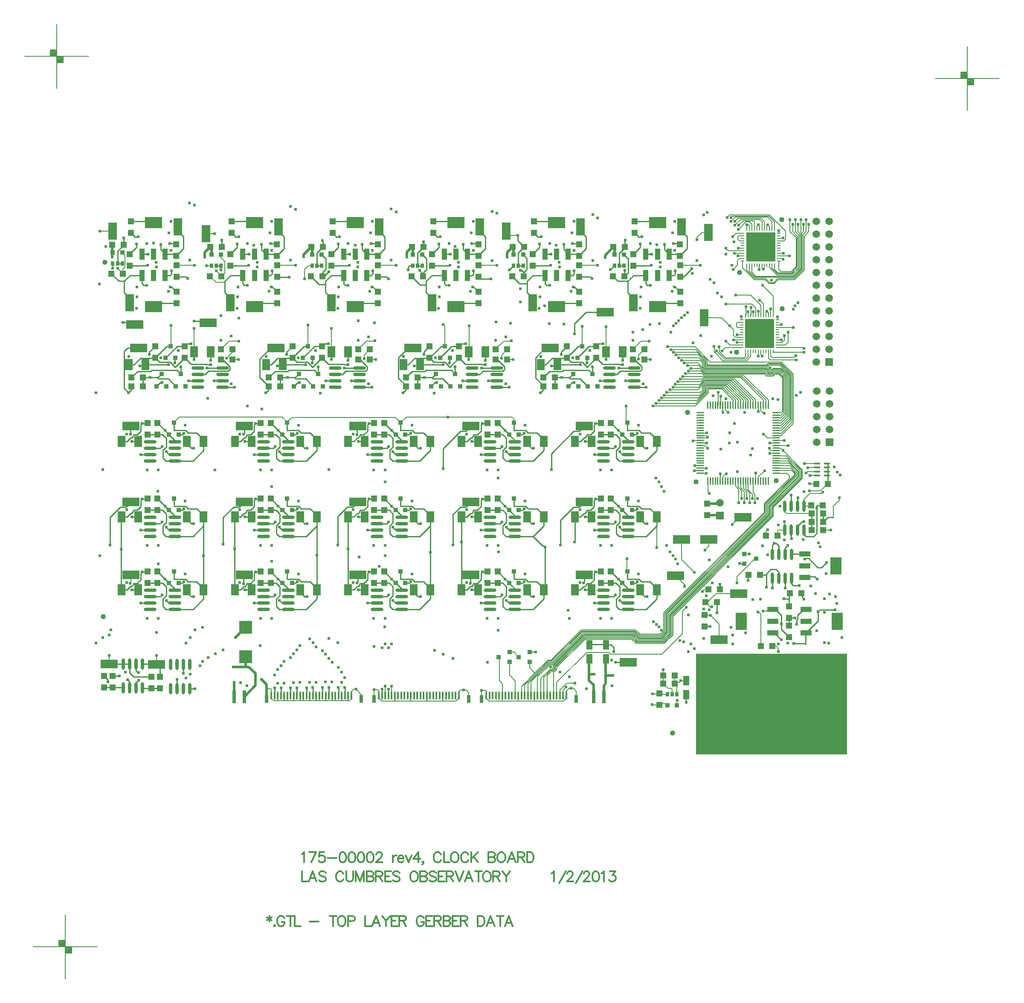
<source format=gtl>
%FSLAX23Y23*%
%MOIN*%
G70*
G01*
G75*
G04 Layer_Physical_Order=1*
G04 Layer_Color=255*
%ADD10O,0.061X0.010*%
%ADD11O,0.010X0.061*%
%ADD12R,0.035X0.037*%
%ADD13R,0.035X0.037*%
%ADD14R,0.085X0.043*%
%ADD15R,0.085X0.043*%
%ADD16R,0.085X0.138*%
%ADD17R,0.135X0.070*%
%ADD18R,0.036X0.036*%
%ADD19R,0.028X0.036*%
%ADD20R,0.036X0.036*%
%ADD21R,0.100X0.100*%
%ADD22R,0.048X0.078*%
%ADD23R,0.060X0.086*%
%ADD24O,0.024X0.087*%
%ADD25R,0.045X0.017*%
%ADD26R,0.030X0.100*%
%ADD27R,0.014X0.060*%
%ADD28R,0.031X0.060*%
%ADD29O,0.008X0.033*%
%ADD30O,0.033X0.008*%
%ADD31R,0.228X0.228*%
%ADD32O,0.098X0.028*%
%ADD33R,0.050X0.050*%
%ADD34R,0.050X0.050*%
%ADD35R,0.037X0.035*%
%ADD36R,0.037X0.035*%
%ADD37R,0.070X0.135*%
%ADD38R,0.138X0.085*%
%ADD39R,0.043X0.085*%
%ADD40R,0.043X0.085*%
%ADD41C,0.040*%
%ADD42C,0.005*%
%ADD43C,0.010*%
%ADD44C,0.020*%
%ADD45C,0.007*%
%ADD46C,0.012*%
%ADD47R,1.181X0.787*%
%ADD48C,0.008*%
%ADD49C,0.012*%
%ADD50C,0.012*%
%ADD51C,0.020*%
%ADD52C,0.026*%
%ADD53C,0.059*%
%ADD54R,0.059X0.059*%
%ADD55C,0.050*%
%ADD56C,0.236*%
%ADD57C,0.024*%
D10*
X26074Y18011D02*
D03*
Y17992D02*
D03*
Y17972D02*
D03*
Y17952D02*
D03*
Y17933D02*
D03*
Y17913D02*
D03*
Y17893D02*
D03*
Y17874D02*
D03*
Y17854D02*
D03*
Y17834D02*
D03*
Y17815D02*
D03*
Y17795D02*
D03*
Y17775D02*
D03*
Y17755D02*
D03*
Y17736D02*
D03*
Y17716D02*
D03*
Y17696D02*
D03*
Y17677D02*
D03*
Y17657D02*
D03*
Y17637D02*
D03*
Y17618D02*
D03*
Y17598D02*
D03*
Y17578D02*
D03*
Y17559D02*
D03*
Y17539D02*
D03*
X26667D02*
D03*
Y17559D02*
D03*
Y17578D02*
D03*
Y17598D02*
D03*
Y17618D02*
D03*
Y17637D02*
D03*
Y17657D02*
D03*
Y17677D02*
D03*
Y17696D02*
D03*
Y17716D02*
D03*
Y17736D02*
D03*
Y17755D02*
D03*
Y17775D02*
D03*
Y17795D02*
D03*
Y17815D02*
D03*
Y17834D02*
D03*
Y17854D02*
D03*
Y17874D02*
D03*
Y17893D02*
D03*
Y17913D02*
D03*
Y17933D02*
D03*
Y17952D02*
D03*
Y17972D02*
D03*
Y17992D02*
D03*
Y18011D02*
D03*
D11*
X26134Y17479D02*
D03*
X26154D02*
D03*
X26174D02*
D03*
X26194D02*
D03*
X26213D02*
D03*
X26233D02*
D03*
X26253D02*
D03*
X26272D02*
D03*
X26292D02*
D03*
X26312D02*
D03*
X26331D02*
D03*
X26351D02*
D03*
X26371D02*
D03*
X26390D02*
D03*
X26410D02*
D03*
X26430D02*
D03*
X26449D02*
D03*
X26469D02*
D03*
X26489D02*
D03*
X26508D02*
D03*
X26528D02*
D03*
X26548D02*
D03*
X26568D02*
D03*
X26587D02*
D03*
X26607D02*
D03*
Y18071D02*
D03*
X26587D02*
D03*
X26568D02*
D03*
X26548D02*
D03*
X26528D02*
D03*
X26508D02*
D03*
X26489D02*
D03*
X26469D02*
D03*
X26449D02*
D03*
X26430D02*
D03*
X26410D02*
D03*
X26390D02*
D03*
X26371D02*
D03*
X26351D02*
D03*
X26331D02*
D03*
X26312D02*
D03*
X26292D02*
D03*
X26272D02*
D03*
X26253D02*
D03*
X26233D02*
D03*
X26213D02*
D03*
X26194D02*
D03*
X26174D02*
D03*
X26154D02*
D03*
X26134D02*
D03*
D12*
X25504Y17935D02*
D03*
X25466Y17842D02*
D03*
X25195Y18219D02*
D03*
X25232Y18317D02*
D03*
X24580Y16681D02*
D03*
X24618Y16773D02*
D03*
X23695Y16681D02*
D03*
X23732Y16773D02*
D03*
X23695Y17252D02*
D03*
X23732Y17344D02*
D03*
X22809Y17252D02*
D03*
X22846Y17344D02*
D03*
X25466Y16681D02*
D03*
X25504Y16773D02*
D03*
X22809Y16681D02*
D03*
X22846Y16773D02*
D03*
X21923Y16681D02*
D03*
X21960Y16773D02*
D03*
X25466Y17252D02*
D03*
X25504Y17344D02*
D03*
X24580Y17252D02*
D03*
X24618Y17344D02*
D03*
X21923Y17252D02*
D03*
X21960Y17344D02*
D03*
X21826Y18219D02*
D03*
X21864Y18317D02*
D03*
X22899Y18219D02*
D03*
X22937Y18317D02*
D03*
X23972Y18219D02*
D03*
X24009Y18317D02*
D03*
X25045Y18219D02*
D03*
X25082Y18317D02*
D03*
X21976Y18219D02*
D03*
X22014Y18317D02*
D03*
X23049Y18219D02*
D03*
X23087Y18317D02*
D03*
X24122Y18219D02*
D03*
X24159Y18317D02*
D03*
X21960Y17935D02*
D03*
X21923Y17842D02*
D03*
X23732Y17935D02*
D03*
X23695Y17842D02*
D03*
X24618Y17935D02*
D03*
X24580Y17842D02*
D03*
X21934Y18534D02*
D03*
X21896Y18442D02*
D03*
X23007Y18534D02*
D03*
X22969Y18442D02*
D03*
X24079Y18534D02*
D03*
X24042Y18442D02*
D03*
X25152Y18534D02*
D03*
X25115Y18442D02*
D03*
X22846Y17935D02*
D03*
X22809Y17842D02*
D03*
D13*
X25541D02*
D03*
X25270Y18219D02*
D03*
X24655Y16681D02*
D03*
X23769D02*
D03*
X23769Y17252D02*
D03*
X22884Y17252D02*
D03*
X25541Y16681D02*
D03*
X22884D02*
D03*
X21998D02*
D03*
X25541Y17252D02*
D03*
X24655D02*
D03*
X21998D02*
D03*
X21901Y18219D02*
D03*
X22974D02*
D03*
X24047D02*
D03*
X25120D02*
D03*
X22051D02*
D03*
X23124D02*
D03*
X24197D02*
D03*
X21998Y17842D02*
D03*
X23769D02*
D03*
X24655D02*
D03*
X21971Y18442D02*
D03*
X23044D02*
D03*
X24117D02*
D03*
X25190D02*
D03*
X22884Y17842D02*
D03*
D14*
X26641Y16294D02*
D03*
Y16475D02*
D03*
X26891Y16727D02*
D03*
Y16908D02*
D03*
X26901Y16294D02*
D03*
Y16475D02*
D03*
D15*
X26641Y16384D02*
D03*
X26891Y16817D02*
D03*
X26901Y16384D02*
D03*
D16*
X26396Y16384D02*
D03*
X27135Y16817D02*
D03*
X27146Y16384D02*
D03*
D17*
X22228Y18716D02*
D03*
X24283Y16747D02*
D03*
X23397D02*
D03*
Y17317D02*
D03*
X22511Y17317D02*
D03*
X25169Y16747D02*
D03*
X22511D02*
D03*
X21626D02*
D03*
X25169Y17317D02*
D03*
X24283D02*
D03*
X21626D02*
D03*
X21825Y16045D02*
D03*
X21455Y16050D02*
D03*
X25929Y17024D02*
D03*
X26374Y16599D02*
D03*
X26223Y16239D02*
D03*
X25880Y16738D02*
D03*
X24902Y18518D02*
D03*
X23829D02*
D03*
X22757D02*
D03*
X21684D02*
D03*
X24283Y17908D02*
D03*
X23397D02*
D03*
X21626D02*
D03*
X22511D02*
D03*
X25169D02*
D03*
X21655Y18703D02*
D03*
X25333Y18798D02*
D03*
X26142Y17021D02*
D03*
X26407Y17196D02*
D03*
X25510Y16062D02*
D03*
D18*
X25478Y19248D02*
D03*
X25404D02*
D03*
X25819Y15727D02*
D03*
X25893D02*
D03*
X21557Y19265D02*
D03*
X21483D02*
D03*
X22328Y19248D02*
D03*
X22254D02*
D03*
X23116D02*
D03*
X23042D02*
D03*
X23903D02*
D03*
X23829D02*
D03*
X24690D02*
D03*
X24616D02*
D03*
D19*
X25441Y19162D02*
D03*
X25478D02*
D03*
X25404D02*
D03*
X25856Y15813D02*
D03*
X25819D02*
D03*
X25893D02*
D03*
X21520Y19179D02*
D03*
X21557D02*
D03*
X21483D02*
D03*
X22291Y19162D02*
D03*
X22328D02*
D03*
X22254D02*
D03*
X23079D02*
D03*
X23116D02*
D03*
X23042D02*
D03*
X23866D02*
D03*
X23903D02*
D03*
X23829D02*
D03*
X24653D02*
D03*
X24690D02*
D03*
X24616D02*
D03*
D20*
X24584Y16067D02*
D03*
X24498Y16104D02*
D03*
X24584Y16141D02*
D03*
X24740Y16067D02*
D03*
X24654Y16104D02*
D03*
X24740Y16141D02*
D03*
D21*
X22521Y16106D02*
D03*
Y16336D02*
D03*
D22*
X25209Y16199D02*
D03*
Y16089D02*
D03*
X25966Y15810D02*
D03*
Y15920D02*
D03*
X25337Y16199D02*
D03*
Y16089D02*
D03*
D23*
X25606Y17790D02*
D03*
X25736D02*
D03*
X24850Y16628D02*
D03*
X24720D02*
D03*
X23964D02*
D03*
X23834D02*
D03*
X23964Y17199D02*
D03*
X23834D02*
D03*
X23078Y17199D02*
D03*
X22948D02*
D03*
X24208Y16628D02*
D03*
X24338D02*
D03*
X23322D02*
D03*
X23452D02*
D03*
X23322Y17199D02*
D03*
X23452D02*
D03*
X22437Y17199D02*
D03*
X22567D02*
D03*
X25736Y16628D02*
D03*
X25606D02*
D03*
X23078Y16628D02*
D03*
X22948D02*
D03*
X22193D02*
D03*
X22063D02*
D03*
X25736Y17199D02*
D03*
X25606D02*
D03*
X24850D02*
D03*
X24720D02*
D03*
X22193D02*
D03*
X22063D02*
D03*
X25094Y16628D02*
D03*
X25224D02*
D03*
X22437Y16628D02*
D03*
X22567D02*
D03*
X21551D02*
D03*
X21681D02*
D03*
X25094Y17199D02*
D03*
X25224D02*
D03*
X24208D02*
D03*
X24338D02*
D03*
X21551D02*
D03*
X21681D02*
D03*
Y17790D02*
D03*
X21551D02*
D03*
X23452D02*
D03*
X23322D02*
D03*
X24338D02*
D03*
X24208D02*
D03*
X22063D02*
D03*
X22193D02*
D03*
X23834D02*
D03*
X23964D02*
D03*
X24720D02*
D03*
X24850D02*
D03*
X22249Y18488D02*
D03*
X22119D02*
D03*
X23192D02*
D03*
X23322D02*
D03*
X24394D02*
D03*
X24264D02*
D03*
X25467D02*
D03*
X25337D02*
D03*
X21739Y18388D02*
D03*
X21609D02*
D03*
X22682D02*
D03*
X22812D02*
D03*
X23884D02*
D03*
X23754D02*
D03*
X24957D02*
D03*
X24827D02*
D03*
X22567Y17790D02*
D03*
X22437D02*
D03*
X25224D02*
D03*
X25094D02*
D03*
X22948D02*
D03*
X23078D02*
D03*
D24*
X26885Y17284D02*
D03*
X26835D02*
D03*
X26785D02*
D03*
X26735D02*
D03*
X26885Y17095D02*
D03*
X26835D02*
D03*
X26785D02*
D03*
X26735D02*
D03*
X22085Y16045D02*
D03*
X22035D02*
D03*
X21985D02*
D03*
X21935D02*
D03*
X22085Y15856D02*
D03*
X22035D02*
D03*
X21985D02*
D03*
X21935D02*
D03*
X26788Y16907D02*
D03*
X26738D02*
D03*
X26688D02*
D03*
X26638D02*
D03*
X26788Y16718D02*
D03*
X26738D02*
D03*
X26688D02*
D03*
X26638D02*
D03*
X21715Y16050D02*
D03*
X21665D02*
D03*
X21615D02*
D03*
X21565D02*
D03*
X21715Y15861D02*
D03*
X21665D02*
D03*
X21615D02*
D03*
X21565D02*
D03*
D25*
X26989Y17617D02*
D03*
Y17586D02*
D03*
Y17554D02*
D03*
Y17523D02*
D03*
X27066D02*
D03*
Y17554D02*
D03*
Y17586D02*
D03*
Y17617D02*
D03*
D26*
X25320Y15794D02*
D03*
X25241D02*
D03*
X22510Y15794D02*
D03*
X22431D02*
D03*
D27*
X22722Y15803D02*
D03*
X22747D02*
D03*
X22772D02*
D03*
X22797D02*
D03*
X22822D02*
D03*
X22847D02*
D03*
X22872D02*
D03*
X22897D02*
D03*
X22922D02*
D03*
X22947D02*
D03*
X22972D02*
D03*
X22997D02*
D03*
X23022D02*
D03*
X23047D02*
D03*
X23072D02*
D03*
X23097D02*
D03*
X23122D02*
D03*
X23147D02*
D03*
X23172D02*
D03*
X23197D02*
D03*
X23222D02*
D03*
X23247D02*
D03*
X23272D02*
D03*
X23297D02*
D03*
X23322D02*
D03*
X23347D02*
D03*
X23562D02*
D03*
X23587D02*
D03*
X23612D02*
D03*
X23637D02*
D03*
X23662D02*
D03*
X23687D02*
D03*
X23712D02*
D03*
X23737D02*
D03*
X23762D02*
D03*
X23787D02*
D03*
X23812D02*
D03*
X23837D02*
D03*
X23862D02*
D03*
X23887D02*
D03*
X23912D02*
D03*
X23937D02*
D03*
X23962D02*
D03*
X23987D02*
D03*
X24012D02*
D03*
X24037D02*
D03*
X24062D02*
D03*
X24087D02*
D03*
X24112D02*
D03*
X24137D02*
D03*
X24162D02*
D03*
X24187D02*
D03*
X24403Y15804D02*
D03*
X24428D02*
D03*
X24453D02*
D03*
X24478D02*
D03*
X24503D02*
D03*
X24528D02*
D03*
X24553D02*
D03*
X24578D02*
D03*
X24603D02*
D03*
X24628D02*
D03*
X24653D02*
D03*
X24678D02*
D03*
X24703D02*
D03*
X24728D02*
D03*
X24753D02*
D03*
X24778D02*
D03*
X24803D02*
D03*
X24828D02*
D03*
X24853D02*
D03*
X24878D02*
D03*
X24903D02*
D03*
X24928D02*
D03*
X24953D02*
D03*
X24978D02*
D03*
X25003D02*
D03*
X25028D02*
D03*
D28*
X25105Y15776D02*
D03*
X24365D02*
D03*
X24265D02*
D03*
X23525D02*
D03*
X23425D02*
D03*
X22685D02*
D03*
D29*
X26616Y19167D02*
D03*
X26438D02*
D03*
X26458D02*
D03*
X26478D02*
D03*
X26498D02*
D03*
X26517D02*
D03*
X26537D02*
D03*
X26557D02*
D03*
X26576D02*
D03*
X26596D02*
D03*
X26635D02*
D03*
X26655D02*
D03*
Y19449D02*
D03*
X26635D02*
D03*
X26616D02*
D03*
X26596D02*
D03*
X26576D02*
D03*
X26557D02*
D03*
X26537D02*
D03*
X26517D02*
D03*
X26498D02*
D03*
X26478D02*
D03*
X26458D02*
D03*
X26438D02*
D03*
X26429Y18491D02*
D03*
X26449D02*
D03*
X26469D02*
D03*
X26489D02*
D03*
X26508D02*
D03*
X26528D02*
D03*
X26548D02*
D03*
X26567D02*
D03*
X26587D02*
D03*
X26607D02*
D03*
X26626D02*
D03*
X26646D02*
D03*
Y18772D02*
D03*
X26626D02*
D03*
X26607D02*
D03*
X26587D02*
D03*
X26567D02*
D03*
X26548D02*
D03*
X26528D02*
D03*
X26508D02*
D03*
X26489D02*
D03*
X26469D02*
D03*
X26449D02*
D03*
X26429D02*
D03*
D30*
X26406Y19200D02*
D03*
Y19416D02*
D03*
Y19397D02*
D03*
Y19377D02*
D03*
Y19357D02*
D03*
Y19338D02*
D03*
Y19318D02*
D03*
Y19298D02*
D03*
Y19278D02*
D03*
Y19259D02*
D03*
Y19239D02*
D03*
Y19219D02*
D03*
X26688Y19200D02*
D03*
Y19219D02*
D03*
Y19239D02*
D03*
Y19259D02*
D03*
Y19278D02*
D03*
Y19298D02*
D03*
Y19318D02*
D03*
Y19338D02*
D03*
Y19357D02*
D03*
Y19377D02*
D03*
Y19397D02*
D03*
Y19416D02*
D03*
X26397Y18740D02*
D03*
Y18720D02*
D03*
Y18700D02*
D03*
Y18680D02*
D03*
Y18661D02*
D03*
Y18641D02*
D03*
Y18621D02*
D03*
Y18602D02*
D03*
Y18582D02*
D03*
Y18562D02*
D03*
Y18543D02*
D03*
Y18523D02*
D03*
X26679D02*
D03*
Y18543D02*
D03*
Y18562D02*
D03*
Y18582D02*
D03*
Y18602D02*
D03*
Y18621D02*
D03*
Y18641D02*
D03*
Y18661D02*
D03*
Y18680D02*
D03*
Y18700D02*
D03*
Y18720D02*
D03*
Y18740D02*
D03*
D31*
X26547Y19308D02*
D03*
X26538Y18631D02*
D03*
D32*
X25511Y17636D02*
D03*
Y17686D02*
D03*
Y17736D02*
D03*
Y17786D02*
D03*
X25319Y17636D02*
D03*
Y17686D02*
D03*
Y17736D02*
D03*
Y17786D02*
D03*
X24433Y16625D02*
D03*
Y16575D02*
D03*
Y16525D02*
D03*
Y16475D02*
D03*
X24626Y16625D02*
D03*
Y16575D02*
D03*
Y16525D02*
D03*
Y16475D02*
D03*
X23547Y16625D02*
D03*
Y16575D02*
D03*
Y16525D02*
D03*
Y16475D02*
D03*
X23740Y16625D02*
D03*
Y16575D02*
D03*
Y16525D02*
D03*
Y16475D02*
D03*
X23547Y17196D02*
D03*
Y17146D02*
D03*
Y17096D02*
D03*
Y17046D02*
D03*
X23740Y17196D02*
D03*
Y17146D02*
D03*
Y17096D02*
D03*
Y17046D02*
D03*
X22661Y17196D02*
D03*
Y17146D02*
D03*
Y17096D02*
D03*
Y17046D02*
D03*
X22854Y17196D02*
D03*
Y17146D02*
D03*
Y17096D02*
D03*
Y17046D02*
D03*
X25319Y16625D02*
D03*
Y16575D02*
D03*
Y16525D02*
D03*
Y16475D02*
D03*
X25511Y16625D02*
D03*
Y16575D02*
D03*
Y16525D02*
D03*
Y16475D02*
D03*
X22661Y16625D02*
D03*
Y16575D02*
D03*
Y16525D02*
D03*
Y16475D02*
D03*
X22854Y16625D02*
D03*
Y16575D02*
D03*
Y16525D02*
D03*
Y16475D02*
D03*
X21775Y16625D02*
D03*
Y16575D02*
D03*
Y16525D02*
D03*
Y16475D02*
D03*
X21968Y16625D02*
D03*
Y16575D02*
D03*
Y16525D02*
D03*
Y16475D02*
D03*
X25319Y17196D02*
D03*
Y17146D02*
D03*
Y17096D02*
D03*
Y17046D02*
D03*
X25511Y17196D02*
D03*
Y17146D02*
D03*
Y17096D02*
D03*
Y17046D02*
D03*
X24433Y17196D02*
D03*
Y17146D02*
D03*
Y17096D02*
D03*
Y17046D02*
D03*
X24626Y17196D02*
D03*
Y17146D02*
D03*
Y17096D02*
D03*
Y17046D02*
D03*
X21775Y17196D02*
D03*
Y17146D02*
D03*
Y17096D02*
D03*
Y17046D02*
D03*
X21968Y17196D02*
D03*
Y17146D02*
D03*
Y17096D02*
D03*
Y17046D02*
D03*
X21968Y17636D02*
D03*
Y17686D02*
D03*
Y17736D02*
D03*
Y17786D02*
D03*
X21775Y17636D02*
D03*
Y17686D02*
D03*
Y17736D02*
D03*
Y17786D02*
D03*
X23740Y17636D02*
D03*
Y17686D02*
D03*
Y17736D02*
D03*
Y17786D02*
D03*
X23547Y17636D02*
D03*
Y17686D02*
D03*
Y17736D02*
D03*
Y17786D02*
D03*
X24626Y17636D02*
D03*
Y17686D02*
D03*
Y17736D02*
D03*
Y17786D02*
D03*
X24433Y17636D02*
D03*
Y17686D02*
D03*
Y17736D02*
D03*
Y17786D02*
D03*
X22340Y18213D02*
D03*
Y18263D02*
D03*
Y18313D02*
D03*
Y18363D02*
D03*
X22147Y18213D02*
D03*
Y18263D02*
D03*
Y18313D02*
D03*
Y18363D02*
D03*
X23413Y18213D02*
D03*
Y18263D02*
D03*
Y18313D02*
D03*
Y18363D02*
D03*
X23220Y18213D02*
D03*
Y18263D02*
D03*
Y18313D02*
D03*
Y18363D02*
D03*
X24486Y18213D02*
D03*
Y18263D02*
D03*
Y18313D02*
D03*
Y18363D02*
D03*
X24293Y18213D02*
D03*
Y18263D02*
D03*
Y18313D02*
D03*
Y18363D02*
D03*
X25559Y18213D02*
D03*
Y18263D02*
D03*
Y18313D02*
D03*
Y18363D02*
D03*
X25366Y18213D02*
D03*
Y18263D02*
D03*
Y18313D02*
D03*
Y18363D02*
D03*
X22854Y17636D02*
D03*
Y17686D02*
D03*
Y17736D02*
D03*
Y17786D02*
D03*
X22661Y17636D02*
D03*
Y17686D02*
D03*
Y17736D02*
D03*
Y17786D02*
D03*
D33*
X26114Y16532D02*
D03*
X26204D02*
D03*
X26138Y16633D02*
D03*
X26228D02*
D03*
X26453Y16746D02*
D03*
X26543D02*
D03*
X26865Y16604D02*
D03*
X26775D02*
D03*
X27032Y17290D02*
D03*
X26942D02*
D03*
X26980Y17457D02*
D03*
X27070D02*
D03*
X26945Y17225D02*
D03*
X27035D02*
D03*
X22329Y18508D02*
D03*
X22419D02*
D03*
X23492D02*
D03*
X23402D02*
D03*
X24474D02*
D03*
X24564D02*
D03*
X25547D02*
D03*
X25637D02*
D03*
X21719Y18218D02*
D03*
X21629D02*
D03*
X22702D02*
D03*
X22792D02*
D03*
X23864D02*
D03*
X23774D02*
D03*
X24937D02*
D03*
X24847D02*
D03*
X21629Y18288D02*
D03*
X21719D02*
D03*
X22702D02*
D03*
X22792D02*
D03*
X23774D02*
D03*
X23864D02*
D03*
X24847D02*
D03*
X24937D02*
D03*
X22419Y18428D02*
D03*
X22329D02*
D03*
X23492D02*
D03*
X23402D02*
D03*
X24564D02*
D03*
X24474D02*
D03*
X25637D02*
D03*
X25547D02*
D03*
X21563Y19099D02*
D03*
X21473D02*
D03*
X22333Y19080D02*
D03*
X22243D02*
D03*
X23121D02*
D03*
X23031D02*
D03*
X23908D02*
D03*
X23818D02*
D03*
X24695D02*
D03*
X24605D02*
D03*
X25393D02*
D03*
X25483D02*
D03*
X26945Y17160D02*
D03*
X27035D02*
D03*
X27035Y17095D02*
D03*
X26945D02*
D03*
X25786Y15960D02*
D03*
X25876D02*
D03*
X25786Y15895D02*
D03*
X25876D02*
D03*
X21478Y19325D02*
D03*
X21568D02*
D03*
X22246Y19308D02*
D03*
X22336D02*
D03*
X23034D02*
D03*
X23124D02*
D03*
X23821D02*
D03*
X23911D02*
D03*
X24608D02*
D03*
X24698D02*
D03*
X25396D02*
D03*
X25486D02*
D03*
X26637Y16188D02*
D03*
X26547D02*
D03*
X26588Y17051D02*
D03*
X26678D02*
D03*
D34*
X26107Y16431D02*
D03*
Y16341D02*
D03*
X24411Y16772D02*
D03*
Y16682D02*
D03*
X23525Y16772D02*
D03*
Y16682D02*
D03*
Y17343D02*
D03*
Y17253D02*
D03*
X22639Y17343D02*
D03*
Y17253D02*
D03*
X24490Y16772D02*
D03*
Y16682D02*
D03*
X23604Y16772D02*
D03*
Y16682D02*
D03*
Y17343D02*
D03*
Y17253D02*
D03*
X22718Y17343D02*
D03*
Y17253D02*
D03*
X25297Y16772D02*
D03*
Y16682D02*
D03*
X22639Y16772D02*
D03*
Y16682D02*
D03*
X21754Y16772D02*
D03*
Y16682D02*
D03*
X25297Y17343D02*
D03*
Y17253D02*
D03*
X24411Y17343D02*
D03*
Y17253D02*
D03*
X21754Y17343D02*
D03*
Y17253D02*
D03*
X25376Y16772D02*
D03*
Y16682D02*
D03*
X22718Y16772D02*
D03*
Y16682D02*
D03*
X21832Y16772D02*
D03*
Y16682D02*
D03*
X25376Y17343D02*
D03*
Y17253D02*
D03*
X24490Y17343D02*
D03*
Y17253D02*
D03*
X21832Y17343D02*
D03*
Y17253D02*
D03*
Y17843D02*
D03*
Y17933D02*
D03*
X23604Y17843D02*
D03*
Y17933D02*
D03*
X24490Y17843D02*
D03*
Y17933D02*
D03*
X21754Y17843D02*
D03*
Y17933D02*
D03*
X23525Y17843D02*
D03*
Y17933D02*
D03*
X24411Y17843D02*
D03*
Y17933D02*
D03*
X21814Y18443D02*
D03*
Y18533D02*
D03*
X22887Y18443D02*
D03*
Y18533D02*
D03*
X23959Y18443D02*
D03*
Y18533D02*
D03*
X25032Y18443D02*
D03*
Y18533D02*
D03*
X22044Y18443D02*
D03*
Y18533D02*
D03*
X23117Y18443D02*
D03*
Y18533D02*
D03*
X24189Y18443D02*
D03*
Y18533D02*
D03*
X25262Y18443D02*
D03*
Y18533D02*
D03*
X21415Y15955D02*
D03*
Y15865D02*
D03*
X26127Y17212D02*
D03*
Y17302D02*
D03*
X21616Y19164D02*
D03*
Y19254D02*
D03*
X22403Y19164D02*
D03*
Y19254D02*
D03*
X23190Y19164D02*
D03*
Y19254D02*
D03*
X23978Y19164D02*
D03*
Y19254D02*
D03*
X24765Y19164D02*
D03*
Y19254D02*
D03*
X25553Y19164D02*
D03*
Y19254D02*
D03*
X21980Y19075D02*
D03*
Y19165D02*
D03*
X22767Y19075D02*
D03*
Y19165D02*
D03*
X23555Y19075D02*
D03*
Y19165D02*
D03*
X24342Y19075D02*
D03*
Y19165D02*
D03*
X25129Y19075D02*
D03*
Y19165D02*
D03*
X25917Y19075D02*
D03*
Y19165D02*
D03*
X25756Y15820D02*
D03*
Y15730D02*
D03*
X21625Y19510D02*
D03*
Y19420D02*
D03*
X22413Y19510D02*
D03*
Y19420D02*
D03*
X23200Y19510D02*
D03*
Y19420D02*
D03*
X23988Y19510D02*
D03*
Y19420D02*
D03*
X24775Y19510D02*
D03*
Y19420D02*
D03*
X25562Y19510D02*
D03*
Y19420D02*
D03*
X21979Y19330D02*
D03*
Y19240D02*
D03*
X22766Y19330D02*
D03*
Y19240D02*
D03*
X23554Y19330D02*
D03*
Y19240D02*
D03*
X24341Y19330D02*
D03*
Y19240D02*
D03*
X25128Y19330D02*
D03*
Y19240D02*
D03*
X25916Y19330D02*
D03*
Y19240D02*
D03*
X21980Y18959D02*
D03*
Y18869D02*
D03*
X22767Y18959D02*
D03*
Y18869D02*
D03*
X23555Y18959D02*
D03*
Y18869D02*
D03*
X24342Y18959D02*
D03*
Y18869D02*
D03*
X25129Y18959D02*
D03*
Y18869D02*
D03*
X25917D02*
D03*
Y18959D02*
D03*
X26768Y16349D02*
D03*
Y16259D02*
D03*
Y16499D02*
D03*
Y16409D02*
D03*
X21850Y15860D02*
D03*
Y15950D02*
D03*
X21785Y15950D02*
D03*
Y15860D02*
D03*
X21480Y15865D02*
D03*
Y15955D02*
D03*
X22718Y17843D02*
D03*
Y17933D02*
D03*
X25376Y17843D02*
D03*
Y17933D02*
D03*
X22639Y17843D02*
D03*
Y17933D02*
D03*
X25297Y17843D02*
D03*
Y17933D02*
D03*
D35*
X26512Y16872D02*
D03*
X26419Y16909D02*
D03*
D36*
X26419Y16834D02*
D03*
D37*
X25553Y18873D02*
D03*
X24765D02*
D03*
X23978D02*
D03*
X23190D02*
D03*
X22403D02*
D03*
X21616D02*
D03*
X25927Y19465D02*
D03*
X25139D02*
D03*
X24352D02*
D03*
X23564D02*
D03*
X22777D02*
D03*
X21990D02*
D03*
X22212Y19411D02*
D03*
X24559Y19434D02*
D03*
X26137Y19422D02*
D03*
X21480Y19433D02*
D03*
X26105Y18755D02*
D03*
D38*
X21803Y19498D02*
D03*
X22590Y19498D02*
D03*
X23377Y19498D02*
D03*
X24165Y19498D02*
D03*
X24952Y19498D02*
D03*
X25740Y19498D02*
D03*
X21803Y18841D02*
D03*
X22590D02*
D03*
X23377D02*
D03*
X24165D02*
D03*
X24952D02*
D03*
X25740D02*
D03*
D39*
X21893Y19254D02*
D03*
X21712D02*
D03*
X22681Y19254D02*
D03*
X22499D02*
D03*
X23468Y19254D02*
D03*
X23287D02*
D03*
X24255Y19254D02*
D03*
X24074D02*
D03*
X25043Y19254D02*
D03*
X24862D02*
D03*
X25649Y19254D02*
D03*
X25830D02*
D03*
X21712Y19085D02*
D03*
X21893D02*
D03*
X22499D02*
D03*
X22681D02*
D03*
X23287D02*
D03*
X23468D02*
D03*
X24074D02*
D03*
X24255D02*
D03*
X24862D02*
D03*
X25043D02*
D03*
X25649Y19085D02*
D03*
X25830D02*
D03*
D40*
X21803Y19254D02*
D03*
X22590Y19254D02*
D03*
X23377Y19254D02*
D03*
X24165Y19254D02*
D03*
X24952Y19254D02*
D03*
X25740Y19254D02*
D03*
X21803Y19085D02*
D03*
X22590D02*
D03*
X23377D02*
D03*
X24165D02*
D03*
X24952D02*
D03*
X25740Y19085D02*
D03*
D41*
X21423Y19190D02*
D03*
X21409Y16420D02*
D03*
X25857Y15508D02*
D03*
X26668Y17483D02*
D03*
X26043Y17471D02*
D03*
X25975Y18017D02*
D03*
X26715Y18825D02*
D03*
X26358Y18487D02*
D03*
X26713Y19524D02*
D03*
X26381Y19110D02*
D03*
D42*
X26588Y17087D02*
X26601Y17100D01*
X26588Y17051D02*
Y17087D01*
X26686Y16145D02*
Y16170D01*
X26668Y16188D02*
X26686Y16170D01*
X26637Y16188D02*
X26668D01*
X26678Y17051D02*
Y17088D01*
X26686Y17095D01*
X26735D01*
X26526Y16455D02*
X26530D01*
X26547Y16438D01*
Y16188D02*
Y16438D01*
X25929Y16866D02*
X26028Y16767D01*
X25929Y16866D02*
Y17024D01*
X25950Y16655D02*
Y16668D01*
X25880Y16738D02*
X25950Y16668D01*
X26197Y16599D02*
X26374D01*
X26130Y16532D02*
X26197Y16599D01*
X26114Y16532D02*
X26130D01*
X26223Y16239D02*
Y16361D01*
X26155Y16429D02*
X26223Y16361D01*
X26459Y16909D02*
X26459Y16909D01*
X26419Y16909D02*
X26459D01*
X26557Y19143D02*
X26567Y19133D01*
X26502Y16872D02*
X26512D01*
X26440Y16810D02*
X26502Y16872D01*
X26437Y16810D02*
X26440D01*
X26360Y16734D02*
X26437Y16810D01*
X26360Y16683D02*
Y16734D01*
X21618Y16680D02*
X21626Y16687D01*
Y16747D01*
X22372Y18439D02*
X22387Y18453D01*
Y18456D01*
X22419Y18487D01*
Y18508D01*
X23447Y18437D02*
Y18464D01*
X23492Y18508D01*
X24520Y18438D02*
Y18464D01*
X24564Y18508D01*
X25590Y18432D02*
Y18461D01*
X25637Y18508D01*
X24903Y15760D02*
Y15809D01*
X24779Y15760D02*
Y15809D01*
X24528Y15760D02*
Y15809D01*
X24653Y15760D02*
Y15809D01*
X24903Y15760D02*
X25005D01*
X24779D02*
X24903D01*
X24653D02*
X24779D01*
X24528D02*
X24653D01*
X24425D02*
X24528D01*
X24498Y16104D02*
X24506Y16096D01*
Y15918D02*
Y16096D01*
Y15918D02*
X24528Y15896D01*
Y15804D02*
Y15896D01*
X24785Y16141D02*
X24787Y16143D01*
X24740Y16141D02*
X24785D01*
X24584D02*
X24617D01*
X24654Y16104D01*
X24740Y16019D02*
Y16067D01*
Y16019D02*
X24781Y15978D01*
X24884Y16080D01*
X24678Y15874D02*
X24781Y15978D01*
X27021Y17382D02*
X27030Y17392D01*
X26885Y17337D02*
X26931Y17382D01*
X27013Y17401D02*
X27070Y17457D01*
X27070D01*
X26927Y17401D02*
X27013D01*
X26931Y17382D02*
X27021D01*
X26885Y17284D02*
Y17337D01*
X26937Y17284D02*
X26942Y17290D01*
X26885Y17284D02*
X26937D01*
X26646Y17273D02*
X26873Y17500D01*
X26637Y17276D02*
X26864Y17503D01*
X26855Y17507D02*
Y17558D01*
X26628Y17280D02*
X26855Y17507D01*
X26619Y17284D02*
X26846Y17511D01*
X26610Y17287D02*
X26837Y17514D01*
X26828Y17518D02*
Y17547D01*
X26601Y17291D02*
X26828Y17518D01*
X26601Y17223D02*
Y17291D01*
X26819Y17522D02*
Y17543D01*
X26592Y17295D02*
X26819Y17522D01*
X26592Y17227D02*
Y17295D01*
X26583Y17299D02*
X26810Y17526D01*
X26583Y17231D02*
Y17299D01*
X26771Y17499D02*
Y17518D01*
X26574Y17302D02*
X26771Y17499D01*
X26574Y17234D02*
Y17302D01*
X25630Y16209D02*
X25793D01*
X25575D02*
X25630D01*
Y16218D02*
X25790D01*
X25579D02*
X25630D01*
Y16227D02*
X25786D01*
X25583D02*
X25630D01*
X26628Y17212D02*
Y17280D01*
X25630Y16236D02*
X25782D01*
X25586D02*
X25630D01*
Y16254D02*
X25775D01*
X25594D02*
X25630D01*
X25789Y16449D02*
X26574Y17234D01*
X26751Y17539D02*
X26771Y17518D01*
X26667Y17539D02*
X26751D01*
X25798Y16445D02*
X26583Y17231D01*
X26810Y17526D02*
Y17539D01*
X26789Y17561D02*
X26810Y17539D01*
X26669Y17561D02*
X26789D01*
X26667Y17559D02*
X26669Y17561D01*
X25807Y16441D02*
X26592Y17227D01*
X26784Y17578D02*
X26819Y17543D01*
X26667Y17578D02*
X26784D01*
X25816Y16438D02*
X26601Y17223D01*
X26777Y17598D02*
X26828Y17547D01*
X26667Y17598D02*
X26777D01*
X26610Y17280D02*
X26610Y17280D01*
Y17219D02*
Y17280D01*
X25825Y16434D02*
X26610Y17219D01*
X26837Y17514D02*
Y17551D01*
X26770Y17618D02*
X26837Y17551D01*
X26610Y17280D02*
Y17287D01*
X26667Y17618D02*
X26770D01*
X26846Y17511D02*
Y17554D01*
X26763Y17637D02*
X26846Y17554D01*
X26667Y17637D02*
X26763D01*
X26619Y17216D02*
Y17284D01*
X26756Y17657D02*
X26855Y17558D01*
X26667Y17657D02*
X26756D01*
X24907Y15989D02*
X24921D01*
X24878Y15960D02*
X24907Y15989D01*
X24878Y15804D02*
Y15960D01*
X26864Y17503D02*
Y17562D01*
X26749Y17677D02*
X26864Y17562D01*
X24921Y15989D02*
X24943Y16010D01*
X26637Y17208D02*
Y17276D01*
X25175Y16244D02*
X25539D01*
X24952Y16021D02*
X25175Y16244D01*
X24952Y16007D02*
Y16021D01*
X25172Y16253D02*
X25543D01*
X24943Y16025D02*
X25172Y16253D01*
X24943Y16010D02*
Y16025D01*
X24904Y15998D02*
X24918D01*
X24853Y15947D02*
X24904Y15998D01*
X24853Y15804D02*
Y15947D01*
X25168Y16262D02*
X25547D01*
X24934Y16028D02*
X25168Y16262D01*
X24934Y16014D02*
Y16028D01*
X24918Y15998D02*
X24934Y16014D01*
X24900Y16007D02*
X24914D01*
X24828Y15935D02*
X24900Y16007D01*
X24828Y15804D02*
Y15935D01*
X25164Y16271D02*
X25551D01*
X24925Y16032D02*
X25164Y16271D01*
X24925Y16018D02*
Y16032D01*
X24914Y16007D02*
X24925Y16018D01*
X26733Y17162D02*
X26735Y17160D01*
Y17095D02*
Y17160D01*
X22983Y19060D02*
Y19133D01*
X23012Y19162D01*
X23042D01*
X26557Y19449D02*
Y19506D01*
X26540Y19523D02*
X26557Y19506D01*
X26345Y19478D02*
X26390Y19523D01*
X26540D01*
X23555Y19165D02*
X23698D01*
X26635Y19141D02*
X26679Y19098D01*
X26635Y19141D02*
Y19167D01*
X26679Y19098D02*
X26793D01*
X26842Y19147D01*
Y19406D01*
X26818Y19430D02*
Y19521D01*
Y19430D02*
X26842Y19406D01*
X25500Y16777D02*
Y16872D01*
X26616Y19148D02*
X26675Y19089D01*
X26616Y19148D02*
Y19167D01*
X26675Y19089D02*
X26796D01*
X26851Y19143D01*
Y19418D01*
X26839Y19430D02*
Y19487D01*
Y19430D02*
X26851Y19418D01*
X22290Y19033D02*
X22359D01*
X22243Y19080D02*
X22290Y19033D01*
X22214Y19162D02*
X22254D01*
X21481Y19177D02*
X21483Y19179D01*
X21481Y19143D02*
Y19177D01*
X21383Y19433D02*
X21480D01*
X22276Y19411D02*
X22277Y19412D01*
X22212Y19411D02*
X22276D01*
X24573Y19400D02*
X24647D01*
X26049Y19365D02*
Y19382D01*
X26089Y19422D01*
X26137D01*
X26105Y18755D02*
X26194D01*
X26409Y17223D02*
X26418D01*
X26324Y17138D02*
X26409Y17223D01*
X26111Y16940D02*
X26142Y16971D01*
Y17021D01*
X24187Y15781D02*
Y15803D01*
X24166Y15760D02*
X24187Y15781D01*
X23584Y15760D02*
X24166D01*
X23562Y15781D02*
X23584Y15760D01*
X23562Y15781D02*
Y15803D01*
X25028Y15782D02*
Y15804D01*
X25005Y15760D02*
X25028Y15782D01*
X24403D02*
X24425Y15760D01*
X24403Y15782D02*
Y15804D01*
X23321Y15763D02*
X23333D01*
X23272D02*
X23321D01*
X23272D02*
Y15803D01*
X23147Y15763D02*
Y15803D01*
X23222Y15763D02*
Y15803D01*
X22972Y15763D02*
Y15803D01*
X22947Y15763D02*
Y15803D01*
X23222Y15763D02*
X23272D01*
X23198D02*
X23222D01*
X23147D02*
X23198D01*
X23098D02*
X23147D01*
X23073D02*
X23098D01*
X23023D02*
X23073D01*
X22972D02*
X23023D01*
X22947D02*
X22972D01*
X22896D02*
X22947D01*
X22847D02*
X22896D01*
X22741D02*
X22772D01*
X22847D02*
Y15803D01*
X22772Y15763D02*
Y15803D01*
X23333Y15763D02*
X23347Y15777D01*
X22719Y15784D02*
X22741Y15763D01*
X22719Y15784D02*
Y15800D01*
X22722Y15803D01*
X22822Y15781D02*
Y15803D01*
X24062Y15760D02*
Y15808D01*
X23938Y15760D02*
Y15808D01*
X23812Y15760D02*
Y15808D01*
X23687Y15760D02*
Y15808D01*
X23347Y15803D02*
Y15834D01*
X22685Y15855D02*
X22719D01*
X22722Y15852D01*
Y15803D02*
Y15852D01*
X23347Y15834D02*
X23364Y15851D01*
X23384D01*
X23524Y15850D02*
X23551D01*
X23562Y15838D01*
Y15803D02*
Y15838D01*
X24187Y15803D02*
Y15831D01*
X24202Y15846D01*
X24224D01*
X24365Y15841D02*
X24401D01*
X24403Y15839D01*
Y15804D02*
Y15839D01*
X25105Y15776D02*
Y15837D01*
X25084Y15858D02*
X25105Y15837D01*
X25065Y15858D02*
X25084D01*
X25028Y15804D02*
Y15836D01*
X25049Y15858D01*
X25065D01*
X24364Y15842D02*
X24365Y15841D01*
Y15776D02*
Y15841D01*
X24265Y15776D02*
Y15825D01*
X24244Y15846D02*
X24265Y15825D01*
X24224Y15846D02*
X24244D01*
X23524Y15850D02*
X23525Y15849D01*
Y15776D02*
Y15849D01*
X23384Y15851D02*
X23425Y15810D01*
Y15776D02*
Y15810D01*
X26221Y17302D02*
X26229Y17310D01*
X26927Y17458D02*
X26928Y17457D01*
X26980D01*
X26134Y17395D02*
Y17479D01*
Y17395D02*
X26146Y17384D01*
X25876Y15904D02*
X25879Y15907D01*
X25876Y15904D02*
Y15960D01*
Y15895D02*
Y15904D01*
X25879Y15907D02*
X25910D01*
X25923Y15920D01*
X25923Y15920D01*
X25966D01*
X26233Y18071D02*
X26235Y18074D01*
Y18143D01*
X26213Y18071D02*
X26215Y18073D01*
Y18171D01*
X26667Y17755D02*
X26667Y17756D01*
X26761D01*
X26667Y17795D02*
X26667Y17795D01*
X26732D01*
X26761Y18567D02*
Y18644D01*
X26737Y18543D02*
X26761Y18567D01*
X26679Y18543D02*
X26737D01*
X26732Y18579D02*
Y18615D01*
X26715Y18562D02*
X26732Y18579D01*
X26679Y18562D02*
X26715D01*
X26901Y17542D02*
X26914Y17554D01*
X26918Y17586D02*
X26989D01*
X26915Y17583D02*
X26918Y17586D01*
X26887Y17615D02*
X26986D01*
X26914Y17554D02*
X26989D01*
X26930Y17524D02*
X26988D01*
X26121Y17578D02*
X26121Y17579D01*
X26122Y17539D02*
X26122Y17539D01*
X26074Y17539D02*
X26122D01*
X26029Y17558D02*
X26030Y17559D01*
X26074D01*
Y17578D02*
X26121D01*
X26030Y17598D02*
X26031Y17598D01*
X26074D01*
X25959Y18318D02*
X26088D01*
X26000Y18360D02*
X26071D01*
X25980Y18339D02*
X26080D01*
X26074Y17755D02*
X26111D01*
X26132Y17735D01*
X26023Y17795D02*
X26074D01*
X26019Y17792D02*
X26023Y17795D01*
X25878Y18234D02*
X26071D01*
X25896Y18255D02*
X26080D01*
X25927Y18425D02*
X25929Y18423D01*
X25906Y18445D02*
X25907Y18444D01*
X25978Y18381D02*
X26063D01*
X26111Y18333D01*
X25865Y18486D02*
X26052D01*
X25907Y18444D02*
X26068D01*
X26052Y18486D02*
X26119Y18418D01*
X26068Y18444D02*
X26101Y18410D01*
X26071Y18234D02*
X26107Y18270D01*
X25839Y18192D02*
X26055D01*
X26115Y18252D01*
X25812Y18171D02*
X26076D01*
X26092Y18186D01*
Y18216D01*
X26430Y18071D02*
Y18111D01*
X26298Y18243D02*
X26430Y18111D01*
X26119Y18243D02*
X26298D01*
X26092Y18216D02*
X26119Y18243D01*
X26489Y18071D02*
Y18111D01*
X26330Y18270D02*
X26489Y18111D01*
X26107Y18270D02*
X26330D01*
X25886Y18465D02*
X26060D01*
X25951Y18402D02*
X26055D01*
X26115Y18342D01*
X26667Y17952D02*
X26706D01*
X26746Y17992D01*
Y18296D01*
X26071Y18360D02*
X26107Y18324D01*
X25929Y18423D02*
X26076D01*
X26667Y17913D02*
X26706D01*
X26765Y17972D01*
Y18302D01*
X26092Y18377D02*
Y18407D01*
X26076Y18423D02*
X26092Y18407D01*
X26667Y17933D02*
X26706D01*
X26756Y17983D01*
Y18298D01*
X26092Y18377D02*
X26119Y18351D01*
X26101Y18381D02*
Y18410D01*
Y18381D02*
X26122Y18360D01*
X25939Y18297D02*
X26401D01*
X26088Y18318D02*
X26100Y18306D01*
X25861Y18213D02*
X26063D01*
X26469Y18071D02*
Y18111D01*
X26319Y18261D02*
X26469Y18111D01*
X26111Y18261D02*
X26319D01*
X26449Y18071D02*
Y18111D01*
X26308Y18252D02*
X26449Y18111D01*
X26115Y18252D02*
X26308D01*
X25878Y18234D02*
X25879Y18235D01*
X25896Y18255D02*
X25898Y18257D01*
X26080Y18255D02*
X26104Y18279D01*
X26667Y17893D02*
X26706D01*
X26774Y17961D01*
Y18306D01*
X26060Y18465D02*
X26110Y18414D01*
X25844Y18507D02*
X26043D01*
X26134Y18387D02*
X26590D01*
X26128Y18392D02*
X26134Y18387D01*
X26128Y18392D02*
Y18422D01*
X26590Y18387D02*
X26604Y18400D01*
X26667Y17854D02*
X26707D01*
X26792Y17940D01*
Y18313D01*
X26043Y18507D02*
X26128Y18422D01*
X26604Y18400D02*
X26705D01*
X26130Y18378D02*
X26594D01*
X26119Y18388D02*
X26130Y18378D01*
X26119Y18388D02*
Y18418D01*
X26594Y18378D02*
X26608Y18391D01*
X26667Y17874D02*
X26706D01*
X26783Y17951D01*
Y18310D01*
X26608Y18391D02*
X26702D01*
X25818Y18528D02*
X26035D01*
X26088Y18276D02*
X26100Y18288D01*
X26667Y17992D02*
X26706D01*
X26726Y18012D01*
Y18290D01*
X25917Y18276D02*
X25918Y18277D01*
X26689Y18315D02*
X26717Y18287D01*
X26660Y18315D02*
X26689D01*
X26646Y18300D02*
X26660Y18315D01*
X26717Y18022D02*
Y18287D01*
X26706Y18011D02*
X26717Y18022D01*
X26667Y18011D02*
X26706D01*
X26593Y18300D02*
X26646D01*
X26579Y18315D02*
X26593Y18300D01*
X26607Y18071D02*
Y18111D01*
X26412Y18306D02*
X26607Y18111D01*
X26100Y18306D02*
X26412D01*
X26706Y17972D02*
X26736Y18002D01*
Y18293D01*
X26697Y18333D02*
X26736Y18293D01*
X26667Y17972D02*
X26706D01*
X26587Y18071D02*
Y18111D01*
X26401Y18297D02*
X26587Y18111D01*
X26568Y18071D02*
Y18111D01*
X26391Y18288D02*
X26568Y18111D01*
X26100Y18288D02*
X26391D01*
X26508Y18071D02*
Y18111D01*
X26340Y18279D02*
X26508Y18111D01*
X26104Y18279D02*
X26340D01*
X26351Y17438D02*
Y17479D01*
Y17438D02*
X26376Y17413D01*
Y17310D02*
Y17413D01*
X26371Y17432D02*
Y17479D01*
Y17432D02*
X26397Y17405D01*
Y17342D02*
Y17405D01*
X26390Y17425D02*
Y17479D01*
Y17425D02*
X26418Y17397D01*
Y17310D02*
Y17397D01*
X26410Y17422D02*
Y17479D01*
Y17422D02*
X26439Y17393D01*
Y17342D02*
Y17393D01*
X26430Y17415D02*
Y17479D01*
Y17415D02*
X26460Y17385D01*
Y17310D02*
Y17385D01*
X26449Y17408D02*
Y17479D01*
Y17408D02*
X26481Y17377D01*
Y17342D02*
Y17377D01*
X26489Y17390D02*
Y17479D01*
Y17390D02*
X26502Y17377D01*
Y17310D02*
Y17377D01*
X26667Y17677D02*
X26749D01*
X24928Y15804D02*
Y15983D01*
X24952Y16007D01*
X25861Y16276D02*
Y16419D01*
X26646Y17205D01*
Y17273D01*
X26873Y17500D02*
Y17566D01*
X26667Y17736D02*
X26703D01*
X25852Y16423D02*
X26637Y17208D01*
X25852Y16280D02*
Y16423D01*
X25843Y16426D02*
X26628Y17212D01*
X25843Y16283D02*
Y16426D01*
X25834Y16430D02*
X26619Y17216D01*
X25834Y16287D02*
Y16430D01*
X25825Y16291D02*
Y16434D01*
X25816Y16295D02*
Y16438D01*
X25807Y16298D02*
Y16441D01*
X25798Y16302D02*
Y16445D01*
X25789Y16306D02*
Y16449D01*
X24803Y15804D02*
Y15948D01*
X24753Y15804D02*
Y15911D01*
X24728Y15804D02*
Y15899D01*
X24703Y15804D02*
Y15886D01*
X24678Y15804D02*
Y15874D01*
X25782Y16236D02*
X25834Y16287D01*
X25778Y16245D02*
X25825Y16291D01*
X25775Y16254D02*
X25816Y16295D01*
X25807Y16298D02*
Y16340D01*
X25771Y16263D02*
X25807Y16298D01*
X25798Y16302D02*
Y16343D01*
X25767Y16272D02*
X25798Y16302D01*
X25763Y16281D02*
X25789Y16306D01*
Y16347D01*
X24884Y16080D02*
X24909D01*
X24703Y15886D02*
X24887Y16071D01*
X24913D01*
X24728Y15899D02*
X24891Y16062D01*
X24917D01*
X24753Y15911D02*
X24895Y16053D01*
X24920D01*
X24803Y15948D02*
X24899Y16044D01*
X24924D01*
X26705Y18400D02*
X26792Y18313D01*
X26706Y17834D02*
X26801Y17930D01*
X26667Y17834D02*
X26706D01*
X26801Y17930D02*
Y18317D01*
X26709Y18409D02*
X26801Y18317D01*
X26153Y18409D02*
X26709D01*
X26035Y18528D02*
X26153Y18409D01*
X26702Y18391D02*
X26783Y18310D01*
X26698Y18382D02*
X26774Y18306D01*
X26708Y18360D02*
X26765Y18302D01*
X26704Y18351D02*
X26756Y18298D01*
X26115Y18342D02*
X26590D01*
X26604Y18327D01*
X26634D01*
X26649Y18342D01*
X26700D01*
X26746Y18296D01*
X26111Y18333D02*
X26586D01*
X26600Y18318D01*
X26638D01*
X26652Y18333D01*
X26697D01*
X26107Y18324D02*
X26582D01*
X26597Y18309D01*
X26642D01*
X26656Y18324D01*
X26693D01*
X26726Y18290D01*
X26080Y18339D02*
X26104Y18315D01*
X26579D01*
X25791Y18150D02*
X26068D01*
X25772Y18129D02*
X26060D01*
X25750Y18108D02*
X26052D01*
X25728Y18087D02*
X26043D01*
X26126Y18369D02*
X26598D01*
X26122Y18360D02*
X26597D01*
X26119Y18351D02*
X26594D01*
X26137Y18198D02*
X26244D01*
X26134Y18207D02*
X26255D01*
X26130Y18216D02*
X26266D01*
X26126Y18225D02*
X26276D01*
X26122Y18234D02*
X26287D01*
X26110Y18384D02*
Y18414D01*
Y18384D02*
X26126Y18369D01*
X25706Y18066D02*
X26035D01*
X26137Y18168D01*
Y18198D01*
X26128Y18171D02*
Y18201D01*
X26043Y18087D02*
X26128Y18171D01*
X26119Y18175D02*
Y18205D01*
X26052Y18108D02*
X26119Y18175D01*
X26110Y18179D02*
Y18209D01*
X26060Y18129D02*
X26110Y18179D01*
X26063Y18213D02*
X26111Y18261D01*
X26068Y18150D02*
X26101Y18183D01*
Y18212D01*
X26122Y18234D01*
X26110Y18209D02*
X26126Y18225D01*
X26119Y18205D02*
X26130Y18216D01*
X26128Y18201D02*
X26134Y18207D01*
X26331Y18071D02*
Y18111D01*
X26351Y18071D02*
Y18111D01*
X26371Y18071D02*
Y18111D01*
X26390Y18071D02*
Y18111D01*
X26410Y18071D02*
Y18111D01*
X26244Y18198D02*
X26331Y18111D01*
X26255Y18207D02*
X26351Y18111D01*
X26266Y18216D02*
X26371Y18111D01*
X26276Y18225D02*
X26390Y18111D01*
X26287Y18234D02*
X26410Y18111D01*
X26597Y18360D02*
X26612Y18345D01*
X26594Y18351D02*
X26608Y18336D01*
X26598Y18369D02*
X26612Y18382D01*
Y18345D02*
X26627D01*
X26608Y18336D02*
X26631D01*
X26612Y18382D02*
X26698D01*
X26627Y18345D02*
X26641Y18360D01*
X26708D01*
X26631Y18336D02*
X26645Y18351D01*
X26704D01*
X26620Y18426D02*
X26826D01*
X26607Y18440D02*
X26620Y18426D01*
X26607Y18440D02*
Y18491D01*
X26634Y18447D02*
X26809D01*
X26626Y18454D02*
X26634Y18447D01*
X26626Y18454D02*
Y18491D01*
X22123Y19165D02*
X22123Y19166D01*
X25917Y19165D02*
X26075D01*
X25129D02*
X25273D01*
X24342D02*
X24485D01*
X22767D02*
X22910D01*
X21980D02*
X22123D01*
X26598Y17815D02*
X26667D01*
X26548Y18029D02*
Y18071D01*
Y18029D02*
X26569Y18008D01*
X26528Y18024D02*
Y18071D01*
X26371Y19299D02*
X26372Y19298D01*
X26406D01*
X26527Y18455D02*
X26528Y18455D01*
Y18491D01*
X26361Y18621D02*
X26362Y18621D01*
X26397D01*
X25966Y15750D02*
X25966Y15750D01*
X25966Y15750D02*
Y15810D01*
X26569Y18008D02*
X26575D01*
X26614Y17728D02*
Y17735D01*
Y17728D02*
X26626Y17716D01*
X26667D01*
X26074Y17815D02*
X26124D01*
X26131Y17821D01*
Y17826D01*
X26123Y17834D02*
X26131Y17826D01*
X26074Y17834D02*
X26123D01*
X26272Y18036D02*
X26292Y18016D01*
X26272Y18036D02*
Y18071D01*
X26252Y18017D02*
Y18071D01*
X26528Y18023D02*
X26528Y18024D01*
X26568Y17845D02*
X26598Y17815D01*
X26617Y17775D02*
X26617Y17775D01*
X26667D01*
X26617Y17696D02*
X26617Y17696D01*
X26667D01*
X26253Y17513D02*
X26277Y17537D01*
X26253Y17479D02*
Y17513D01*
X26528Y17512D02*
X26577Y17560D01*
X26528Y17479D02*
Y17512D01*
X26508Y17541D02*
X26509Y17541D01*
X26508Y17479D02*
Y17541D01*
X26231Y17535D02*
X26233Y17533D01*
Y17479D02*
Y17533D01*
X26124Y17854D02*
X26126Y17855D01*
X26074Y17854D02*
X26124D01*
X26126Y17775D02*
X26126Y17775D01*
X26074Y17775D02*
X26126D01*
X25030Y15900D02*
X25096D01*
X24978Y15847D02*
X25030Y15900D01*
X24978Y15804D02*
Y15847D01*
X25786Y15960D02*
Y16005D01*
Y15895D02*
Y15960D01*
X25856Y15813D02*
Y15850D01*
X25846Y15860D02*
X25856Y15850D01*
X25821Y15860D02*
X25846D01*
X25786Y15895D02*
X25821Y15860D01*
X25893Y15813D02*
Y15878D01*
X25876Y15895D02*
X25893Y15878D01*
X25773Y15813D02*
X25819D01*
X25756Y15830D02*
X25773Y15813D01*
X25806Y15740D02*
X25819Y15727D01*
X25756Y15740D02*
X25806D01*
X25003Y15846D02*
X25026Y15870D01*
X25003Y15804D02*
Y15846D01*
X25494Y17944D02*
Y18066D01*
X22883Y17977D02*
X23690D01*
X21934Y18534D02*
X21937Y18538D01*
X25152Y18534D02*
Y18689D01*
X24065Y18701D02*
X24079Y18686D01*
Y18534D02*
Y18686D01*
X25338Y18489D02*
Y18685D01*
X24269Y18493D02*
Y18691D01*
X26438Y19449D02*
Y19480D01*
X26438Y19481D02*
X26438Y19480D01*
X26438Y19481D02*
X26453D01*
X26458Y19476D01*
Y19449D02*
Y19476D01*
X26537Y19449D02*
Y19474D01*
X26527Y19484D02*
X26537Y19474D01*
X26517Y19473D02*
X26527Y19484D01*
X26517Y19449D02*
Y19473D01*
X26596Y19449D02*
Y19475D01*
X26603Y19483D01*
X26616Y19470D01*
Y19449D02*
Y19470D01*
X26688Y19416D02*
Y19436D01*
X26687Y19437D02*
X26688Y19436D01*
Y19377D02*
X26721D01*
X26721Y19378D01*
X26688Y19259D02*
X26725D01*
X26725Y19260D01*
X26536Y19133D02*
Y19167D01*
X26537Y19167D01*
X26557Y19143D02*
Y19167D01*
X26567Y19133D02*
Y19135D01*
X26295Y19278D02*
X26406D01*
X26449Y18772D02*
Y18803D01*
X26449Y18804D01*
X26489Y18772D02*
Y18803D01*
X26488Y18804D02*
X26489Y18803D01*
X26528Y18772D02*
Y18804D01*
X26528Y18805D01*
X26587Y18772D02*
Y18797D01*
X26594Y18805D01*
X26607Y18792D01*
Y18772D02*
Y18792D01*
X26679Y18740D02*
Y18761D01*
X26678Y18762D02*
X26679Y18761D01*
Y18700D02*
X26709D01*
X26709Y18701D01*
X26679Y18582D02*
X26709D01*
X26709Y18583D01*
X26548Y18466D02*
Y18491D01*
Y18466D02*
X26559Y18455D01*
X26397Y18740D02*
Y18764D01*
X26396Y18765D02*
X26397Y18764D01*
X26797Y19430D02*
Y19487D01*
X26776Y19430D02*
Y19521D01*
X26881Y19430D02*
Y19487D01*
X26902Y19430D02*
Y19521D01*
X26923Y19430D02*
Y19487D01*
X26797Y19430D02*
X26833Y19394D01*
X26776Y19430D02*
X26824Y19382D01*
X26869Y19418D02*
X26881Y19430D01*
X26878Y19406D02*
X26902Y19430D01*
X26887Y19394D02*
X26923Y19430D01*
X26785Y19116D02*
X26824Y19155D01*
X26705Y19116D02*
X26785D01*
X26682Y19107D02*
X26789D01*
X26509Y19080D02*
X26800D01*
X26506Y19071D02*
X26804D01*
X26682Y19053D02*
X26811D01*
X26824Y19155D02*
Y19382D01*
X26833Y19151D02*
Y19394D01*
X26789Y19107D02*
X26833Y19151D01*
X26860Y19140D02*
Y19521D01*
X26800Y19080D02*
X26860Y19140D01*
X26869Y19136D02*
Y19418D01*
X26804Y19071D02*
X26869Y19136D01*
X26878Y19132D02*
Y19406D01*
X26808Y19062D02*
X26878Y19132D01*
X26887Y19128D02*
Y19394D01*
X26811Y19053D02*
X26887Y19128D01*
X26688Y19133D02*
X26705Y19116D01*
X26688Y19133D02*
Y19200D01*
X26655Y19134D02*
X26682Y19107D01*
X26655Y19134D02*
Y19167D01*
X26478Y19111D02*
X26509Y19080D01*
X26478Y19111D02*
Y19167D01*
X26458Y19118D02*
X26506Y19071D01*
X26458Y19118D02*
Y19167D01*
X26679Y19062D02*
X26808D01*
X26617Y19030D02*
X26647D01*
X26679Y19062D01*
X26585D02*
X26617Y19030D01*
X26502Y19062D02*
X26585D01*
X26438Y19125D02*
X26502Y19062D01*
X26438Y19125D02*
Y19167D01*
X26651Y19021D02*
X26682Y19053D01*
X26613Y19021D02*
X26651D01*
X26582Y19053D02*
X26613Y19021D01*
X26498Y19053D02*
X26582D01*
X26490Y19514D02*
X26498Y19506D01*
X26550Y19532D02*
X26576Y19506D01*
X26600Y19541D02*
X26635Y19506D01*
X26611Y19550D02*
X26655Y19506D01*
X26375Y19479D02*
X26410Y19514D01*
X26346Y19508D02*
X26369Y19532D01*
X26315Y19508D02*
X26348Y19541D01*
X26316Y19538D02*
X26327Y19550D01*
X26576Y19449D02*
Y19506D01*
X26369Y19532D02*
X26550D01*
X26498Y19449D02*
Y19506D01*
X26410Y19514D02*
X26490D01*
X26635Y19449D02*
Y19506D01*
X26348Y19541D02*
X26600D01*
X26655Y19449D02*
Y19506D01*
X26327Y19550D02*
X26611D01*
X26478Y19449D02*
Y19485D01*
X26458Y19505D02*
X26478Y19485D01*
X26432Y19505D02*
X26458D01*
X26374Y19447D02*
X26432Y19505D01*
X26373Y19447D02*
X26374D01*
X26688Y19357D02*
X26728D01*
X26740Y19369D01*
Y19433D01*
X26615Y19559D02*
X26740Y19433D01*
X26304Y19559D02*
X26615D01*
X26285Y19540D02*
X26304Y19559D01*
X26329Y19390D02*
X26356Y19416D01*
X26406D01*
X26646Y18772D02*
Y18926D01*
X26562Y19010D02*
X26646Y18926D01*
X26567Y18772D02*
Y18864D01*
X26539Y18893D02*
X26567Y18864D01*
X26548Y18772D02*
Y18852D01*
X26467Y18933D02*
X26548Y18852D01*
X26244Y18497D02*
X26271Y18523D01*
X26397D01*
X26223Y18530D02*
X26226Y18527D01*
Y18489D02*
Y18527D01*
X26181Y18531D02*
X26184Y18528D01*
Y18489D02*
Y18528D01*
X26226Y18489D02*
X26273Y18442D01*
X26202Y18497D02*
X26266Y18433D01*
X26184Y18489D02*
X26253Y18420D01*
X26273Y18442D02*
X26417D01*
X26429Y18454D01*
Y18491D01*
X26253Y18420D02*
X26437D01*
X26266Y18433D02*
X26431D01*
X26449Y18450D01*
Y18491D01*
X26437Y18420D02*
X26469Y18451D01*
Y18491D01*
X26478Y18861D02*
X26507Y18832D01*
Y18773D02*
Y18832D01*
Y18773D02*
X26508Y18772D01*
X26275Y18861D02*
X26478D01*
X26353Y18933D02*
X26467D01*
X26406Y19145D02*
X26498Y19053D01*
X26406Y19145D02*
Y19200D01*
X26379Y19357D02*
X26406D01*
X26367Y19369D02*
X26379Y19357D01*
X26367Y19369D02*
Y19388D01*
X26376Y19397D01*
X26406D01*
X26368Y19239D02*
X26406D01*
X26367Y19240D02*
X26368Y19239D01*
X26362Y18562D02*
X26396D01*
X26397Y18562D01*
X26381Y19219D02*
X26406D01*
X26366Y19205D02*
X26381Y19219D01*
X26366Y19167D02*
Y19205D01*
X26330Y19131D02*
X26366Y19167D01*
X26275Y18574D02*
X26306Y18543D01*
X26397D01*
X26688Y19219D02*
X26715D01*
X26723Y19212D01*
X26688Y19239D02*
X26771D01*
X26771Y19240D01*
X27035Y17095D02*
X27092D01*
X27094Y17096D01*
X26679Y18680D02*
X26680Y18682D01*
X26410Y18071D02*
Y18101D01*
X25697Y15733D02*
X25700Y15730D01*
X25756D01*
X25893Y15727D02*
Y15762D01*
X25896Y15765D01*
X26487Y17477D02*
X26489Y17479D01*
X21825Y16113D02*
X21826Y16115D01*
X21825Y16045D02*
Y16113D01*
X21455Y16050D02*
Y16113D01*
X21456Y16115D01*
X23587Y15803D02*
Y15852D01*
X23587Y15853D02*
X23587Y15852D01*
X23612Y15803D02*
Y15876D01*
X23612Y15877D02*
X23612Y15876D01*
X23637Y15803D02*
Y15850D01*
X23637Y15851D02*
X23637Y15850D01*
X23662Y15803D02*
Y15875D01*
X23662Y15876D02*
X23662Y15875D01*
X27115Y17195D02*
X27116Y17196D01*
X25702Y15817D02*
X25757D01*
X26430Y18773D02*
Y18841D01*
X26429Y18772D02*
X26430Y18773D01*
X26470Y18833D02*
X26471Y18835D01*
X26470Y18773D02*
Y18833D01*
X26469Y18772D02*
X26470Y18773D01*
X26625Y18825D02*
X26626Y18823D01*
Y18772D02*
Y18823D01*
X26679Y18680D02*
X26803D01*
X26679Y18680D02*
X26679Y18680D01*
X26878Y18523D02*
X26885Y18516D01*
X26679Y18523D02*
X26878D01*
X26651Y18486D02*
X26886D01*
X26646Y18491D02*
X26651Y18486D01*
X26809Y18447D02*
X26822Y18460D01*
X22822Y15763D02*
Y15803D01*
X22772Y15763D02*
X22822D01*
X22847D01*
X22822D02*
X22822Y15763D01*
X22896Y15763D02*
Y15803D01*
X23023Y15763D02*
Y15803D01*
X23098Y15763D02*
Y15803D01*
X23073Y15763D02*
Y15803D01*
X23198Y15763D02*
Y15803D01*
X23321Y15763D02*
Y15803D01*
X26365Y18680D02*
X26397D01*
X26357Y18689D02*
X26365Y18680D01*
X26357Y18689D02*
Y18715D01*
X26363Y18720D01*
X26397D01*
X26703Y17736D02*
X26720Y17719D01*
X26873Y17566D01*
X24909Y16080D02*
X25146Y16316D01*
X24913Y16071D02*
X25149Y16307D01*
X24917Y16062D02*
X25153Y16298D01*
X24920Y16053D02*
X25157Y16289D01*
X24924Y16044D02*
X25160Y16280D01*
X25793Y16209D02*
X25861Y16276D01*
X25790Y16218D02*
X25852Y16280D01*
X25786Y16227D02*
X25843Y16283D01*
X25539Y16244D02*
X25575Y16209D01*
X25543Y16253D02*
X25579Y16218D01*
X25547Y16262D02*
X25583Y16227D01*
X25551Y16271D02*
X25586Y16236D01*
X25554Y16280D02*
X25590Y16245D01*
X25558Y16289D02*
X25594Y16254D01*
X25562Y16298D02*
X25598Y16263D01*
X25565Y16307D02*
X25601Y16272D01*
X25569Y16316D02*
X25605Y16281D01*
X25146Y16316D02*
X25569D01*
X25149Y16307D02*
X25565D01*
X25153Y16298D02*
X25562D01*
X25157Y16289D02*
X25558D01*
X25160Y16280D02*
X25554D01*
X25598Y16263D02*
X25630D01*
X25601Y16272D02*
X25630D01*
X25590Y16245D02*
X25630D01*
X25605Y16281D02*
X25763D01*
X25630Y16263D02*
X25771D01*
X25630Y16272D02*
X25767D01*
X25630Y16245D02*
X25778D01*
X24953Y15804D02*
Y15905D01*
X25188Y16140D01*
X25359D01*
X25775Y16125D02*
X25936Y16286D01*
X25373Y16125D02*
X25775D01*
X25359Y16140D02*
X25373Y16125D01*
X22391Y18571D02*
X22469D01*
X22329Y18508D02*
X22391Y18571D01*
X25949Y18404D02*
X25951Y18402D01*
X22419Y18428D02*
X22465D01*
X22419Y18428D02*
X22419Y18428D01*
X25976Y18383D02*
X25978Y18381D01*
X22846Y17939D02*
X22883Y17977D01*
X22808Y17978D02*
X22846Y17939D01*
X22003Y17978D02*
X22808D01*
X23690Y17977D02*
Y17977D01*
Y17977D02*
X23732Y17935D01*
X23777Y17980D01*
X23777D02*
X24103D01*
X24603D01*
X24618Y17965D01*
Y17935D02*
Y17965D01*
X21960Y17935D02*
X22003Y17978D01*
X25736Y16958D02*
Y17129D01*
Y17199D01*
X25917Y18276D02*
X26088D01*
X23007Y18535D02*
Y18698D01*
X21937Y18538D02*
Y18696D01*
X23193Y18490D02*
Y18674D01*
X22117Y18672D02*
X22119Y18670D01*
Y18488D02*
Y18670D01*
X23492Y18428D02*
X23492Y18428D01*
X23538D01*
X23007Y18534D02*
X23010Y18538D01*
X23464Y18571D02*
X23530D01*
X23402Y18508D02*
X23464Y18571D01*
X24474Y18508D02*
X24537Y18571D01*
X24592D01*
X24564Y18428D02*
X24565Y18428D01*
X24611D01*
X24079Y18534D02*
X24083Y18538D01*
X25547Y18508D02*
X25610Y18571D01*
X25676D01*
X25637Y18428D02*
X25637Y18428D01*
X25684D01*
X25152Y18534D02*
X25156Y18538D01*
X24592Y18571D02*
X24598Y18577D01*
X26337Y18582D02*
X26397D01*
X26343Y19258D02*
X26344Y19258D01*
X26405D01*
X26406Y19259D01*
X26276Y19298D02*
X26295Y19278D01*
X25936Y16286D02*
Y16464D01*
X25964Y16493D01*
X26564Y16463D02*
X26628D01*
X26641Y16475D01*
X26150Y16496D02*
X26165D01*
X26114Y16532D02*
X26150Y16496D01*
X26109Y16429D02*
X26155D01*
X26107Y16431D02*
X26109Y16429D01*
Y16633D02*
X26138D01*
X26091Y16615D02*
X26109Y16633D01*
D43*
X25209Y16204D02*
X25322D01*
X26380Y16835D02*
X26381Y16834D01*
X26419D01*
X24862Y18518D02*
X24902D01*
X24788Y18444D02*
X24862Y18518D01*
X24788Y18284D02*
Y18444D01*
Y18284D02*
X24847Y18225D01*
Y18218D02*
Y18225D01*
X23790Y18518D02*
X23829D01*
X23715Y18444D02*
X23790Y18518D01*
X23715Y18284D02*
Y18444D01*
Y18284D02*
X23774Y18225D01*
Y18218D02*
Y18225D01*
X22631Y18288D02*
X22702Y18218D01*
X22631Y18288D02*
Y18434D01*
X22716Y18518D01*
X22757D01*
X21597D02*
X21684D01*
X21570Y18491D02*
X21597Y18518D01*
X21570Y18206D02*
Y18491D01*
Y18206D02*
X21606Y18170D01*
X25162Y16681D02*
X25169Y16687D01*
Y16747D01*
X24278Y16742D02*
X24283Y16747D01*
X24278Y16678D02*
Y16742D01*
X23390Y16683D02*
X23397Y16690D01*
Y16747D01*
X22504Y16739D02*
X22511Y16747D01*
X22504Y16677D02*
Y16739D01*
X21586Y17277D02*
X21626Y17317D01*
X21543Y17277D02*
X21586D01*
X21461Y17196D02*
X21543Y17277D01*
X21461Y16980D02*
Y17196D01*
X22471Y17277D02*
X22511Y17317D01*
X22429Y17277D02*
X22471D01*
X22346Y17195D02*
X22429Y17277D01*
X22346Y16985D02*
Y17195D01*
X23357Y17277D02*
X23397Y17317D01*
X23315Y17277D02*
X23357D01*
X23241Y17204D02*
X23315Y17277D01*
X23241Y16980D02*
Y17204D01*
X24243Y17277D02*
X24283Y17317D01*
X24201Y17277D02*
X24243D01*
X24141Y17218D02*
X24201Y17277D01*
X24141Y16980D02*
Y17218D01*
X25129Y17277D02*
X25169Y17317D01*
X25086Y17277D02*
X25129D01*
X24981Y17172D02*
X25086Y17277D01*
X24981Y16980D02*
Y17172D01*
X25129Y17868D02*
X25169Y17908D01*
X25086Y17868D02*
X25129D01*
X24911Y17693D02*
X25086Y17868D01*
X24911Y17570D02*
Y17693D01*
X24243Y17868D02*
X24283Y17908D01*
X24201Y17868D02*
X24243D01*
X24066Y17734D02*
X24201Y17868D01*
X24066Y17575D02*
Y17734D01*
X23390Y17901D02*
X23397Y17908D01*
X23390Y17840D02*
Y17901D01*
X22511Y17853D02*
Y17908D01*
X22505Y17847D02*
X22511Y17853D01*
X21620Y17903D02*
X21626Y17908D01*
X21620Y17846D02*
Y17903D01*
X25486Y19304D02*
Y19308D01*
Y19300D02*
Y19304D01*
Y19308D02*
Y19359D01*
X25441Y19259D02*
X25486Y19304D01*
X26835Y17127D02*
X26870Y17162D01*
X26886D01*
X26835Y17095D02*
Y17127D01*
X26989Y17290D02*
X27032D01*
X26986Y17287D02*
X26989Y17290D01*
X26986Y17268D02*
Y17287D01*
X27028Y17286D02*
X27032Y17290D01*
X26961Y17046D02*
X26986Y17071D01*
Y17268D01*
X26901Y17046D02*
X26961D01*
X26885Y17062D02*
X26901Y17046D01*
X26885Y17062D02*
Y17095D01*
X26785Y17369D02*
X26785Y17369D01*
Y17284D02*
Y17369D01*
X24679Y19127D02*
X24695Y19110D01*
X24667Y19127D02*
X24679D01*
X24615Y19162D02*
X24616D01*
X24583Y19130D02*
X24615Y19162D01*
X24690Y19248D02*
X24719Y19219D01*
Y19134D02*
Y19219D01*
X24695Y19110D02*
X24719Y19134D01*
X24695Y19080D02*
Y19110D01*
X24721Y19023D02*
Y19041D01*
Y18952D02*
Y19023D01*
X24662D02*
X24721D01*
X24605Y19080D02*
X24662Y19023D01*
X24647Y19359D02*
Y19400D01*
Y19359D02*
X24698Y19308D01*
X24653Y19263D02*
X24698Y19308D01*
X24653Y19162D02*
Y19263D01*
Y19162D02*
X24690D01*
X23880Y19125D02*
X23908Y19097D01*
Y19080D02*
Y19097D01*
X23800Y19162D02*
X23829D01*
X23791Y19153D02*
X23800Y19162D01*
X23791Y19129D02*
Y19153D01*
X23933Y19012D02*
Y19041D01*
Y18952D02*
Y19012D01*
X23886D02*
X23933D01*
X23818Y19080D02*
X23886Y19012D01*
X23903Y19248D02*
X23935Y19215D01*
Y19134D02*
Y19215D01*
X23908Y19106D02*
X23935Y19134D01*
X23911Y19348D02*
X23911Y19349D01*
X23911Y19308D02*
Y19348D01*
X23866Y19263D02*
X23911Y19308D01*
X23866Y19162D02*
Y19263D01*
Y19162D02*
X23903D01*
X23122Y19358D02*
X23124Y19356D01*
Y19308D02*
Y19356D01*
X23079Y19263D02*
X23124Y19308D01*
X23079Y19162D02*
Y19263D01*
Y19162D02*
X23116D01*
X23121Y19080D02*
X23136D01*
X23172Y19116D01*
X23146Y19041D02*
X23190Y19085D01*
X23287D01*
X23031Y19080D02*
X23094Y19017D01*
X23146D01*
Y19041D01*
Y18952D02*
Y19017D01*
X23116Y19248D02*
X23147Y19216D01*
Y19136D02*
Y19216D01*
X23121Y19109D02*
X23147Y19136D01*
X23121Y19080D02*
Y19109D01*
X23405Y18869D02*
X23555D01*
X23508Y18997D02*
X23516D01*
X23555Y18959D01*
X23146Y18952D02*
X23190Y18908D01*
X23543Y19254D02*
X23555Y19243D01*
X23609Y19297D01*
X23468Y19254D02*
X23543D01*
X23609Y19297D02*
Y19390D01*
X23564Y19434D02*
X23609Y19390D01*
X23552Y19335D02*
X23555Y19333D01*
X23501Y19335D02*
X23552D01*
X23200Y19420D02*
X23233Y19387D01*
X23254D01*
X23255Y19388D01*
X23200Y19510D02*
X23366D01*
X23555Y19075D02*
X23621D01*
X23639Y19058D01*
X23190Y19254D02*
X23244Y19307D01*
Y19333D01*
X23190Y19155D02*
Y19164D01*
X23330D02*
X23331Y19165D01*
X23190Y19164D02*
X23330D01*
X23190D02*
X23197Y19171D01*
X23190Y19164D02*
X23193Y19167D01*
X23468Y19085D02*
X23503D01*
X23514Y19097D01*
Y19124D01*
X23299Y19009D02*
X23322D01*
X23287Y19021D02*
X23299Y19009D01*
X23287Y19021D02*
Y19085D01*
Y19254D02*
X23334D01*
X23432Y19290D02*
Y19330D01*
Y19290D02*
X23468Y19254D01*
X23564Y19434D02*
Y19465D01*
X23190Y18874D02*
Y18908D01*
X22359Y19033D02*
Y19041D01*
Y18952D02*
Y19033D01*
X22291Y19162D02*
X22328D01*
X21520Y19277D02*
X21568Y19325D01*
X21520Y19179D02*
Y19277D01*
Y19179D02*
X21557D01*
X22328Y19128D02*
Y19162D01*
X22336Y19308D02*
Y19361D01*
X22618Y18869D02*
X22767D01*
X22721Y18997D02*
X22728D01*
X22767Y18959D01*
X22359Y18952D02*
X22403Y18908D01*
X22406Y19085D02*
X22499D01*
X22359Y19041D02*
X22404Y19087D01*
X22767Y19243D02*
X22821Y19297D01*
X22756Y19254D02*
X22767Y19243D01*
X22681Y19254D02*
X22756D01*
X22821Y19297D02*
Y19390D01*
X22777Y19434D02*
X22821Y19390D01*
X22714Y19335D02*
X22765D01*
X22767Y19333D01*
X22446Y19387D02*
X22467D01*
X22468Y19388D01*
X22413Y19420D02*
X22446Y19387D01*
X22413Y19510D02*
X22578D01*
X22767Y19075D02*
X22769Y19074D01*
X22861D01*
X22403Y19254D02*
X22456Y19307D01*
Y19333D01*
X22403Y19164D02*
X22543D01*
X22403Y19155D02*
Y19164D01*
X22410Y19171D01*
X22403Y19164D02*
X22406Y19167D01*
X22543Y19164D02*
X22544Y19165D01*
X22681Y19085D02*
X22715D01*
X22727Y19097D01*
Y19124D01*
X22499Y19021D02*
X22511Y19009D01*
X22535D01*
X22499Y19021D02*
Y19085D01*
Y19254D02*
X22547D01*
X22645Y19290D02*
Y19330D01*
Y19290D02*
X22681Y19254D01*
X22777Y19434D02*
Y19465D01*
X22403Y18874D02*
Y18908D01*
X21531Y19041D02*
X21571D01*
X21473Y19099D02*
X21531Y19041D01*
X21568Y19325D02*
Y19378D01*
X25410Y16588D02*
X25410D01*
X25397Y16575D02*
X25410Y16588D01*
X25319Y16575D02*
X25397D01*
X25247Y16525D02*
X25319D01*
X25247Y16525D02*
X25247Y16525D01*
X25511Y16625D02*
Y16635D01*
X25466Y16525D02*
X25511D01*
X25444Y16547D02*
X25466Y16525D01*
X25466Y16681D02*
X25511Y16635D01*
X25504Y16712D02*
Y16773D01*
X25505Y16713D02*
X25594D01*
X25614Y16693D02*
X25683D01*
X25594Y16713D02*
X25614Y16693D01*
X25504Y16712D02*
X25505Y16713D01*
X25683Y16693D02*
X25736Y16640D01*
Y16558D02*
Y16640D01*
X25653Y16475D02*
X25736Y16558D01*
X25442Y16475D02*
X25653D01*
X25640Y16575D02*
X25659D01*
X25606Y16610D02*
Y16628D01*
Y16610D02*
X25640Y16575D01*
X25092Y16630D02*
X25094Y16628D01*
X25174D02*
X25224D01*
X25293Y16768D02*
X25297Y16772D01*
X25256Y16768D02*
X25256Y16768D01*
X25245Y16758D02*
X25256Y16768D01*
X25245Y16708D02*
Y16758D01*
X25571Y16681D02*
X25582Y16692D01*
X25541Y16681D02*
X25571D01*
X25218Y16680D02*
X25245Y16708D01*
X25190Y16680D02*
X25218D01*
X25185Y16675D02*
X25190Y16680D01*
X25185Y16667D02*
Y16675D01*
X25173Y16655D02*
X25185Y16667D01*
X25165Y16655D02*
X25173D01*
X25138Y16628D02*
X25165Y16655D01*
X25094Y16628D02*
X25138D01*
X25434Y16713D02*
X25466Y16681D01*
X25376Y16771D02*
X25434Y16713D01*
X25376Y16771D02*
Y16772D01*
X25445Y16584D02*
Y16653D01*
X25416Y16682D02*
X25445Y16653D01*
X25419Y16558D02*
X25445Y16584D01*
X25297Y16682D02*
X25376D01*
X25416D01*
X25419Y16499D02*
X25442Y16475D01*
X25419Y16499D02*
Y16558D01*
X24524Y16588D02*
X24524D01*
X24511Y16575D02*
X24524Y16588D01*
X24433Y16575D02*
X24511D01*
X24361Y16525D02*
X24433D01*
X24361Y16525D02*
X24361Y16525D01*
X24626Y16625D02*
Y16635D01*
X24580Y16525D02*
X24626D01*
X24558Y16547D02*
X24580Y16525D01*
X24580Y16681D02*
X24626Y16635D01*
X24618Y16712D02*
Y16773D01*
X24619Y16713D02*
X24708D01*
X24728Y16693D02*
X24797D01*
X24708Y16713D02*
X24728Y16693D01*
X24618Y16712D02*
X24619Y16713D01*
X24797Y16693D02*
X24850Y16640D01*
Y16628D02*
Y16640D01*
Y16558D02*
Y16628D01*
X24767Y16475D02*
X24850Y16558D01*
X24626Y16475D02*
X24767D01*
X24755Y16575D02*
X24773D01*
X24720Y16610D02*
Y16628D01*
Y16610D02*
X24755Y16575D01*
X24207Y16630D02*
X24208Y16628D01*
X24288D02*
X24338D01*
X24407Y16768D02*
X24411Y16772D01*
X24370Y16768D02*
X24407D01*
X24370D02*
X24370Y16768D01*
X24360Y16758D02*
X24370Y16768D01*
X24360Y16708D02*
Y16758D01*
X24685Y16681D02*
X24697Y16692D01*
X24655Y16681D02*
X24685D01*
X24332Y16680D02*
X24360Y16708D01*
X24305Y16680D02*
X24332D01*
X24299Y16675D02*
X24305Y16680D01*
X24299Y16667D02*
Y16675D01*
X24287Y16655D02*
X24299Y16667D01*
X24279Y16655D02*
X24287D01*
X24253Y16628D02*
X24279Y16655D01*
X24208Y16628D02*
X24253D01*
X24548Y16713D02*
X24580Y16681D01*
X24490Y16771D02*
X24548Y16713D01*
X24490Y16771D02*
Y16772D01*
X24559Y16584D02*
Y16653D01*
X24530Y16682D02*
X24559Y16653D01*
X24533Y16558D02*
X24559Y16584D01*
X24411Y16682D02*
X24490D01*
X24530D01*
X24533Y16499D02*
X24557Y16475D01*
X24626D01*
X24533Y16499D02*
Y16558D01*
X23638Y16588D02*
X23639D01*
X23625Y16575D02*
X23639Y16588D01*
X23547Y16575D02*
X23625D01*
X23475Y16525D02*
X23547D01*
X23475Y16525D02*
X23475Y16525D01*
X23740Y16625D02*
Y16635D01*
X23694Y16525D02*
X23740D01*
X23672Y16547D02*
X23694Y16525D01*
X23695Y16681D02*
X23740Y16635D01*
X23732Y16712D02*
Y16773D01*
X23733Y16713D02*
X23822D01*
X23842Y16693D02*
X23911D01*
X23822Y16713D02*
X23842Y16693D01*
X23732Y16712D02*
X23733Y16713D01*
X23911Y16693D02*
X23964Y16640D01*
Y16628D02*
Y16640D01*
Y16558D02*
Y16628D01*
X23881Y16475D02*
X23964Y16558D01*
X23740Y16475D02*
X23881D01*
X23869Y16575D02*
X23887D01*
X23834Y16610D02*
Y16628D01*
Y16610D02*
X23869Y16575D01*
X23321Y16630D02*
X23322Y16628D01*
X23402D02*
X23452D01*
X23522Y16768D02*
X23525Y16772D01*
X23484Y16768D02*
X23522D01*
X23484D02*
X23484Y16768D01*
X23474Y16758D02*
X23484Y16768D01*
X23474Y16708D02*
Y16758D01*
X23799Y16681D02*
X23811Y16692D01*
X23769Y16681D02*
X23799D01*
X23446Y16680D02*
X23474Y16708D01*
X23419Y16680D02*
X23446D01*
X23413Y16675D02*
X23419Y16680D01*
X23413Y16667D02*
Y16675D01*
X23401Y16655D02*
X23413Y16667D01*
X23393Y16655D02*
X23401D01*
X23367Y16628D02*
X23393Y16655D01*
X23322Y16628D02*
X23367D01*
X23662Y16713D02*
X23695Y16681D01*
X23604Y16771D02*
X23662Y16713D01*
X23604Y16771D02*
Y16772D01*
X23673Y16584D02*
Y16653D01*
X23644Y16682D02*
X23673Y16653D01*
X23647Y16558D02*
X23673Y16584D01*
X23525Y16682D02*
X23604D01*
X23644D01*
X23647Y16499D02*
X23671Y16475D01*
X23740D01*
X23647Y16499D02*
Y16558D01*
X22753Y16588D02*
X22753D01*
X22739Y16575D02*
X22753Y16588D01*
X22661Y16575D02*
X22739D01*
X22590Y16525D02*
X22661D01*
X22589Y16525D02*
X22590Y16525D01*
X22854Y16625D02*
Y16635D01*
X22808Y16525D02*
X22854D01*
X22786Y16547D02*
X22808Y16525D01*
X22809Y16681D02*
X22854Y16635D01*
X22846Y16712D02*
Y16773D01*
X22847Y16713D02*
X22936D01*
X22956Y16693D02*
X23025D01*
X22936Y16713D02*
X22956Y16693D01*
X22846Y16712D02*
X22847Y16713D01*
X23025Y16693D02*
X23078Y16640D01*
Y16628D02*
Y16640D01*
Y16558D02*
Y16628D01*
X22995Y16475D02*
X23078Y16558D01*
X22854Y16475D02*
X22995D01*
X22983Y16575D02*
X23002D01*
X22948Y16610D02*
Y16628D01*
Y16610D02*
X22983Y16575D01*
X22435Y16630D02*
X22437Y16628D01*
X22516D02*
X22567D01*
X22636Y16768D02*
X22639Y16772D01*
X22598Y16768D02*
X22636D01*
X22598D02*
X22598Y16768D01*
X22588Y16758D02*
X22598Y16768D01*
X22588Y16708D02*
Y16758D01*
X22913Y16681D02*
X22925Y16692D01*
X22884Y16681D02*
X22913D01*
X22561Y16680D02*
X22588Y16708D01*
X22533Y16680D02*
X22561D01*
X22528Y16675D02*
X22533Y16680D01*
X22528Y16667D02*
Y16675D01*
X22515Y16655D02*
X22528Y16667D01*
X22507Y16655D02*
X22515D01*
X22481Y16628D02*
X22507Y16655D01*
X22437Y16628D02*
X22481D01*
X22776Y16713D02*
X22809Y16681D01*
X22718Y16771D02*
X22776Y16713D01*
X22718Y16771D02*
Y16772D01*
X22788Y16584D02*
Y16653D01*
X22758Y16682D02*
X22788Y16653D01*
X22761Y16558D02*
X22788Y16584D01*
X22639Y16682D02*
X22718D01*
X22758D01*
X22761Y16499D02*
X22785Y16475D01*
X22854D01*
X22761Y16499D02*
Y16558D01*
X25410Y17159D02*
X25410D01*
X25397Y17146D02*
X25410Y17159D01*
X25319Y17146D02*
X25397D01*
X25247Y17096D02*
X25319D01*
X25247Y17096D02*
X25247Y17096D01*
X25511Y17196D02*
Y17206D01*
X25466Y17096D02*
X25511D01*
X25444Y17118D02*
X25466Y17096D01*
X25466Y17252D02*
X25511Y17206D01*
X25504Y17283D02*
Y17344D01*
X25505Y17284D02*
X25594D01*
X25614Y17264D02*
X25683D01*
X25594Y17284D02*
X25614Y17264D01*
X25504Y17283D02*
X25505Y17284D01*
X25683Y17264D02*
X25736Y17211D01*
Y17129D02*
Y17211D01*
X25511Y17046D02*
X25653D01*
X25640Y17146D02*
X25659D01*
X25606Y17181D02*
Y17199D01*
Y17181D02*
X25640Y17146D01*
X25092Y17201D02*
X25094Y17199D01*
X25174D02*
X25224D01*
X25293Y17339D02*
X25297Y17343D01*
X25256Y17339D02*
X25293D01*
X25256D02*
X25256Y17339D01*
X25245Y17329D02*
X25256Y17339D01*
X25245Y17279D02*
Y17329D01*
X25571Y17252D02*
X25582Y17263D01*
X25541Y17252D02*
X25571D01*
X25218Y17251D02*
X25245Y17279D01*
X25190Y17251D02*
X25218D01*
X25185Y17246D02*
X25190Y17251D01*
X25185Y17238D02*
Y17246D01*
X25173Y17226D02*
X25185Y17238D01*
X25165Y17226D02*
X25173D01*
X25138Y17199D02*
X25165Y17226D01*
X25094Y17199D02*
X25138D01*
X25434Y17284D02*
X25466Y17252D01*
X25376Y17342D02*
X25434Y17284D01*
X25376Y17342D02*
Y17343D01*
X25445Y17155D02*
Y17223D01*
X25416Y17253D02*
X25445Y17223D01*
X25419Y17128D02*
X25445Y17155D01*
X25297Y17253D02*
X25376D01*
X25416D01*
X25419Y17069D02*
X25442Y17046D01*
X25511D01*
X25419Y17069D02*
Y17128D01*
X24524Y17159D02*
X24524D01*
X24511Y17146D02*
X24524Y17159D01*
X24433Y17146D02*
X24511D01*
X24361Y17096D02*
X24433D01*
X24361Y17096D02*
X24361Y17096D01*
X24626Y17196D02*
Y17206D01*
X24580Y17096D02*
X24626D01*
X24558Y17118D02*
X24580Y17096D01*
X24580Y17252D02*
X24626Y17206D01*
X24618Y17283D02*
Y17344D01*
X24619Y17284D02*
X24708D01*
X24728Y17264D02*
X24797D01*
X24708Y17284D02*
X24728Y17264D01*
X24618Y17283D02*
X24619Y17284D01*
X24797Y17264D02*
X24850Y17211D01*
Y17199D02*
Y17211D01*
Y17129D02*
Y17199D01*
X24767Y17046D02*
X24850Y17129D01*
X24626Y17046D02*
X24767D01*
X24755Y17146D02*
X24773D01*
X24720Y17181D02*
Y17199D01*
Y17181D02*
X24755Y17146D01*
X24207Y17201D02*
X24208Y17199D01*
X24288D02*
X24338D01*
X24407Y17339D02*
X24411Y17343D01*
X24370Y17339D02*
X24370Y17339D01*
X24360Y17329D02*
X24370Y17339D01*
X24360Y17279D02*
Y17329D01*
X24685Y17252D02*
X24697Y17263D01*
X24655Y17252D02*
X24685D01*
X24332Y17251D02*
X24360Y17279D01*
X24305Y17251D02*
X24332D01*
X24299Y17246D02*
X24305Y17251D01*
X24299Y17238D02*
Y17246D01*
X24287Y17226D02*
X24299Y17238D01*
X24279Y17226D02*
X24287D01*
X24253Y17199D02*
X24279Y17226D01*
X24208Y17199D02*
X24253D01*
X24548Y17284D02*
X24580Y17252D01*
X24490Y17342D02*
X24548Y17284D01*
X24490Y17342D02*
Y17343D01*
X24559Y17155D02*
Y17223D01*
X24530Y17253D02*
X24559Y17223D01*
X24533Y17128D02*
X24559Y17155D01*
X24411Y17253D02*
X24490D01*
X24530D01*
X24533Y17069D02*
X24557Y17046D01*
X24626D01*
X24533Y17069D02*
Y17128D01*
X23638Y17159D02*
X23639D01*
X23625Y17146D02*
X23639Y17159D01*
X23547Y17146D02*
X23625D01*
X23475Y17096D02*
X23547D01*
X23475Y17096D02*
X23475Y17096D01*
X23740Y17196D02*
Y17206D01*
X23694Y17096D02*
X23740D01*
X23672Y17118D02*
X23694Y17096D01*
X23695Y17252D02*
X23740Y17206D01*
X23732Y17283D02*
Y17344D01*
X23733Y17284D02*
X23822D01*
X23842Y17264D02*
X23911D01*
X23822Y17284D02*
X23842Y17264D01*
X23732Y17283D02*
X23733Y17284D01*
X23911Y17264D02*
X23964Y17211D01*
Y17129D02*
Y17211D01*
X23740Y17046D02*
X23881D01*
X23869Y17146D02*
X23887D01*
X23834Y17181D02*
Y17199D01*
Y17181D02*
X23869Y17146D01*
X23321Y17201D02*
X23322Y17199D01*
X23402D02*
X23452D01*
X23522Y17339D02*
X23525Y17343D01*
X23484Y17339D02*
X23522D01*
X23484D02*
X23484Y17339D01*
X23474Y17329D02*
X23484Y17339D01*
X23474Y17279D02*
Y17329D01*
X23799Y17252D02*
X23811Y17263D01*
X23769Y17252D02*
X23799D01*
X23446Y17251D02*
X23474Y17279D01*
X23419Y17251D02*
X23446D01*
X23413Y17246D02*
X23419Y17251D01*
X23413Y17238D02*
Y17246D01*
X23401Y17226D02*
X23413Y17238D01*
X23393Y17226D02*
X23401D01*
X23367Y17199D02*
X23393Y17226D01*
X23322Y17199D02*
X23367D01*
X23662Y17284D02*
X23695Y17252D01*
X23604Y17342D02*
X23662Y17284D01*
X23604Y17342D02*
Y17343D01*
X23673Y17155D02*
Y17223D01*
X23644Y17253D02*
X23673Y17223D01*
X23647Y17128D02*
X23673Y17155D01*
X23525Y17253D02*
X23604D01*
X23644D01*
X23647Y17069D02*
X23671Y17046D01*
X23740D01*
X23647Y17069D02*
Y17128D01*
X22753Y17159D02*
X22753D01*
X22739Y17146D02*
X22753Y17159D01*
X22661Y17146D02*
X22739D01*
X22590Y17096D02*
X22661D01*
X22589Y17096D02*
X22590Y17096D01*
X22854Y17196D02*
Y17206D01*
X22808Y17096D02*
X22854D01*
X22786Y17118D02*
X22808Y17096D01*
X22809Y17252D02*
X22854Y17206D01*
X22846Y17283D02*
Y17344D01*
X22847Y17284D02*
X22936D01*
X22956Y17264D02*
X23025D01*
X22936Y17284D02*
X22956Y17264D01*
X22846Y17283D02*
X22847Y17284D01*
X23025Y17264D02*
X23078Y17211D01*
Y17129D02*
Y17211D01*
X22854Y17046D02*
X22995D01*
X22983Y17146D02*
X23002D01*
X22948Y17181D02*
Y17199D01*
Y17181D02*
X22983Y17146D01*
X22435Y17201D02*
X22437Y17199D01*
X22516D02*
X22567D01*
X22636Y17339D02*
X22639Y17343D01*
X22598Y17339D02*
X22636D01*
X22598D02*
X22598Y17339D01*
X22588Y17329D02*
X22598Y17339D01*
X22588Y17279D02*
Y17329D01*
X22913Y17252D02*
X22925Y17263D01*
X22884Y17252D02*
X22913D01*
X22561Y17251D02*
X22588Y17279D01*
X22533Y17251D02*
X22561D01*
X22528Y17246D02*
X22533Y17251D01*
X22528Y17238D02*
Y17246D01*
X22515Y17226D02*
X22528Y17238D01*
X22507Y17226D02*
X22515D01*
X22481Y17199D02*
X22507Y17226D01*
X22437Y17199D02*
X22481D01*
X22776Y17284D02*
X22809Y17252D01*
X22718Y17342D02*
X22776Y17284D01*
X22718Y17342D02*
Y17343D01*
X22788Y17155D02*
Y17223D01*
X22758Y17253D02*
X22788Y17223D01*
X22761Y17128D02*
X22788Y17155D01*
X22639Y17253D02*
X22718D01*
X22758D01*
X22761Y17069D02*
X22785Y17046D01*
X22854D01*
X22761Y17069D02*
Y17128D01*
X21867Y17159D02*
X21867D01*
X21853Y17146D02*
X21867Y17159D01*
X21775Y17146D02*
X21853D01*
X21704Y17096D02*
X21775D01*
X21703Y17096D02*
X21704Y17096D01*
X21968Y17196D02*
Y17206D01*
X21922Y17096D02*
X21968D01*
X21900Y17118D02*
X21922Y17096D01*
X21923Y17252D02*
X21968Y17206D01*
X21960Y17283D02*
Y17344D01*
X21962Y17284D02*
X22051D01*
X22071Y17264D02*
X22139D01*
X22051Y17284D02*
X22071Y17264D01*
X21960Y17283D02*
X21962Y17284D01*
X22139Y17264D02*
X22193Y17211D01*
Y17129D02*
Y17211D01*
X21968Y17046D02*
X22110D01*
X22097Y17146D02*
X22116D01*
X22063Y17181D02*
Y17199D01*
Y17181D02*
X22097Y17146D01*
X21549Y17201D02*
X21551Y17199D01*
X21631D02*
X21681D01*
X21750Y17339D02*
X21754Y17343D01*
X21712Y17339D02*
X21750D01*
X21712D02*
X21712Y17339D01*
X21702Y17329D02*
X21712Y17339D01*
X21702Y17279D02*
Y17329D01*
X22027Y17252D02*
X22039Y17263D01*
X21998Y17252D02*
X22027D01*
X21675Y17251D02*
X21702Y17279D01*
X21647Y17251D02*
X21675D01*
X21642Y17246D02*
X21647Y17251D01*
X21642Y17238D02*
Y17246D01*
X21629Y17226D02*
X21642Y17238D01*
X21621Y17226D02*
X21629D01*
X21595Y17199D02*
X21621Y17226D01*
X21551Y17199D02*
X21595D01*
X21890Y17284D02*
X21923Y17252D01*
X21832Y17342D02*
X21890Y17284D01*
X21832Y17342D02*
Y17343D01*
X21902Y17155D02*
Y17223D01*
X21872Y17253D02*
X21902Y17223D01*
X21875Y17128D02*
X21902Y17155D01*
X21754Y17253D02*
X21832D01*
X21872D01*
X21875Y17069D02*
X21899Y17046D01*
X21968D01*
X21875Y17069D02*
Y17128D01*
X25410Y17750D02*
X25410D01*
X25397Y17736D02*
X25410Y17750D01*
X25319Y17736D02*
X25397D01*
X25247Y17686D02*
X25319D01*
X25247Y17687D02*
X25247Y17686D01*
X25511Y17786D02*
Y17797D01*
X25466Y17686D02*
X25511D01*
X25444Y17708D02*
X25466Y17686D01*
X25466Y17842D02*
X25511Y17797D01*
X25504Y17874D02*
Y17935D01*
X25505Y17875D02*
X25594D01*
X25614Y17855D02*
X25683D01*
X25594Y17875D02*
X25614Y17855D01*
X25504Y17874D02*
X25505Y17875D01*
X25683Y17855D02*
X25736Y17802D01*
Y17790D02*
Y17802D01*
Y17719D02*
Y17790D01*
X25653Y17636D02*
X25736Y17719D01*
X25511Y17636D02*
X25653D01*
X25640Y17737D02*
X25659D01*
X25606Y17771D02*
Y17790D01*
Y17771D02*
X25640Y17737D01*
X25092Y17792D02*
X25094Y17790D01*
X25174D02*
X25224D01*
X25293Y17930D02*
X25297Y17933D01*
X25256Y17930D02*
X25293D01*
X25256D02*
X25256Y17930D01*
X25245Y17920D02*
X25256Y17930D01*
X25245Y17869D02*
Y17920D01*
X25571Y17842D02*
X25582Y17854D01*
X25541Y17842D02*
X25571D01*
X25218Y17842D02*
X25245Y17869D01*
X25190Y17842D02*
X25218D01*
X25185Y17837D02*
X25190Y17842D01*
X25185Y17829D02*
Y17837D01*
X25173Y17816D02*
X25185Y17829D01*
X25165Y17816D02*
X25173D01*
X25138Y17790D02*
X25165Y17816D01*
X25094Y17790D02*
X25138D01*
X25434Y17875D02*
X25466Y17842D01*
X25376Y17933D02*
X25434Y17875D01*
X25376Y17933D02*
Y17933D01*
X25445Y17745D02*
Y17814D01*
X25416Y17843D02*
X25445Y17814D01*
X25419Y17719D02*
X25445Y17745D01*
X25297Y17843D02*
X25376D01*
X25416D01*
X25419Y17660D02*
X25442Y17636D01*
X25511D01*
X25419Y17660D02*
Y17719D01*
X24524Y17750D02*
X24524D01*
X24511Y17736D02*
X24524Y17750D01*
X24433Y17736D02*
X24511D01*
X24361Y17686D02*
X24433D01*
X24361Y17687D02*
X24361Y17686D01*
X24626Y17786D02*
Y17797D01*
X24580Y17686D02*
X24626D01*
X24558Y17708D02*
X24580Y17686D01*
X24580Y17842D02*
X24626Y17797D01*
X24618Y17874D02*
Y17935D01*
X24619Y17875D02*
X24708D01*
X24728Y17855D02*
X24797D01*
X24708Y17875D02*
X24728Y17855D01*
X24618Y17874D02*
X24619Y17875D01*
X24797Y17855D02*
X24850Y17802D01*
Y17790D02*
Y17802D01*
Y17719D02*
Y17790D01*
X24767Y17636D02*
X24850Y17719D01*
X24626Y17636D02*
X24767D01*
X24755Y17737D02*
X24773D01*
X24720Y17771D02*
Y17790D01*
Y17771D02*
X24755Y17737D01*
X24207Y17792D02*
X24208Y17790D01*
X24288D02*
X24338D01*
X24407Y17930D02*
X24411Y17933D01*
X24370Y17930D02*
X24370Y17930D01*
X24360Y17920D02*
X24370Y17930D01*
X24360Y17869D02*
Y17920D01*
X24685Y17842D02*
X24697Y17854D01*
X24655Y17842D02*
X24685D01*
X24332Y17842D02*
X24360Y17869D01*
X24305Y17842D02*
X24332D01*
X24299Y17837D02*
X24305Y17842D01*
X24299Y17829D02*
Y17837D01*
X24287Y17816D02*
X24299Y17829D01*
X24279Y17816D02*
X24287D01*
X24253Y17790D02*
X24279Y17816D01*
X24208Y17790D02*
X24253D01*
X24548Y17875D02*
X24580Y17842D01*
X24490Y17933D02*
X24548Y17875D01*
X24490Y17933D02*
Y17933D01*
X24559Y17745D02*
Y17814D01*
X24530Y17843D02*
X24559Y17814D01*
X24533Y17719D02*
X24559Y17745D01*
X24411Y17843D02*
X24490D01*
X24530D01*
X24533Y17660D02*
X24557Y17636D01*
X24626D01*
X24533Y17660D02*
Y17719D01*
X23638Y17750D02*
X23639D01*
X23625Y17736D02*
X23639Y17750D01*
X23547Y17736D02*
X23625D01*
X23475Y17686D02*
X23547D01*
X23475Y17687D02*
X23475Y17686D01*
X23740Y17786D02*
Y17797D01*
X23694Y17686D02*
X23740D01*
X23672Y17708D02*
X23694Y17686D01*
X23695Y17842D02*
X23740Y17797D01*
X23732Y17874D02*
Y17935D01*
X23733Y17875D02*
X23822D01*
X23842Y17855D02*
X23911D01*
X23822Y17875D02*
X23842Y17855D01*
X23732Y17874D02*
X23733Y17875D01*
X23911Y17855D02*
X23964Y17802D01*
Y17790D02*
Y17802D01*
Y17719D02*
Y17790D01*
X23881Y17636D02*
X23964Y17719D01*
X23740Y17636D02*
X23881D01*
X23869Y17737D02*
X23887D01*
X23834Y17771D02*
Y17790D01*
Y17771D02*
X23869Y17737D01*
X23321Y17792D02*
X23322Y17790D01*
X23402D02*
X23452D01*
X23522Y17930D02*
X23525Y17933D01*
X23484Y17930D02*
X23484Y17930D01*
X23474Y17920D02*
X23484Y17930D01*
X23474Y17869D02*
Y17920D01*
X23799Y17842D02*
X23811Y17854D01*
X23769Y17842D02*
X23799D01*
X23446Y17842D02*
X23474Y17869D01*
X23419Y17842D02*
X23446D01*
X23413Y17837D02*
X23419Y17842D01*
X23413Y17829D02*
Y17837D01*
X23401Y17816D02*
X23413Y17829D01*
X23393Y17816D02*
X23401D01*
X23367Y17790D02*
X23393Y17816D01*
X23322Y17790D02*
X23367D01*
X23662Y17875D02*
X23695Y17842D01*
X23604Y17933D02*
X23662Y17875D01*
X23604Y17933D02*
Y17933D01*
X23673Y17745D02*
Y17814D01*
X23644Y17843D02*
X23673Y17814D01*
X23647Y17719D02*
X23673Y17745D01*
X23525Y17843D02*
X23604D01*
X23644D01*
X23647Y17660D02*
X23671Y17636D01*
X23740D01*
X23647Y17660D02*
Y17719D01*
X22753Y17750D02*
X22753D01*
X22739Y17736D02*
X22753Y17750D01*
X22661Y17736D02*
X22739D01*
X22590Y17686D02*
X22661D01*
X22589Y17687D02*
X22590Y17686D01*
X22854Y17786D02*
Y17797D01*
X22808Y17686D02*
X22854D01*
X22786Y17708D02*
X22808Y17686D01*
X22809Y17842D02*
X22854Y17797D01*
X22846Y17874D02*
Y17935D01*
X22847Y17875D02*
X22936D01*
X22956Y17855D02*
X23025D01*
X22936Y17875D02*
X22956Y17855D01*
X22846Y17874D02*
X22847Y17875D01*
X23025Y17855D02*
X23078Y17802D01*
Y17790D02*
Y17802D01*
Y17719D02*
Y17790D01*
X22995Y17636D02*
X23078Y17719D01*
X22854Y17636D02*
X22995D01*
X22983Y17737D02*
X23002D01*
X22948Y17771D02*
Y17790D01*
Y17771D02*
X22983Y17737D01*
X22435Y17792D02*
X22437Y17790D01*
X22516D02*
X22567D01*
X22636Y17930D02*
X22639Y17933D01*
X22598Y17930D02*
X22598Y17930D01*
X22588Y17920D02*
X22598Y17930D01*
X22588Y17869D02*
Y17920D01*
X22913Y17842D02*
X22925Y17854D01*
X22884Y17842D02*
X22913D01*
X22561Y17842D02*
X22588Y17869D01*
X22533Y17842D02*
X22561D01*
X22528Y17837D02*
X22533Y17842D01*
X22528Y17829D02*
Y17837D01*
X22515Y17816D02*
X22528Y17829D01*
X22507Y17816D02*
X22515D01*
X22481Y17790D02*
X22507Y17816D01*
X22437Y17790D02*
X22481D01*
X22776Y17875D02*
X22809Y17842D01*
X22718Y17933D02*
X22776Y17875D01*
X22718Y17933D02*
Y17933D01*
X22788Y17745D02*
Y17814D01*
X22758Y17843D02*
X22788Y17814D01*
X22761Y17719D02*
X22788Y17745D01*
X22639Y17843D02*
X22718D01*
X22758D01*
X22761Y17660D02*
X22785Y17636D01*
X22854D01*
X22761Y17660D02*
Y17719D01*
X21867Y17750D02*
X21867D01*
X21853Y17736D02*
X21867Y17750D01*
X21775Y17736D02*
X21853D01*
X21704Y17686D02*
X21775D01*
X21703Y17687D02*
X21704Y17686D01*
X21968Y17786D02*
Y17797D01*
X21922Y17686D02*
X21968D01*
X21900Y17708D02*
X21922Y17686D01*
X21923Y17842D02*
X21968Y17797D01*
X21960Y17874D02*
Y17935D01*
X21962Y17875D02*
X22051D01*
X22071Y17855D02*
X22139D01*
X22051Y17875D02*
X22071Y17855D01*
X21960Y17874D02*
X21962Y17875D01*
X22139Y17855D02*
X22193Y17802D01*
Y17790D02*
Y17802D01*
Y17719D02*
Y17790D01*
X22110Y17636D02*
X22193Y17719D01*
X21968Y17636D02*
X22110D01*
X22097Y17737D02*
X22116D01*
X22063Y17771D02*
Y17790D01*
Y17771D02*
X22097Y17737D01*
X21549Y17792D02*
X21551Y17790D01*
X21631D02*
X21681D01*
X21750Y17930D02*
X21754Y17933D01*
X21712Y17930D02*
X21712Y17930D01*
X21702Y17920D02*
X21712Y17930D01*
X21702Y17869D02*
Y17920D01*
X22027Y17842D02*
X22039Y17854D01*
X21998Y17842D02*
X22027D01*
X21675Y17842D02*
X21702Y17869D01*
X21647Y17842D02*
X21675D01*
X21642Y17837D02*
X21647Y17842D01*
X21642Y17829D02*
Y17837D01*
X21629Y17816D02*
X21642Y17829D01*
X21621Y17816D02*
X21629D01*
X21595Y17790D02*
X21621Y17816D01*
X21551Y17790D02*
X21595D01*
X21890Y17875D02*
X21923Y17842D01*
X21832Y17933D02*
X21890Y17875D01*
X21832Y17933D02*
Y17933D01*
X21902Y17745D02*
Y17814D01*
X21872Y17843D02*
X21902Y17814D01*
X21875Y17719D02*
X21902Y17745D01*
X21754Y17843D02*
X21832D01*
X21872D01*
X21875Y17660D02*
X21899Y17636D01*
X21968D01*
X21875Y17660D02*
Y17719D01*
X23078Y16899D02*
X23079Y16899D01*
X22191Y16895D02*
X22193Y16896D01*
Y16558D02*
Y16628D01*
X22110Y16475D02*
X22193Y16558D01*
X21968Y16475D02*
X22110D01*
X21899D02*
X21968D01*
X21875Y16499D02*
X21899Y16475D01*
X21875Y16499D02*
Y16558D01*
X21902Y16584D01*
Y16653D01*
X21872Y16682D02*
X21902Y16653D01*
X21832Y16682D02*
X21872D01*
X21923Y16681D02*
X21968Y16635D01*
Y16625D02*
Y16635D01*
X25917Y19075D02*
X25946D01*
X26009Y19139D01*
X25215Y19075D02*
X25228Y19063D01*
X25129Y19075D02*
X25215D01*
X24342D02*
X24360Y19058D01*
X24437D01*
X22056Y19075D02*
X22068Y19064D01*
X21980Y19075D02*
X22056D01*
X25413Y16062D02*
X25510D01*
X25091Y18630D02*
Y18709D01*
X25180Y18798D01*
X25333D01*
X21560Y18719D02*
X21639D01*
X21655Y18703D01*
X22117Y18728D02*
X22216D01*
X22228Y18716D01*
X21598Y15927D02*
X21615Y15910D01*
Y15861D02*
Y15910D01*
X27070Y17457D02*
Y17613D01*
X27066Y17617D02*
X27070Y17613D01*
X21444Y15910D02*
X21446Y15908D01*
X21444Y15910D02*
Y15926D01*
X21415Y15955D02*
X21444Y15926D01*
X21665Y15996D02*
Y16050D01*
Y15996D02*
X21677Y15984D01*
X21684D01*
X21480Y15955D02*
X21535D01*
X21535Y15955D01*
X22035Y15977D02*
Y16045D01*
X21984Y15857D02*
Y15930D01*
Y15857D02*
X21985Y15856D01*
X22124D02*
X22125Y15856D01*
X22085Y15856D02*
X22124D01*
X21715Y15860D02*
X21850D01*
X21715Y15861D02*
X21715Y15860D01*
X21850Y15950D02*
Y16020D01*
X21715Y16050D02*
X21820D01*
X21455Y16050D02*
X21565D01*
X21565Y16050D01*
X21615Y15980D02*
Y16050D01*
X21565D02*
X21615D01*
X21480Y15865D02*
X21560D01*
X21415D02*
X21480D01*
X21560D02*
X21565Y15861D01*
X26885Y16732D02*
X26891Y16727D01*
X26863Y16732D02*
X26885D01*
X26738Y16957D02*
X26758Y16977D01*
X26738Y16907D02*
Y16957D01*
X26788Y16907D02*
X26789Y16908D01*
X26891D01*
Y16727D02*
X26896Y16732D01*
X26968D01*
X26988Y16712D01*
X26738Y16718D02*
X26738Y16718D01*
X26738Y16642D02*
Y16718D01*
X26803Y16662D02*
X26848D01*
X26788Y16677D02*
X26803Y16662D01*
X26788Y16677D02*
Y16718D01*
X26638Y16642D02*
X26638Y16642D01*
Y16718D01*
X26638Y16907D02*
Y16977D01*
X26653Y16992D01*
X26668D01*
X26688Y16972D01*
Y16907D02*
Y16972D01*
X26836Y16401D02*
Y16430D01*
X26829Y16393D02*
X26836Y16401D01*
X26829Y16358D02*
Y16393D01*
X26901Y16294D02*
X26994Y16386D01*
X26729Y16558D02*
X26759D01*
X26836Y16430D02*
X26881Y16475D01*
X26768Y16409D02*
X26815D01*
X26768Y16349D02*
Y16409D01*
X26984Y16308D02*
X26986Y16307D01*
X26994Y16458D02*
X27010Y16474D01*
X27128D01*
X27129Y16473D01*
X26709Y16319D02*
X26768Y16259D01*
X26709Y16319D02*
Y16363D01*
X26653Y16294D02*
X26709Y16238D01*
X26641Y16294D02*
X26653D01*
X26994Y16386D02*
Y16458D01*
X26881Y16475D02*
X26901D01*
X26895Y16208D02*
X26898Y16204D01*
X26804Y16208D02*
X26895D01*
X26709Y16363D02*
Y16428D01*
X26638Y16477D02*
X26641Y16475D01*
X26662D01*
X26709Y16428D01*
X26898Y16291D02*
X26901Y16294D01*
X26898Y16204D02*
Y16291D01*
X26785Y17026D02*
X26787Y17028D01*
X26785Y17026D02*
Y17095D01*
X26835Y17346D02*
X26837Y17348D01*
X26835Y17284D02*
Y17346D01*
X26732Y17018D02*
X26735Y17021D01*
X26945Y17160D02*
Y17225D01*
Y17095D02*
Y17160D01*
X27035D02*
Y17225D01*
X27070Y17195D02*
X27115D01*
X27035Y17160D02*
X27070Y17195D01*
X22747Y15860D02*
X22748Y15861D01*
X22747Y15803D02*
Y15860D01*
X22797Y15862D02*
X22798Y15863D01*
X22797Y15803D02*
Y15862D01*
X22922Y15803D02*
Y15864D01*
X22997Y15803D02*
Y15861D01*
X23047Y15803D02*
Y15864D01*
X23121Y15865D02*
X23122Y15864D01*
Y15803D02*
Y15864D01*
X23297Y15803D02*
Y15864D01*
X21606Y18170D02*
X21629Y18192D01*
Y18218D01*
X21811Y18440D02*
X21814Y18443D01*
X21848Y18409D01*
X21933D01*
X21971Y18370D02*
X22044Y18443D01*
X21933Y18409D02*
X21971Y18370D01*
X21854Y18248D02*
X21869D01*
X21826Y18220D02*
X21854Y18248D01*
X21826Y18219D02*
Y18220D01*
X22014Y18317D02*
Y18373D01*
Y18317D02*
X22014Y18317D01*
X22119Y18488D02*
X22119Y18488D01*
X22249Y18488D02*
X22249Y18488D01*
X22249Y18423D02*
Y18488D01*
X21700Y18440D02*
X21811D01*
X21648Y18388D02*
X21700Y18440D01*
X21609Y18388D02*
X21648D01*
X21739D02*
X21919D01*
X21729Y18378D02*
X21739Y18388D01*
X21694Y18378D02*
X21729D01*
X21834Y18288D02*
X21864Y18317D01*
X21839Y18278D02*
X21917D01*
X21834Y18282D02*
Y18288D01*
X21917Y18278D02*
X21976Y18219D01*
X21834Y18282D02*
X21839Y18278D01*
X21719Y18288D02*
X21834D01*
X21719Y18218D02*
Y18288D01*
X21986Y18345D02*
X22014Y18317D01*
X21787Y18345D02*
X21986D01*
X21778Y18336D02*
X21787Y18345D01*
X21677Y18336D02*
X21778D01*
X21629Y18288D02*
X21677Y18336D01*
X22329Y18428D02*
X22343D01*
X21988Y18533D02*
X22044D01*
X21896Y18442D02*
X21988Y18533D01*
X21769Y18488D02*
X21814Y18533D01*
X21769Y18468D02*
Y18488D01*
X22119Y18428D02*
Y18488D01*
X21969Y18439D02*
X21971Y18442D01*
X21969Y18403D02*
Y18439D01*
X21905Y18534D02*
X21934D01*
X21814Y18443D02*
X21905Y18534D01*
X22343Y18428D02*
X22398Y18372D01*
Y18353D02*
Y18372D01*
X22147Y18313D02*
X22204D01*
X22074Y18263D02*
X22147D01*
X22044Y18443D02*
X22094Y18393D01*
X22219D01*
X22222Y18390D01*
X22274Y18263D02*
X22340D01*
X21922Y16525D02*
X21968D01*
X21900Y16547D02*
X21922Y16525D01*
X21704D02*
X21775D01*
X21703Y16525D02*
X21704Y16525D01*
X21867Y16588D02*
X21867D01*
X21853Y16575D02*
X21867Y16588D01*
X21775Y16575D02*
X21853D01*
X22097Y16575D02*
X22116D01*
X22063Y16610D02*
Y16628D01*
Y16610D02*
X22097Y16575D01*
X21962Y16713D02*
X22051D01*
X21960Y16712D02*
X21962Y16713D01*
X22051D02*
X22071Y16693D01*
X21960Y16712D02*
Y16773D01*
X22139Y16693D02*
X22193Y16640D01*
Y16628D02*
Y16640D01*
X22071Y16693D02*
X22139D01*
X21631Y16628D02*
X21681D01*
X21750Y16768D02*
X21754Y16772D01*
X21712Y16768D02*
X21712Y16768D01*
X21702Y16758D02*
X21712Y16768D01*
X21702Y16708D02*
Y16758D01*
X22027Y16681D02*
X22039Y16692D01*
X21675Y16680D02*
X21702Y16708D01*
X21998Y16681D02*
X22027D01*
X21642Y16675D02*
X21647Y16680D01*
X21675D01*
X21642Y16667D02*
Y16675D01*
X21629Y16655D02*
X21642Y16667D01*
X21621Y16655D02*
X21629D01*
X21595Y16628D02*
X21621Y16655D01*
X21551Y16628D02*
X21595D01*
X21754Y16682D02*
X21832D01*
X21890Y16713D02*
X21923Y16681D01*
X21832Y16771D02*
X21890Y16713D01*
X21832Y16771D02*
Y16772D01*
X21616Y18874D02*
Y18908D01*
X21571Y18952D02*
Y19041D01*
Y18952D02*
X21616Y18908D01*
X21571Y19041D02*
X21617Y19087D01*
X21990Y19434D02*
Y19465D01*
X21980Y19243D02*
X22034Y19297D01*
Y19390D01*
X21990Y19434D02*
X22034Y19390D01*
X21712Y19254D02*
X21759D01*
X21858Y19290D02*
Y19330D01*
Y19290D02*
X21893Y19254D01*
X21968D01*
X21893Y19085D02*
X21928D01*
X21940Y19097D01*
Y19124D01*
X21619Y19085D02*
X21712D01*
Y19021D02*
Y19085D01*
X21724Y19009D02*
X21747D01*
X21712Y19021D02*
X21724Y19009D01*
X21616Y19254D02*
X21669Y19307D01*
Y19333D01*
X21616Y19155D02*
Y19164D01*
X21622Y19171D01*
X21616Y19164D02*
X21619Y19167D01*
X21616Y19164D02*
X21756D01*
X21756Y19165D01*
X21625Y19420D02*
X21658Y19387D01*
X21680D01*
X21681Y19388D01*
X21625Y19510D02*
X21791D01*
X21968Y19254D02*
X21980Y19243D01*
X21927Y19335D02*
X21977D01*
X21980Y19333D01*
X21830Y18869D02*
X21980D01*
X21933Y18997D02*
X21941D01*
X21980Y18959D01*
X23978Y18874D02*
Y18908D01*
X23933Y18952D02*
X23978Y18908D01*
X23933Y19041D02*
X23979Y19087D01*
X24352Y19434D02*
Y19465D01*
X24342Y19243D02*
X24396Y19297D01*
Y19390D01*
X24352Y19434D02*
X24396Y19390D01*
X24074Y19254D02*
X24121D01*
X24220Y19290D02*
Y19330D01*
Y19290D02*
X24255Y19254D01*
X24330D01*
X24255Y19085D02*
X24290D01*
X24302Y19097D01*
Y19124D01*
X23981Y19085D02*
X24074D01*
Y19021D02*
Y19085D01*
X24086Y19009D02*
X24110D01*
X24074Y19021D02*
X24086Y19009D01*
X23978Y19254D02*
X24031Y19307D01*
Y19333D01*
X23978Y19155D02*
Y19164D01*
X23984Y19171D01*
X23978Y19164D02*
X23981Y19167D01*
X23978Y19164D02*
X24118D01*
X24119Y19165D01*
X23988Y19420D02*
X24020Y19387D01*
X24042D01*
X24043Y19388D01*
X23988Y19510D02*
X24153D01*
X24330Y19254D02*
X24342Y19243D01*
X24289Y19335D02*
X24340D01*
X24342Y19333D01*
X23979Y19087D02*
X23981Y19085D01*
X24193Y18869D02*
X24342D01*
X24296Y18997D02*
X24303D01*
X24342Y18959D01*
X24765Y18874D02*
Y18908D01*
X24721Y18952D02*
X24765Y18908D01*
X24721Y19041D02*
X24767Y19087D01*
X25139Y19434D02*
Y19465D01*
X25129Y19243D02*
X25183Y19297D01*
Y19390D01*
X25139Y19434D02*
X25183Y19390D01*
X24862Y19254D02*
X24909D01*
X25043D02*
X25118D01*
X25043Y19085D02*
X25077D01*
X25089Y19097D01*
Y19124D01*
X24768Y19085D02*
X24862D01*
X24765Y19254D02*
X24818Y19307D01*
Y19333D01*
X24765Y19155D02*
Y19164D01*
X24772Y19171D01*
X24765Y19164D02*
X24768Y19167D01*
X24765Y19164D02*
X24905D01*
X24906Y19165D01*
X24775Y19420D02*
X24808Y19387D01*
X24829D01*
X24830Y19388D01*
X24775Y19510D02*
X24941D01*
X25118Y19254D02*
X25129Y19243D01*
X25076Y19335D02*
X25127D01*
X25129Y19333D01*
X24980Y18869D02*
X25129D01*
X25083Y18997D02*
X25091D01*
X25129Y18959D01*
X25553Y18874D02*
Y18908D01*
X25508Y18952D02*
Y19041D01*
Y18952D02*
X25553Y18908D01*
X25508Y19041D02*
X25554Y19087D01*
X25927Y19434D02*
Y19465D01*
X25917Y19243D02*
X25971Y19297D01*
Y19390D01*
X25927Y19434D02*
X25971Y19390D01*
X25649Y19254D02*
X25696D01*
X25795Y19290D02*
Y19330D01*
Y19290D02*
X25830Y19254D01*
X25905D01*
X25830Y19085D02*
X25865D01*
X25877Y19097D01*
Y19124D01*
X25556Y19085D02*
X25649D01*
Y19021D02*
Y19085D01*
X25661Y19009D02*
X25684D01*
X25649Y19021D02*
X25661Y19009D01*
X25553Y19254D02*
X25606Y19307D01*
Y19333D01*
X25553Y19155D02*
Y19164D01*
X25559Y19171D01*
X25553Y19164D02*
X25556Y19167D01*
X25553Y19164D02*
X25693D01*
X25693Y19165D01*
X25562Y19420D02*
X25595Y19387D01*
X25617D01*
X25618Y19388D01*
X25562Y19510D02*
X25728D01*
X25905Y19254D02*
X25917Y19243D01*
X25864Y19335D02*
X25914D01*
X25917Y19333D01*
X25554Y19087D02*
X25556Y19085D01*
X25767Y18869D02*
X25917D01*
X25870Y18997D02*
X25878D01*
X25917Y18959D01*
X23247Y15803D02*
Y15864D01*
X23246Y15865D02*
X23247Y15864D01*
X23172Y15803D02*
Y15864D01*
X23171Y15865D02*
X23172Y15864D01*
X22044Y18533D02*
X22053Y18542D01*
X22044Y18533D02*
X22061Y18551D01*
X22095D01*
X22328Y18580D02*
X22329Y18579D01*
X23402Y18578D02*
X23402Y18579D01*
X24850Y16972D02*
X24861Y16961D01*
Y16640D02*
Y16961D01*
X21549Y16630D02*
X21551Y16628D01*
X21712Y16768D02*
X21750D01*
X21549Y16630D02*
Y16945D01*
Y17198D01*
X22435Y16630D02*
Y16949D01*
Y17198D01*
X23321Y16630D02*
Y16949D01*
Y17198D01*
X24207Y16630D02*
Y17199D01*
X23964Y16924D02*
X23965D01*
X23965Y16924D01*
X21615Y15980D02*
X21645Y15950D01*
X21785D01*
X21825Y16045D02*
X21850Y16020D01*
X21820Y16050D02*
X21825Y16045D01*
X26993Y16802D02*
X27022D01*
X27061Y16841D01*
X26893Y16869D02*
Y16875D01*
X26920D02*
X26993Y16802D01*
X26893Y16875D02*
X26920D01*
X21665Y15861D02*
Y15903D01*
X21686Y15924D01*
X25337Y16199D02*
X25378D01*
X25399Y16178D01*
Y16146D02*
Y16178D01*
X22341Y18212D02*
X22434D01*
X22340Y18213D02*
X22341Y18212D01*
X22222Y18390D02*
X22248D01*
X22204Y18313D02*
X22231Y18340D01*
X22385D01*
X22398Y18353D01*
X22218Y18363D02*
X22340D01*
X21712Y17930D02*
X21750D01*
X22598D02*
X22636D01*
X23484D02*
X23522D01*
X24370D02*
X24407D01*
X24841Y16972D02*
X24850D01*
X24767Y17046D02*
X24841Y16972D01*
X22193Y16628D02*
Y16896D01*
X22110Y17046D02*
X22193Y17129D01*
Y16896D02*
Y17129D01*
Y17199D01*
X23078Y16628D02*
Y16899D01*
X22995Y17046D02*
X23078Y17129D01*
Y16899D02*
Y17129D01*
Y17199D01*
X23964Y16628D02*
Y16924D01*
X23881Y17046D02*
X23964Y17129D01*
Y16924D02*
Y17129D01*
Y17199D01*
X25653Y17046D02*
X25736Y17129D01*
X25094Y17002D02*
Y17199D01*
X25093Y17002D02*
X25094Y17002D01*
X24873Y19009D02*
X24897D01*
X24862Y19021D02*
Y19085D01*
Y19021D02*
X24873Y19009D01*
X22872Y15863D02*
X22872Y15863D01*
Y15803D02*
Y15863D01*
X25007Y19290D02*
Y19330D01*
Y19290D02*
X25043Y19254D01*
X23147Y18263D02*
X23220D01*
X23322Y18423D02*
Y18488D01*
X22767Y18378D02*
X22802D01*
X23134Y18551D02*
X23168D01*
X23291Y18363D02*
X23413D01*
X23167Y18393D02*
X23292D01*
X23295Y18390D01*
X23321D01*
X23117Y18443D02*
X23167Y18393D01*
X23414Y18212D02*
X23507D01*
X22812Y18388D02*
X22992D01*
X23347Y18263D02*
X23413D01*
X22899Y18220D02*
X22927Y18248D01*
X22942D01*
X23087Y18317D02*
Y18373D01*
X22792Y18288D02*
X22907D01*
Y18282D02*
X22912Y18278D01*
X22990D02*
X23049Y18219D01*
X22907Y18282D02*
Y18288D01*
X22912Y18278D02*
X22990D01*
X22907Y18288D02*
X22937Y18317D01*
X22682Y18388D02*
X22721D01*
X22773Y18440D01*
X23006Y18409D02*
X23044Y18370D01*
X23117Y18443D01*
X22773Y18440D02*
X22884D01*
X22921Y18409D02*
X23006D01*
X22884Y18440D02*
X22887Y18443D01*
X22921Y18409D01*
X22887Y18443D02*
X22978Y18534D01*
X23007D01*
X23042Y18403D02*
Y18439D01*
X23192Y18428D02*
Y18488D01*
X22842Y18468D02*
Y18488D01*
X22887Y18533D01*
X22969Y18442D02*
X23060Y18533D01*
X23117D01*
X23126Y18542D01*
X23117Y18533D02*
X23134Y18551D01*
X22899Y18219D02*
Y18220D01*
X22702Y18288D02*
X22750Y18336D01*
X22851D01*
X22859Y18345D01*
X23059D01*
X23087Y18317D02*
X23087Y18317D01*
X23059Y18345D02*
X23087Y18317D01*
X23322Y18488D02*
X23322Y18488D01*
X23192Y18488D02*
X23192Y18488D01*
X22802Y18378D02*
X22812Y18388D01*
X22792Y18218D02*
Y18288D01*
X22679Y18170D02*
X22702Y18192D01*
Y18218D01*
X23401Y18580D02*
X23402Y18579D01*
X23220Y18313D02*
X23277D01*
X23304Y18340D01*
X23458D01*
X23471Y18353D02*
Y18372D01*
X23458Y18340D02*
X23471Y18353D01*
X23402Y18428D02*
X23416D01*
X23471Y18372D01*
X23042Y18439D02*
X23044Y18442D01*
X23413Y18213D02*
X23414Y18212D01*
X24219Y18263D02*
X24293D01*
X24394Y18423D02*
Y18488D01*
X23839Y18378D02*
X23874D01*
X24207Y18551D02*
X24241D01*
X24364Y18363D02*
X24485D01*
X24368Y18390D02*
X24394D01*
X24487Y18212D02*
X24580D01*
X24189Y18443D02*
X24239Y18393D01*
X24364D01*
X24368Y18390D01*
X23884Y18388D02*
X24064D01*
X24419Y18263D02*
X24486D01*
X23972Y18220D02*
X23999Y18248D01*
X24014D01*
X24159Y18317D02*
Y18373D01*
X23864Y18288D02*
X23980D01*
Y18282D02*
X23984Y18278D01*
X24063D02*
X24122Y18219D01*
X23980Y18282D02*
Y18288D01*
X23984Y18278D02*
X24063D01*
X23980Y18288D02*
X24009Y18317D01*
X23754Y18388D02*
X23793D01*
X24078Y18409D02*
X24117Y18370D01*
X23793Y18388D02*
X23845Y18440D01*
X23993Y18409D02*
X24078D01*
X23845Y18440D02*
X23956D01*
X23959Y18443D02*
X23993Y18409D01*
X23956Y18440D02*
X23959Y18443D01*
X24051Y18534D01*
X24079D01*
X24117Y18370D02*
X24189Y18443D01*
X24114Y18403D02*
Y18439D01*
X23914Y18468D02*
Y18488D01*
X23959Y18533D01*
X24264Y18428D02*
Y18488D01*
X24042Y18442D02*
X24133Y18533D01*
X24189D01*
X24198Y18542D01*
X24189Y18533D02*
X24207Y18551D01*
X23972Y18219D02*
Y18220D01*
X23774Y18288D02*
X23822Y18336D01*
X23923D01*
X23932Y18345D01*
X24132D01*
X24159Y18317D02*
X24159Y18317D01*
X24132Y18345D02*
X24159Y18317D01*
X24264Y18488D02*
X24264Y18488D01*
X24394Y18488D02*
X24394Y18488D01*
X23874Y18378D02*
X23884Y18388D01*
X23752Y18170D02*
X23774Y18192D01*
Y18218D01*
X23864D02*
Y18288D01*
X24474Y18580D02*
X24474Y18579D01*
Y18578D02*
X24475Y18579D01*
X24293Y18313D02*
X24349D01*
X24377Y18340D01*
X24531D01*
X24544Y18353D02*
Y18372D01*
X24531Y18340D02*
X24544Y18353D01*
X24474Y18428D02*
X24488D01*
X24544Y18372D01*
X24114Y18439D02*
X24117Y18442D01*
X24486Y18213D02*
X24487Y18212D01*
X25292Y18263D02*
X25366D01*
X25467Y18423D02*
Y18488D01*
X24912Y18378D02*
X24947D01*
X25280Y18551D02*
X25314D01*
X25437Y18363D02*
X25558D01*
X25312Y18393D02*
X25437D01*
X25440Y18390D01*
X25467D01*
X25262Y18443D02*
X25312Y18393D01*
X25560Y18212D02*
X25653D01*
X24957Y18388D02*
X25137D01*
X25492Y18263D02*
X25559D01*
X25045Y18220D02*
X25072Y18248D01*
X25087D01*
X25232Y18317D02*
Y18373D01*
X24937Y18288D02*
X25053D01*
Y18282D02*
X25057Y18278D01*
X25136D02*
X25195Y18219D01*
X25053Y18282D02*
Y18288D01*
X25057Y18278D02*
X25136D01*
X25053Y18288D02*
X25082Y18317D01*
X24827Y18388D02*
X24866D01*
X24918Y18440D01*
X25151Y18409D02*
X25190Y18370D01*
X25262Y18443D01*
X24918Y18440D02*
X25029D01*
X25066Y18409D02*
X25151D01*
X25029Y18440D02*
X25032Y18443D01*
X25066Y18409D01*
X25032Y18443D02*
X25123Y18534D01*
X25152D01*
X25187Y18403D02*
Y18439D01*
X25337Y18428D02*
Y18488D01*
X24987Y18468D02*
Y18488D01*
X25032Y18533D01*
X25115Y18442D02*
X25206Y18533D01*
X25262D01*
X25271Y18542D01*
X25262Y18533D02*
X25280Y18551D01*
X25045Y18219D02*
Y18220D01*
X24847Y18288D02*
X24895Y18336D01*
X24996D01*
X25005Y18345D01*
X25204D01*
X25232Y18317D02*
X25232Y18317D01*
X25204Y18345D02*
X25232Y18317D01*
X25467Y18488D02*
X25467Y18488D01*
X25337Y18488D02*
X25337Y18488D01*
X24947Y18378D02*
X24957Y18388D01*
X24937Y18218D02*
Y18288D01*
X24825Y18170D02*
X24847Y18192D01*
Y18218D01*
X25547Y18578D02*
X25548Y18579D01*
X25547Y18580D02*
X25547Y18579D01*
X25366Y18313D02*
X25422D01*
X25449Y18340D01*
X25603D01*
X25617Y18353D02*
Y18372D01*
X25603Y18340D02*
X25617Y18353D01*
X25547Y18428D02*
X25561D01*
X25617Y18372D01*
X25187Y18439D02*
X25190Y18442D01*
X25559Y18213D02*
X25560Y18212D01*
X24207Y17199D02*
Y17201D01*
X24370Y17339D02*
X24407D01*
X25256Y16768D02*
X25293D01*
X25441Y19162D02*
X25478D01*
X25550D02*
X25553Y19164D01*
X25483Y19124D02*
X25484Y19126D01*
X25483Y19080D02*
Y19124D01*
X25431Y19041D02*
X25508D01*
X25393Y19080D02*
X25431Y19041D01*
X25478Y19248D02*
X25510Y19215D01*
X25483Y19080D02*
X25510Y19107D01*
Y19215D01*
X25441Y19162D02*
Y19259D01*
X25486Y19359D02*
X25487Y19361D01*
X25373Y19131D02*
X25404Y19162D01*
X25373Y19131D02*
Y19131D01*
X26870Y16571D02*
X26886Y16555D01*
X26870Y16571D02*
Y16599D01*
X26865Y16604D02*
X26870Y16599D01*
X26625Y16788D02*
X26667D01*
X26688Y16718D02*
Y16767D01*
X26591Y16754D02*
X26625Y16788D01*
X26667D02*
X26688Y16767D01*
X26591Y16649D02*
Y16754D01*
X26449Y16702D02*
Y16742D01*
X26453Y16746D01*
X26543D02*
X26583D01*
X26591Y16754D01*
X26768Y16597D02*
X26775Y16604D01*
X26759Y16558D02*
X26768Y16549D01*
Y16499D02*
Y16549D01*
Y16597D01*
X26228Y16633D02*
Y16673D01*
X26227Y16674D02*
X26228Y16673D01*
X26204Y16450D02*
Y16532D01*
X26107Y16341D02*
X26153D01*
D44*
X21479Y19229D02*
Y19324D01*
X25206Y15970D02*
Y16089D01*
X24616Y19248D02*
Y19300D01*
X24608Y19308D02*
X24616Y19300D01*
X24566Y19265D02*
X24608Y19308D01*
X24566Y19228D02*
Y19265D01*
X23829Y19248D02*
Y19300D01*
X23821Y19308D02*
X23829Y19300D01*
X23781Y19268D02*
X23821Y19308D01*
X23781Y19228D02*
Y19268D01*
X23042Y19248D02*
Y19300D01*
X23034Y19308D02*
X23042Y19300D01*
X22974Y19248D02*
X23034Y19308D01*
X22974Y19231D02*
Y19248D01*
X22254Y19248D02*
Y19300D01*
X22246Y19308D02*
X22254Y19300D01*
X22203Y19265D02*
X22246Y19308D01*
X22203Y19228D02*
Y19265D01*
X21478Y19325D02*
X21479Y19324D01*
X22685Y15855D02*
Y15889D01*
Y15776D02*
Y15855D01*
X22644Y15930D02*
X22685Y15889D01*
X26227Y17212D02*
X26229Y17210D01*
X26127Y17212D02*
X26227D01*
X26127Y17302D02*
X26221D01*
X25206Y15970D02*
X25246D01*
X22597Y15881D02*
Y15975D01*
X22510Y15794D02*
X22597Y15881D01*
X22431Y15905D02*
X22431Y15906D01*
X22431Y15794D02*
Y15905D01*
X25206Y15920D02*
Y15970D01*
X25336Y15960D02*
X25391D01*
X25336D02*
Y16089D01*
Y15895D02*
Y15960D01*
X25206Y15920D02*
X25241Y15885D01*
Y15794D02*
Y15885D01*
X25320Y15878D02*
X25336Y15895D01*
X25320Y15794D02*
Y15878D01*
X22442Y16257D02*
Y16257D01*
X22521Y16336D01*
X22545Y16027D02*
X22597Y15975D01*
X22521Y16029D02*
Y16106D01*
X22425Y16027D02*
X22519D01*
X22545D01*
X22519D02*
X22521Y16029D01*
X25332Y19225D02*
Y19244D01*
X25396Y19308D01*
X25404Y19300D01*
Y19248D02*
Y19300D01*
D45*
X24584Y15961D02*
Y16067D01*
Y15961D02*
X24628Y15917D01*
Y15804D02*
Y15917D01*
X26747Y17225D02*
X26945D01*
X26735Y17237D02*
X26747Y17225D01*
X26735Y17237D02*
Y17284D01*
X27115Y17283D02*
X27160Y17328D01*
X27115Y17195D02*
Y17283D01*
X27160Y17328D02*
Y17350D01*
X22292Y19121D02*
Y19122D01*
Y19121D02*
X22333Y19080D01*
X22359Y19106D01*
Y19196D01*
X22328Y19227D02*
X22359Y19196D01*
X22328Y19227D02*
Y19248D01*
X21521Y19141D02*
Y19141D01*
Y19141D02*
X21563Y19099D01*
X21557Y19265D02*
X21579Y19243D01*
Y19152D02*
Y19243D01*
X21563Y19136D02*
X21579Y19152D01*
X21563Y19099D02*
Y19136D01*
X26397Y18601D02*
X26397Y18602D01*
X26351Y18601D02*
X26397D01*
X26335Y18617D02*
Y18662D01*
X26304Y18693D02*
X26335Y18662D01*
X26242Y18755D02*
X26304Y18693D01*
X26105Y18755D02*
X26242D01*
X26335Y18617D02*
X26351Y18601D01*
D46*
X22707Y14080D02*
Y14035D01*
X22688Y14069D02*
X22726Y14046D01*
Y14069D02*
X22688Y14046D01*
X22747Y14008D02*
X22743Y14004D01*
X22747Y14000D01*
X22750Y14004D01*
X22747Y14008D01*
X22825Y14061D02*
X22821Y14069D01*
X22814Y14077D01*
X22806Y14080D01*
X22791D01*
X22783Y14077D01*
X22775Y14069D01*
X22772Y14061D01*
X22768Y14050D01*
Y14031D01*
X22772Y14020D01*
X22775Y14012D01*
X22783Y14004D01*
X22791Y14000D01*
X22806D01*
X22814Y14004D01*
X22821Y14012D01*
X22825Y14020D01*
Y14031D01*
X22806D02*
X22825D01*
X22870Y14080D02*
Y14000D01*
X22843Y14080D02*
X22897D01*
X22906D02*
Y14000D01*
X22952D01*
X23023Y14035D02*
X23092D01*
X23205Y14080D02*
Y14000D01*
X23178Y14080D02*
X23232D01*
X23264D02*
X23257Y14077D01*
X23249Y14069D01*
X23245Y14061D01*
X23241Y14050D01*
Y14031D01*
X23245Y14020D01*
X23249Y14012D01*
X23257Y14004D01*
X23264Y14000D01*
X23279D01*
X23287Y14004D01*
X23295Y14012D01*
X23298Y14020D01*
X23302Y14031D01*
Y14050D01*
X23298Y14061D01*
X23295Y14069D01*
X23287Y14077D01*
X23279Y14080D01*
X23264D01*
X23321Y14039D02*
X23355D01*
X23367Y14042D01*
X23370Y14046D01*
X23374Y14054D01*
Y14065D01*
X23370Y14073D01*
X23367Y14077D01*
X23355Y14080D01*
X23321D01*
Y14000D01*
X23455Y14080D02*
Y14000D01*
X23501D01*
X23570D02*
X23540Y14080D01*
X23509Y14000D01*
X23521Y14027D02*
X23559D01*
X23589Y14080D02*
X23619Y14042D01*
Y14000D01*
X23650Y14080D02*
X23619Y14042D01*
X23710Y14080D02*
X23660D01*
Y14000D01*
X23710D01*
X23660Y14042D02*
X23691D01*
X23723Y14080D02*
Y14000D01*
Y14080D02*
X23757D01*
X23769Y14077D01*
X23773Y14073D01*
X23776Y14065D01*
Y14058D01*
X23773Y14050D01*
X23769Y14046D01*
X23757Y14042D01*
X23723D01*
X23750D02*
X23776Y14000D01*
X23914Y14061D02*
X23910Y14069D01*
X23903Y14077D01*
X23895Y14080D01*
X23880D01*
X23872Y14077D01*
X23865Y14069D01*
X23861Y14061D01*
X23857Y14050D01*
Y14031D01*
X23861Y14020D01*
X23865Y14012D01*
X23872Y14004D01*
X23880Y14000D01*
X23895D01*
X23903Y14004D01*
X23910Y14012D01*
X23914Y14020D01*
Y14031D01*
X23895D02*
X23914D01*
X23982Y14080D02*
X23933D01*
Y14000D01*
X23982D01*
X23933Y14042D02*
X23963D01*
X23995Y14080D02*
Y14000D01*
Y14080D02*
X24030D01*
X24041Y14077D01*
X24045Y14073D01*
X24049Y14065D01*
Y14058D01*
X24045Y14050D01*
X24041Y14046D01*
X24030Y14042D01*
X23995D01*
X24022D02*
X24049Y14000D01*
X24067Y14080D02*
Y14000D01*
Y14080D02*
X24101D01*
X24112Y14077D01*
X24116Y14073D01*
X24120Y14065D01*
Y14058D01*
X24116Y14050D01*
X24112Y14046D01*
X24101Y14042D01*
X24067D02*
X24101D01*
X24112Y14039D01*
X24116Y14035D01*
X24120Y14027D01*
Y14016D01*
X24116Y14008D01*
X24112Y14004D01*
X24101Y14000D01*
X24067D01*
X24187Y14080D02*
X24138D01*
Y14000D01*
X24187D01*
X24138Y14042D02*
X24168D01*
X24201Y14080D02*
Y14000D01*
Y14080D02*
X24235D01*
X24246Y14077D01*
X24250Y14073D01*
X24254Y14065D01*
Y14058D01*
X24250Y14050D01*
X24246Y14046D01*
X24235Y14042D01*
X24201D01*
X24227D02*
X24254Y14000D01*
X24335Y14080D02*
Y14000D01*
Y14080D02*
X24361D01*
X24373Y14077D01*
X24380Y14069D01*
X24384Y14061D01*
X24388Y14050D01*
Y14031D01*
X24384Y14020D01*
X24380Y14012D01*
X24373Y14004D01*
X24361Y14000D01*
X24335D01*
X24467D02*
X24436Y14080D01*
X24406Y14000D01*
X24417Y14027D02*
X24456D01*
X24512Y14080D02*
Y14000D01*
X24486Y14080D02*
X24539D01*
X24609Y14000D02*
X24579Y14080D01*
X24548Y14000D01*
X24560Y14027D02*
X24598D01*
D47*
X26631Y15735D02*
D03*
D48*
X20861Y13840D02*
X21361D01*
X21111Y13590D02*
Y14090D01*
X21061Y13840D02*
Y13890D01*
X21111D01*
X21161Y13790D02*
Y13840D01*
X21111Y13790D02*
X21161D01*
X21116Y13835D02*
X21156D01*
Y13795D02*
Y13835D01*
X21116Y13795D02*
X21156D01*
X21116D02*
Y13835D01*
X21121Y13830D02*
X21151D01*
Y13800D02*
Y13830D01*
X21121Y13800D02*
X21151D01*
X21121D02*
Y13825D01*
X21126D02*
X21146D01*
Y13805D02*
Y13825D01*
X21126Y13805D02*
X21146D01*
X21126D02*
Y13820D01*
X21131D02*
X21141D01*
Y13810D02*
Y13820D01*
X21131Y13810D02*
X21141D01*
X21131D02*
Y13820D01*
Y13815D02*
X21141D01*
X21066Y13885D02*
X21106D01*
Y13845D02*
Y13885D01*
X21066Y13845D02*
X21106D01*
X21066D02*
Y13885D01*
X21071Y13880D02*
X21101D01*
Y13850D02*
Y13880D01*
X21071Y13850D02*
X21101D01*
X21071D02*
Y13875D01*
X21076D02*
X21096D01*
Y13855D02*
Y13875D01*
X21076Y13855D02*
X21096D01*
X21076D02*
Y13870D01*
X21081D02*
X21091D01*
Y13860D02*
Y13870D01*
X21081Y13860D02*
X21091D01*
X21081D02*
Y13870D01*
Y13865D02*
X21091D01*
X20796Y20800D02*
X21296D01*
X21046Y20550D02*
Y21050D01*
X20996Y20800D02*
Y20850D01*
X21046D01*
X21096Y20750D02*
Y20800D01*
X21046Y20750D02*
X21096D01*
X21051Y20795D02*
X21091D01*
Y20755D02*
Y20795D01*
X21051Y20755D02*
X21091D01*
X21051D02*
Y20795D01*
X21056Y20790D02*
X21086D01*
Y20760D02*
Y20790D01*
X21056Y20760D02*
X21086D01*
X21056D02*
Y20785D01*
X21061D02*
X21081D01*
Y20765D02*
Y20785D01*
X21061Y20765D02*
X21081D01*
X21061D02*
Y20780D01*
X21066D02*
X21076D01*
Y20770D02*
Y20780D01*
X21066Y20770D02*
X21076D01*
X21066D02*
Y20780D01*
Y20775D02*
X21076D01*
X21001Y20845D02*
X21041D01*
Y20805D02*
Y20845D01*
X21001Y20805D02*
X21041D01*
X21001D02*
Y20845D01*
X21006Y20840D02*
X21036D01*
Y20810D02*
Y20840D01*
X21006Y20810D02*
X21036D01*
X21006D02*
Y20835D01*
X21011D02*
X21031D01*
Y20815D02*
Y20835D01*
X21011Y20815D02*
X21031D01*
X21011D02*
Y20830D01*
X21016D02*
X21026D01*
Y20820D02*
Y20830D01*
X21016Y20820D02*
X21026D01*
X21016D02*
Y20830D01*
Y20825D02*
X21026D01*
X27911Y20625D02*
X28411D01*
X28161Y20375D02*
Y20875D01*
X28111Y20625D02*
Y20675D01*
X28161D01*
X28211Y20575D02*
Y20625D01*
X28161Y20575D02*
X28211D01*
X28166Y20620D02*
X28206D01*
Y20580D02*
Y20620D01*
X28166Y20580D02*
X28206D01*
X28166D02*
Y20620D01*
X28171Y20615D02*
X28201D01*
Y20585D02*
Y20615D01*
X28171Y20585D02*
X28201D01*
X28171D02*
Y20610D01*
X28176D02*
X28196D01*
Y20590D02*
Y20610D01*
X28176Y20590D02*
X28196D01*
X28176D02*
Y20605D01*
X28181D02*
X28191D01*
Y20595D02*
Y20605D01*
X28181Y20595D02*
X28191D01*
X28181D02*
Y20605D01*
Y20600D02*
X28191D01*
X28116Y20670D02*
X28156D01*
Y20630D02*
Y20670D01*
X28116Y20630D02*
X28156D01*
X28116D02*
Y20670D01*
X28121Y20665D02*
X28151D01*
Y20635D02*
Y20665D01*
X28121Y20635D02*
X28151D01*
X28121D02*
Y20660D01*
X28126D02*
X28146D01*
Y20640D02*
Y20660D01*
X28126Y20640D02*
X28146D01*
X28126D02*
Y20655D01*
X28131D02*
X28141D01*
Y20645D02*
Y20655D01*
X28131Y20645D02*
X28141D01*
X28131D02*
Y20655D01*
Y20650D02*
X28141D01*
D49*
X22960Y14428D02*
Y14348D01*
X23006D01*
X23076D02*
X23045Y14428D01*
X23015Y14348D01*
X23026Y14375D02*
X23064D01*
X23148Y14417D02*
X23140Y14424D01*
X23129Y14428D01*
X23113D01*
X23102Y14424D01*
X23094Y14417D01*
Y14409D01*
X23098Y14401D01*
X23102Y14398D01*
X23110Y14394D01*
X23132Y14386D01*
X23140Y14382D01*
X23144Y14379D01*
X23148Y14371D01*
Y14360D01*
X23140Y14352D01*
X23129Y14348D01*
X23113D01*
X23102Y14352D01*
X23094Y14360D01*
X23286Y14409D02*
X23282Y14417D01*
X23274Y14424D01*
X23267Y14428D01*
X23251D01*
X23244Y14424D01*
X23236Y14417D01*
X23232Y14409D01*
X23228Y14398D01*
Y14379D01*
X23232Y14367D01*
X23236Y14360D01*
X23244Y14352D01*
X23251Y14348D01*
X23267D01*
X23274Y14352D01*
X23282Y14360D01*
X23286Y14367D01*
X23308Y14428D02*
Y14371D01*
X23312Y14360D01*
X23319Y14352D01*
X23331Y14348D01*
X23339D01*
X23350Y14352D01*
X23358Y14360D01*
X23361Y14371D01*
Y14428D01*
X23383D02*
Y14348D01*
Y14428D02*
X23414Y14348D01*
X23444Y14428D02*
X23414Y14348D01*
X23444Y14428D02*
Y14348D01*
X23467Y14428D02*
Y14348D01*
Y14428D02*
X23502D01*
X23513Y14424D01*
X23517Y14420D01*
X23521Y14413D01*
Y14405D01*
X23517Y14398D01*
X23513Y14394D01*
X23502Y14390D01*
X23467D02*
X23502D01*
X23513Y14386D01*
X23517Y14382D01*
X23521Y14375D01*
Y14363D01*
X23517Y14356D01*
X23513Y14352D01*
X23502Y14348D01*
X23467D01*
X23538Y14428D02*
Y14348D01*
Y14428D02*
X23573D01*
X23584Y14424D01*
X23588Y14420D01*
X23592Y14413D01*
Y14405D01*
X23588Y14398D01*
X23584Y14394D01*
X23573Y14390D01*
X23538D01*
X23565D02*
X23592Y14348D01*
X23659Y14428D02*
X23610D01*
Y14348D01*
X23659D01*
X23610Y14390D02*
X23640D01*
X23726Y14417D02*
X23718Y14424D01*
X23707Y14428D01*
X23692D01*
X23680Y14424D01*
X23673Y14417D01*
Y14409D01*
X23676Y14401D01*
X23680Y14398D01*
X23688Y14394D01*
X23711Y14386D01*
X23718Y14382D01*
X23722Y14379D01*
X23726Y14371D01*
Y14360D01*
X23718Y14352D01*
X23707Y14348D01*
X23692D01*
X23680Y14352D01*
X23673Y14360D01*
X23829Y14428D02*
X23822Y14424D01*
X23814Y14417D01*
X23810Y14409D01*
X23807Y14398D01*
Y14379D01*
X23810Y14367D01*
X23814Y14360D01*
X23822Y14352D01*
X23829Y14348D01*
X23845D01*
X23852Y14352D01*
X23860Y14360D01*
X23864Y14367D01*
X23868Y14379D01*
Y14398D01*
X23864Y14409D01*
X23860Y14417D01*
X23852Y14424D01*
X23845Y14428D01*
X23829D01*
X23886D02*
Y14348D01*
Y14428D02*
X23920D01*
X23932Y14424D01*
X23936Y14420D01*
X23940Y14413D01*
Y14405D01*
X23936Y14398D01*
X23932Y14394D01*
X23920Y14390D01*
X23886D02*
X23920D01*
X23932Y14386D01*
X23936Y14382D01*
X23940Y14375D01*
Y14363D01*
X23936Y14356D01*
X23932Y14352D01*
X23920Y14348D01*
X23886D01*
X24011Y14417D02*
X24003Y14424D01*
X23992Y14428D01*
X23976D01*
X23965Y14424D01*
X23957Y14417D01*
Y14409D01*
X23961Y14401D01*
X23965Y14398D01*
X23973Y14394D01*
X23996Y14386D01*
X24003Y14382D01*
X24007Y14379D01*
X24011Y14371D01*
Y14360D01*
X24003Y14352D01*
X23992Y14348D01*
X23976D01*
X23965Y14352D01*
X23957Y14360D01*
X24078Y14428D02*
X24029D01*
Y14348D01*
X24078D01*
X24029Y14390D02*
X24059D01*
X24091Y14428D02*
Y14348D01*
Y14428D02*
X24126D01*
X24137Y14424D01*
X24141Y14420D01*
X24145Y14413D01*
Y14405D01*
X24141Y14398D01*
X24137Y14394D01*
X24126Y14390D01*
X24091D01*
X24118D02*
X24145Y14348D01*
X24163Y14428D02*
X24193Y14348D01*
X24224Y14428D02*
X24193Y14348D01*
X24295D02*
X24264Y14428D01*
X24234Y14348D01*
X24245Y14375D02*
X24283D01*
X24340Y14428D02*
Y14348D01*
X24314Y14428D02*
X24367D01*
X24399D02*
X24392Y14424D01*
X24384Y14417D01*
X24380Y14409D01*
X24376Y14398D01*
Y14379D01*
X24380Y14367D01*
X24384Y14360D01*
X24392Y14352D01*
X24399Y14348D01*
X24414D01*
X24422Y14352D01*
X24430Y14360D01*
X24434Y14367D01*
X24437Y14379D01*
Y14398D01*
X24434Y14409D01*
X24430Y14417D01*
X24422Y14424D01*
X24414Y14428D01*
X24399D01*
X24456D02*
Y14348D01*
Y14428D02*
X24490D01*
X24502Y14424D01*
X24505Y14420D01*
X24509Y14413D01*
Y14405D01*
X24505Y14398D01*
X24502Y14394D01*
X24490Y14390D01*
X24456D01*
X24483D02*
X24509Y14348D01*
X24527Y14428D02*
X24558Y14390D01*
Y14348D01*
X24588Y14428D02*
X24558Y14390D01*
X24913Y14413D02*
X24920Y14417D01*
X24932Y14428D01*
Y14348D01*
X24971Y14337D02*
X25025Y14428D01*
X25034Y14409D02*
Y14413D01*
X25038Y14420D01*
X25041Y14424D01*
X25049Y14428D01*
X25064D01*
X25072Y14424D01*
X25076Y14420D01*
X25079Y14413D01*
Y14405D01*
X25076Y14398D01*
X25068Y14386D01*
X25030Y14348D01*
X25083D01*
X25101Y14337D02*
X25154Y14428D01*
X25164Y14409D02*
Y14413D01*
X25167Y14420D01*
X25171Y14424D01*
X25179Y14428D01*
X25194D01*
X25202Y14424D01*
X25206Y14420D01*
X25209Y14413D01*
Y14405D01*
X25206Y14398D01*
X25198Y14386D01*
X25160Y14348D01*
X25213D01*
X25254Y14428D02*
X25242Y14424D01*
X25235Y14413D01*
X25231Y14394D01*
Y14382D01*
X25235Y14363D01*
X25242Y14352D01*
X25254Y14348D01*
X25262D01*
X25273Y14352D01*
X25281Y14363D01*
X25284Y14382D01*
Y14394D01*
X25281Y14413D01*
X25273Y14424D01*
X25262Y14428D01*
X25254D01*
X25302Y14413D02*
X25310Y14417D01*
X25321Y14428D01*
Y14348D01*
X25369Y14428D02*
X25410D01*
X25388Y14398D01*
X25399D01*
X25407Y14394D01*
X25410Y14390D01*
X25414Y14379D01*
Y14371D01*
X25410Y14360D01*
X25403Y14352D01*
X25391Y14348D01*
X25380D01*
X25369Y14352D01*
X25365Y14356D01*
X25361Y14363D01*
D50*
X22960Y14563D02*
X22968Y14567D01*
X22979Y14578D01*
Y14498D01*
X23072Y14578D02*
X23034Y14498D01*
X23019Y14578D02*
X23072D01*
X23136D02*
X23098D01*
X23094Y14544D01*
X23098Y14548D01*
X23109Y14551D01*
X23121D01*
X23132Y14548D01*
X23140Y14540D01*
X23143Y14529D01*
Y14521D01*
X23140Y14510D01*
X23132Y14502D01*
X23121Y14498D01*
X23109D01*
X23098Y14502D01*
X23094Y14506D01*
X23090Y14513D01*
X23161Y14532D02*
X23230D01*
X23276Y14578D02*
X23265Y14574D01*
X23257Y14563D01*
X23254Y14544D01*
Y14532D01*
X23257Y14513D01*
X23265Y14502D01*
X23276Y14498D01*
X23284D01*
X23295Y14502D01*
X23303Y14513D01*
X23307Y14532D01*
Y14544D01*
X23303Y14563D01*
X23295Y14574D01*
X23284Y14578D01*
X23276D01*
X23348D02*
X23336Y14574D01*
X23329Y14563D01*
X23325Y14544D01*
Y14532D01*
X23329Y14513D01*
X23336Y14502D01*
X23348Y14498D01*
X23355D01*
X23367Y14502D01*
X23374Y14513D01*
X23378Y14532D01*
Y14544D01*
X23374Y14563D01*
X23367Y14574D01*
X23355Y14578D01*
X23348D01*
X23419D02*
X23407Y14574D01*
X23400Y14563D01*
X23396Y14544D01*
Y14532D01*
X23400Y14513D01*
X23407Y14502D01*
X23419Y14498D01*
X23426D01*
X23438Y14502D01*
X23446Y14513D01*
X23449Y14532D01*
Y14544D01*
X23446Y14563D01*
X23438Y14574D01*
X23426Y14578D01*
X23419D01*
X23490D02*
X23479Y14574D01*
X23471Y14563D01*
X23467Y14544D01*
Y14532D01*
X23471Y14513D01*
X23479Y14502D01*
X23490Y14498D01*
X23498D01*
X23509Y14502D01*
X23517Y14513D01*
X23521Y14532D01*
Y14544D01*
X23517Y14563D01*
X23509Y14574D01*
X23498Y14578D01*
X23490D01*
X23542Y14559D02*
Y14563D01*
X23546Y14570D01*
X23550Y14574D01*
X23558Y14578D01*
X23573D01*
X23580Y14574D01*
X23584Y14570D01*
X23588Y14563D01*
Y14555D01*
X23584Y14548D01*
X23577Y14536D01*
X23538Y14498D01*
X23592D01*
X23673Y14551D02*
Y14498D01*
Y14529D02*
X23676Y14540D01*
X23684Y14548D01*
X23692Y14551D01*
X23703D01*
X23710Y14529D02*
X23756D01*
Y14536D01*
X23752Y14544D01*
X23748Y14548D01*
X23741Y14551D01*
X23729D01*
X23722Y14548D01*
X23714Y14540D01*
X23710Y14529D01*
Y14521D01*
X23714Y14510D01*
X23722Y14502D01*
X23729Y14498D01*
X23741D01*
X23748Y14502D01*
X23756Y14510D01*
X23773Y14551D02*
X23796Y14498D01*
X23819Y14551D02*
X23796Y14498D01*
X23870Y14578D02*
X23832Y14525D01*
X23889D01*
X23870Y14578D02*
Y14498D01*
X23911Y14502D02*
X23907Y14498D01*
X23903Y14502D01*
X23907Y14506D01*
X23911Y14502D01*
Y14494D01*
X23907Y14487D01*
X23903Y14483D01*
X24048Y14559D02*
X24044Y14567D01*
X24037Y14574D01*
X24029Y14578D01*
X24014D01*
X24006Y14574D01*
X23999Y14567D01*
X23995Y14559D01*
X23991Y14548D01*
Y14529D01*
X23995Y14517D01*
X23999Y14510D01*
X24006Y14502D01*
X24014Y14498D01*
X24029D01*
X24037Y14502D01*
X24044Y14510D01*
X24048Y14517D01*
X24071Y14578D02*
Y14498D01*
X24116D01*
X24148Y14578D02*
X24140Y14574D01*
X24133Y14567D01*
X24129Y14559D01*
X24125Y14548D01*
Y14529D01*
X24129Y14517D01*
X24133Y14510D01*
X24140Y14502D01*
X24148Y14498D01*
X24163D01*
X24171Y14502D01*
X24178Y14510D01*
X24182Y14517D01*
X24186Y14529D01*
Y14548D01*
X24182Y14559D01*
X24178Y14567D01*
X24171Y14574D01*
X24163Y14578D01*
X24148D01*
X24262Y14559D02*
X24258Y14567D01*
X24250Y14574D01*
X24243Y14578D01*
X24227D01*
X24220Y14574D01*
X24212Y14567D01*
X24208Y14559D01*
X24205Y14548D01*
Y14529D01*
X24208Y14517D01*
X24212Y14510D01*
X24220Y14502D01*
X24227Y14498D01*
X24243D01*
X24250Y14502D01*
X24258Y14510D01*
X24262Y14517D01*
X24284Y14578D02*
Y14498D01*
X24338Y14578D02*
X24284Y14525D01*
X24303Y14544D02*
X24338Y14498D01*
X24418Y14578D02*
Y14498D01*
Y14578D02*
X24453D01*
X24464Y14574D01*
X24468Y14570D01*
X24472Y14563D01*
Y14555D01*
X24468Y14548D01*
X24464Y14544D01*
X24453Y14540D01*
X24418D02*
X24453D01*
X24464Y14536D01*
X24468Y14532D01*
X24472Y14525D01*
Y14513D01*
X24468Y14506D01*
X24464Y14502D01*
X24453Y14498D01*
X24418D01*
X24512Y14578D02*
X24505Y14574D01*
X24497Y14567D01*
X24493Y14559D01*
X24489Y14548D01*
Y14529D01*
X24493Y14517D01*
X24497Y14510D01*
X24505Y14502D01*
X24512Y14498D01*
X24528D01*
X24535Y14502D01*
X24543Y14510D01*
X24547Y14517D01*
X24550Y14529D01*
Y14548D01*
X24547Y14559D01*
X24543Y14567D01*
X24535Y14574D01*
X24528Y14578D01*
X24512D01*
X24630Y14498D02*
X24600Y14578D01*
X24569Y14498D01*
X24581Y14525D02*
X24619D01*
X24649Y14578D02*
Y14498D01*
Y14578D02*
X24683D01*
X24694Y14574D01*
X24698Y14570D01*
X24702Y14563D01*
Y14555D01*
X24698Y14548D01*
X24694Y14544D01*
X24683Y14540D01*
X24649D01*
X24675D02*
X24702Y14498D01*
X24720Y14578D02*
Y14498D01*
Y14578D02*
X24747D01*
X24758Y14574D01*
X24766Y14567D01*
X24769Y14559D01*
X24773Y14548D01*
Y14529D01*
X24769Y14517D01*
X24766Y14510D01*
X24758Y14502D01*
X24747Y14498D01*
X24720D01*
D51*
X26420Y16345D02*
D03*
Y16384D02*
D03*
Y16424D02*
D03*
X26381D02*
D03*
Y16384D02*
D03*
Y16345D02*
D03*
X27151Y16857D02*
D03*
Y16817D02*
D03*
Y16778D02*
D03*
X27111D02*
D03*
Y16817D02*
D03*
Y16857D02*
D03*
X21763Y19514D02*
D03*
X21803D02*
D03*
X21842D02*
D03*
Y19475D02*
D03*
X21803D02*
D03*
X21763D02*
D03*
X22551Y19514D02*
D03*
X22590D02*
D03*
X22629D02*
D03*
Y19475D02*
D03*
X22590D02*
D03*
X22551D02*
D03*
X23338Y19514D02*
D03*
X23377D02*
D03*
X23417D02*
D03*
Y19475D02*
D03*
X23377D02*
D03*
X23338D02*
D03*
X24125Y19514D02*
D03*
X24165D02*
D03*
X24204D02*
D03*
Y19475D02*
D03*
X24165D02*
D03*
X24125D02*
D03*
X24913Y19514D02*
D03*
X24952D02*
D03*
X24992D02*
D03*
Y19475D02*
D03*
X24952D02*
D03*
X24913D02*
D03*
X25700Y19475D02*
D03*
X25740D02*
D03*
X25779D02*
D03*
Y19514D02*
D03*
X25740D02*
D03*
X25700D02*
D03*
X21842Y18825D02*
D03*
X21803D02*
D03*
X21763D02*
D03*
Y18864D02*
D03*
X21803D02*
D03*
X21842D02*
D03*
X22629Y18825D02*
D03*
X22590D02*
D03*
X22551D02*
D03*
Y18864D02*
D03*
X22590D02*
D03*
X22629D02*
D03*
X23417Y18825D02*
D03*
X23377D02*
D03*
X23338D02*
D03*
Y18864D02*
D03*
X23377D02*
D03*
X23417D02*
D03*
X24204Y18825D02*
D03*
X24165D02*
D03*
X24125D02*
D03*
Y18864D02*
D03*
X24165D02*
D03*
X24204D02*
D03*
X24992Y18825D02*
D03*
X24952D02*
D03*
X24913D02*
D03*
Y18864D02*
D03*
X24952D02*
D03*
X24992D02*
D03*
X25779Y18825D02*
D03*
X25740D02*
D03*
X25700D02*
D03*
Y18864D02*
D03*
X25740D02*
D03*
X25779D02*
D03*
X27161Y16424D02*
D03*
Y16384D02*
D03*
Y16345D02*
D03*
X27122D02*
D03*
Y16384D02*
D03*
Y16424D02*
D03*
D52*
X26452Y19402D02*
D03*
X26500D02*
D03*
X26547D02*
D03*
X26594D02*
D03*
X26641D02*
D03*
X26452Y19355D02*
D03*
X26500D02*
D03*
X26547D02*
D03*
X26594D02*
D03*
X26641D02*
D03*
X26452Y19308D02*
D03*
X26500D02*
D03*
X26547D02*
D03*
X26594D02*
D03*
X26641D02*
D03*
X26452Y19261D02*
D03*
X26500D02*
D03*
X26547D02*
D03*
X26594D02*
D03*
X26641D02*
D03*
Y19214D02*
D03*
X26594D02*
D03*
X26547D02*
D03*
X26500D02*
D03*
X26452D02*
D03*
X26443Y18726D02*
D03*
X26491D02*
D03*
X26538D02*
D03*
X26585D02*
D03*
X26632D02*
D03*
X26443Y18679D02*
D03*
X26491D02*
D03*
X26538D02*
D03*
X26585D02*
D03*
X26632D02*
D03*
X26443Y18631D02*
D03*
X26491D02*
D03*
X26538D02*
D03*
X26585D02*
D03*
X26632D02*
D03*
X26443Y18584D02*
D03*
X26491D02*
D03*
X26538D02*
D03*
X26585D02*
D03*
X26632D02*
D03*
Y18537D02*
D03*
X26585D02*
D03*
X26538D02*
D03*
X26491D02*
D03*
X26443D02*
D03*
D53*
X26984Y18182D02*
D03*
X27084D02*
D03*
X26984Y18082D02*
D03*
X27084D02*
D03*
X26984Y17982D02*
D03*
X27084D02*
D03*
X26984Y17882D02*
D03*
X27084D02*
D03*
X26984Y17782D02*
D03*
X26981Y18410D02*
D03*
X27081Y18510D02*
D03*
X26981D02*
D03*
X27081Y18610D02*
D03*
X26981D02*
D03*
X27081Y18710D02*
D03*
X26981D02*
D03*
X27081Y18810D02*
D03*
X26981D02*
D03*
X27081Y18910D02*
D03*
X26981D02*
D03*
X27081Y19010D02*
D03*
X26981D02*
D03*
X27081Y19110D02*
D03*
X26981D02*
D03*
X27081Y19210D02*
D03*
X26981D02*
D03*
X27081Y19310D02*
D03*
X26981D02*
D03*
X27081Y19410D02*
D03*
X26981D02*
D03*
X27081Y19510D02*
D03*
X26981D02*
D03*
X26229Y17310D02*
D03*
D54*
X27084Y17782D02*
D03*
X27081Y18410D02*
D03*
X26229Y17210D02*
D03*
D55*
X26159Y16049D02*
D03*
X26316D02*
D03*
X26474D02*
D03*
X26631D02*
D03*
X26789D02*
D03*
X26946D02*
D03*
X27104D02*
D03*
X26159Y15892D02*
D03*
X26316D02*
D03*
X26474D02*
D03*
X26631D02*
D03*
X26789D02*
D03*
X26946D02*
D03*
X27104D02*
D03*
X26474Y15735D02*
D03*
X26631D02*
D03*
X26789D02*
D03*
X26159Y15577D02*
D03*
X26316D02*
D03*
X26474D02*
D03*
X26631D02*
D03*
X26789D02*
D03*
X26946D02*
D03*
X27104D02*
D03*
Y15420D02*
D03*
X26946D02*
D03*
X26789D02*
D03*
X26631D02*
D03*
X26474D02*
D03*
X26316D02*
D03*
X26159D02*
D03*
D56*
X26238Y15735D02*
D03*
X27025D02*
D03*
D57*
X26601Y17100D02*
D03*
X26686Y16145D02*
D03*
X26526Y16455D02*
D03*
X26146Y16862D02*
D03*
X26459Y16909D02*
D03*
X26380Y16835D02*
D03*
X26360Y16683D02*
D03*
X25042Y16469D02*
D03*
X26315Y16335D02*
D03*
X25162Y16681D02*
D03*
X24278Y16678D02*
D03*
X23390Y16683D02*
D03*
X22504Y16677D02*
D03*
X21618Y16680D02*
D03*
X24066Y16127D02*
D03*
Y17575D02*
D03*
X24906Y16026D02*
D03*
X24911Y17570D02*
D03*
X23390Y17840D02*
D03*
X22505Y17847D02*
D03*
X21620Y17846D02*
D03*
X22372Y18439D02*
D03*
X22408Y18612D02*
D03*
X23447Y18437D02*
D03*
X23481Y18605D02*
D03*
X24520Y18438D02*
D03*
X24554Y18606D02*
D03*
X25590Y18432D02*
D03*
X25626Y18662D02*
D03*
X24787Y16143D02*
D03*
X26886Y17396D02*
D03*
X27030Y17392D02*
D03*
X26986Y17268D02*
D03*
X26886Y17162D02*
D03*
X27160Y17350D02*
D03*
X26785Y17369D02*
D03*
X26697Y17283D02*
D03*
X26733Y17162D02*
D03*
X24667Y19127D02*
D03*
X24583Y19130D02*
D03*
X24566Y19228D02*
D03*
X23880Y19125D02*
D03*
X23791Y19129D02*
D03*
X23911Y19349D02*
D03*
X23781Y19228D02*
D03*
X23122Y19358D02*
D03*
X23172Y19116D02*
D03*
X22983Y19060D02*
D03*
X22974Y19231D02*
D03*
X23508Y18997D02*
D03*
X23501Y19335D02*
D03*
X23255Y19388D02*
D03*
X23639Y19058D02*
D03*
X23244Y19333D02*
D03*
X23331Y19165D02*
D03*
X23514Y19124D02*
D03*
X23322Y19009D02*
D03*
X23334Y19254D02*
D03*
X23432Y19330D02*
D03*
X23512Y19283D02*
D03*
X23492Y18962D02*
D03*
X23322Y19337D02*
D03*
X23246Y18920D02*
D03*
X23242Y18828D02*
D03*
X23513Y19510D02*
D03*
X23497Y19420D02*
D03*
X23398Y19189D02*
D03*
X23399Y19154D02*
D03*
X23377Y19324D02*
D03*
X26345Y19478D02*
D03*
X23698Y19166D02*
D03*
Y19584D02*
D03*
X26818Y19521D02*
D03*
X23408Y16886D02*
D03*
X25500Y16872D02*
D03*
X23659Y19205D02*
D03*
Y19607D02*
D03*
X26839Y19487D02*
D03*
X22214Y19162D02*
D03*
X22292Y19122D02*
D03*
X22328Y19128D02*
D03*
X22336Y19361D02*
D03*
X22203Y19228D02*
D03*
X22721Y18997D02*
D03*
X22714Y19335D02*
D03*
X22468Y19388D02*
D03*
X22861Y19074D02*
D03*
X22456Y19333D02*
D03*
X22544Y19165D02*
D03*
X22727Y19124D02*
D03*
X22535Y19009D02*
D03*
X22547Y19254D02*
D03*
X22645Y19330D02*
D03*
X22725Y19283D02*
D03*
X22704Y18962D02*
D03*
X22535Y19337D02*
D03*
X22459Y18920D02*
D03*
X22454Y18828D02*
D03*
X22726Y19510D02*
D03*
X22710Y19420D02*
D03*
X22611Y19189D02*
D03*
X22612Y19154D02*
D03*
X22586Y19321D02*
D03*
X21481Y19143D02*
D03*
X21521Y19141D02*
D03*
X21568Y19378D02*
D03*
X21479Y19229D02*
D03*
X25295Y16405D02*
D03*
X25382Y16406D02*
D03*
X25591Y16753D02*
D03*
X25134Y16686D02*
D03*
X25410Y16588D02*
D03*
X25247Y16525D02*
D03*
X25444Y16547D02*
D03*
X25659Y16575D02*
D03*
X25174Y16628D02*
D03*
X25256Y16768D02*
D03*
X25582Y16692D02*
D03*
X25434Y16713D02*
D03*
X24409Y16405D02*
D03*
X24496Y16406D02*
D03*
X24705Y16753D02*
D03*
X24248Y16686D02*
D03*
X24524Y16588D02*
D03*
X24361Y16525D02*
D03*
X24558Y16547D02*
D03*
X24773Y16575D02*
D03*
X24288Y16628D02*
D03*
X24370Y16768D02*
D03*
X24697Y16692D02*
D03*
X24548Y16713D02*
D03*
X23523Y16405D02*
D03*
X23610Y16406D02*
D03*
X23820Y16753D02*
D03*
X23362Y16686D02*
D03*
X23638Y16588D02*
D03*
X23475Y16525D02*
D03*
X23672Y16547D02*
D03*
X23887Y16575D02*
D03*
X23402Y16628D02*
D03*
X23484Y16768D02*
D03*
X23811Y16692D02*
D03*
X23662Y16713D02*
D03*
X22637Y16405D02*
D03*
X22724Y16406D02*
D03*
X22934Y16753D02*
D03*
X22476Y16686D02*
D03*
X22753Y16588D02*
D03*
X22589Y16525D02*
D03*
X22786Y16547D02*
D03*
X23002Y16575D02*
D03*
X22516Y16628D02*
D03*
X22598Y16768D02*
D03*
X22925Y16692D02*
D03*
X22776Y16713D02*
D03*
X25295Y16975D02*
D03*
X25382Y16976D02*
D03*
X25591Y17324D02*
D03*
X25134Y17256D02*
D03*
X25410Y17159D02*
D03*
X25247Y17096D02*
D03*
X25444Y17118D02*
D03*
X25659Y17146D02*
D03*
X25174Y17199D02*
D03*
X25256Y17339D02*
D03*
X25582Y17263D02*
D03*
X25434Y17284D02*
D03*
X24409Y16975D02*
D03*
X24496Y16976D02*
D03*
X24705Y17324D02*
D03*
X24248Y17256D02*
D03*
X24524Y17159D02*
D03*
X24361Y17096D02*
D03*
X24558Y17118D02*
D03*
X24773Y17146D02*
D03*
X24288Y17199D02*
D03*
X24370Y17339D02*
D03*
X24697Y17263D02*
D03*
X24548Y17284D02*
D03*
X23523Y16975D02*
D03*
X23610Y16976D02*
D03*
X23820Y17324D02*
D03*
X23362Y17256D02*
D03*
X23638Y17159D02*
D03*
X23475Y17096D02*
D03*
X23672Y17118D02*
D03*
X23887Y17146D02*
D03*
X23402Y17199D02*
D03*
X23484Y17339D02*
D03*
X23811Y17263D02*
D03*
X23662Y17284D02*
D03*
X22637Y16975D02*
D03*
X22724Y16976D02*
D03*
X22934Y17324D02*
D03*
X22476Y17256D02*
D03*
X22753Y17159D02*
D03*
X22589Y17096D02*
D03*
X22786Y17118D02*
D03*
X23002Y17146D02*
D03*
X22516Y17199D02*
D03*
X22598Y17339D02*
D03*
X22925Y17263D02*
D03*
X22776Y17284D02*
D03*
X21751Y16975D02*
D03*
X21838Y16976D02*
D03*
X22048Y17324D02*
D03*
X21590Y17256D02*
D03*
X21867Y17159D02*
D03*
X21703Y17096D02*
D03*
X21900Y17118D02*
D03*
X22116Y17146D02*
D03*
X21631Y17199D02*
D03*
X21712Y17339D02*
D03*
X22039Y17263D02*
D03*
X21890Y17284D02*
D03*
X25295Y17566D02*
D03*
X25382Y17567D02*
D03*
X25591Y17915D02*
D03*
X25134Y17847D02*
D03*
X25410Y17750D02*
D03*
X25247Y17687D02*
D03*
X25444Y17708D02*
D03*
X25659Y17737D02*
D03*
X25174Y17790D02*
D03*
X25256Y17930D02*
D03*
X25582Y17854D02*
D03*
X25434Y17875D02*
D03*
X24409Y17566D02*
D03*
X24496Y17567D02*
D03*
X24705Y17915D02*
D03*
X24248Y17847D02*
D03*
X24524Y17750D02*
D03*
X24361Y17687D02*
D03*
X24558Y17708D02*
D03*
X24773Y17737D02*
D03*
X24288Y17790D02*
D03*
X24370Y17930D02*
D03*
X24697Y17854D02*
D03*
X24548Y17875D02*
D03*
X23523Y17566D02*
D03*
X23610Y17567D02*
D03*
X23820Y17915D02*
D03*
X23362Y17847D02*
D03*
X23638Y17750D02*
D03*
X23475Y17687D02*
D03*
X23672Y17708D02*
D03*
X23887Y17737D02*
D03*
X23402Y17790D02*
D03*
X23484Y17930D02*
D03*
X23811Y17854D02*
D03*
X23662Y17875D02*
D03*
X22637Y17566D02*
D03*
X22724Y17567D02*
D03*
X22934Y17915D02*
D03*
X22476Y17847D02*
D03*
X22753Y17750D02*
D03*
X22589Y17687D02*
D03*
X22786Y17708D02*
D03*
X23002Y17737D02*
D03*
X22516Y17790D02*
D03*
X22598Y17930D02*
D03*
X22925Y17854D02*
D03*
X22776Y17875D02*
D03*
X21751Y17566D02*
D03*
X21838Y17567D02*
D03*
X22048Y17915D02*
D03*
X21590Y17847D02*
D03*
X21867Y17750D02*
D03*
X21703Y17687D02*
D03*
X21900Y17708D02*
D03*
X22116Y17737D02*
D03*
X21631Y17790D02*
D03*
X21712Y17930D02*
D03*
X22039Y17854D02*
D03*
X21890Y17875D02*
D03*
X25381Y16079D02*
D03*
X26009Y19139D02*
D03*
X25228Y19063D02*
D03*
X24437Y19058D02*
D03*
X22068Y19064D02*
D03*
X25413Y16062D02*
D03*
X21560Y18719D02*
D03*
X22117Y18728D02*
D03*
X21383Y19433D02*
D03*
X22277Y19412D02*
D03*
X24647Y19400D02*
D03*
X26049Y19365D02*
D03*
X26111Y16940D02*
D03*
X26324Y17138D02*
D03*
X25065Y15858D02*
D03*
X24364Y15842D02*
D03*
X24224Y15846D02*
D03*
X23524Y15850D02*
D03*
X23384Y15851D02*
D03*
X26927Y17401D02*
D03*
Y17458D02*
D03*
X26146Y17384D02*
D03*
X21598Y15927D02*
D03*
X26011Y19104D02*
D03*
X26163Y18455D02*
D03*
X26079Y18615D02*
D03*
X25091Y18630D02*
D03*
X25246Y15970D02*
D03*
X25735Y19325D02*
D03*
X24949Y19324D02*
D03*
X21801Y19338D02*
D03*
X24159Y19314D02*
D03*
X25923Y15920D02*
D03*
X22425Y16027D02*
D03*
X26709Y18583D02*
D03*
X26680Y18116D02*
D03*
X22644Y15930D02*
D03*
X22481Y15903D02*
D03*
X22442Y16257D02*
D03*
X22431Y15906D02*
D03*
X26603Y16902D02*
D03*
X26939Y16659D02*
D03*
X27044Y16453D02*
D03*
X26235Y18143D02*
D03*
X26824Y18148D02*
D03*
X26215Y18171D02*
D03*
X26858D02*
D03*
X26761Y17756D02*
D03*
X26732Y17795D02*
D03*
X26761Y18644D02*
D03*
X26732Y18615D02*
D03*
X27121Y17589D02*
D03*
X27145Y17550D02*
D03*
X27169Y17526D02*
D03*
X26915Y17583D02*
D03*
X26122Y17539D02*
D03*
X26887Y17615D02*
D03*
X26902Y17542D02*
D03*
X26930Y17524D02*
D03*
X26121Y17578D02*
D03*
X26029Y17558D02*
D03*
X26030Y17598D02*
D03*
X25980Y18339D02*
D03*
X26000Y18360D02*
D03*
X26132Y17735D02*
D03*
X26018Y18559D02*
D03*
X26019Y17792D02*
D03*
X25964Y16493D02*
D03*
X25959Y18318D02*
D03*
X25906Y18444D02*
D03*
X25886Y18465D02*
D03*
X25927Y18423D02*
D03*
X25975Y18381D02*
D03*
X25918Y18277D02*
D03*
X25898Y18257D02*
D03*
X25861Y18213D02*
D03*
X25879Y18235D02*
D03*
X25812Y18171D02*
D03*
X25939Y18297D02*
D03*
X25949Y18402D02*
D03*
X25865Y18486D02*
D03*
X26376Y17310D02*
D03*
X26397Y17342D02*
D03*
X26418Y17310D02*
D03*
X26439Y17342D02*
D03*
X26460Y17310D02*
D03*
X26481Y17342D02*
D03*
X26502Y17310D02*
D03*
X26523Y17342D02*
D03*
X25770Y16314D02*
D03*
X25750Y16338D02*
D03*
X25730Y16359D02*
D03*
X25709Y16378D02*
D03*
X25812Y16975D02*
D03*
X25839Y16927D02*
D03*
X25861Y16895D02*
D03*
X25880Y16870D02*
D03*
X25897Y16833D02*
D03*
X25791Y17400D02*
D03*
X25772Y17437D02*
D03*
X25750Y17472D02*
D03*
X25728Y17504D02*
D03*
X25974Y18797D02*
D03*
X25950Y18776D02*
D03*
X25928Y18755D02*
D03*
X25905Y18734D02*
D03*
X25886Y18713D02*
D03*
X25865Y18692D02*
D03*
X25844Y18641D02*
D03*
X25818Y18528D02*
D03*
X25844Y18507D02*
D03*
X25839Y18192D02*
D03*
X25791Y18150D02*
D03*
X25772Y18129D02*
D03*
X25750Y18108D02*
D03*
X25728Y18087D02*
D03*
X25706Y18066D02*
D03*
X24858Y18850D02*
D03*
X24667Y18878D02*
D03*
Y18984D02*
D03*
X25273Y19536D02*
D03*
X25234Y19562D02*
D03*
X24486Y19573D02*
D03*
X24448Y19585D02*
D03*
X22911Y19604D02*
D03*
X22872Y19625D02*
D03*
X25234Y19204D02*
D03*
X25273Y19165D02*
D03*
X24447Y19204D02*
D03*
X24486Y19165D02*
D03*
X22872Y19205D02*
D03*
X22911Y19166D02*
D03*
X22123Y19636D02*
D03*
X22083Y19651D02*
D03*
X22084Y19205D02*
D03*
X22123Y19166D02*
D03*
X26528Y18023D02*
D03*
X26422Y18016D02*
D03*
X26630Y19049D02*
D03*
X26536Y19133D02*
D03*
X26322Y19165D02*
D03*
X26371Y19299D02*
D03*
X26619Y18364D02*
D03*
X26527Y18455D02*
D03*
X26314Y18485D02*
D03*
X26361Y18621D02*
D03*
X21446Y15908D02*
D03*
X21535Y15955D02*
D03*
X22035Y15977D02*
D03*
X21984Y15930D02*
D03*
X22125Y15856D02*
D03*
X27044Y16216D02*
D03*
X26893Y16869D02*
D03*
X27058Y16757D02*
D03*
X27013Y16967D02*
D03*
X26758Y16977D02*
D03*
X26988Y16712D02*
D03*
X26848Y16662D02*
D03*
X26484Y16553D02*
D03*
X26815Y16409D02*
D03*
X26729Y16558D02*
D03*
X26759Y16213D02*
D03*
X27079D02*
D03*
X27129Y16473D02*
D03*
X26709Y16238D02*
D03*
X26829Y16358D02*
D03*
X26429Y16293D02*
D03*
X26804Y16208D02*
D03*
X26709Y16363D02*
D03*
X26994Y16458D02*
D03*
X26877Y17023D02*
D03*
X26787Y17028D02*
D03*
X26837Y17348D02*
D03*
X26732Y17018D02*
D03*
X25966Y15750D02*
D03*
X26575Y18008D02*
D03*
X26614Y17735D02*
D03*
X26131Y17821D02*
D03*
X26366Y17782D02*
D03*
X26292Y18016D02*
D03*
X26252Y18017D02*
D03*
X26341Y17930D02*
D03*
X26568Y17845D02*
D03*
X26617Y17775D02*
D03*
X26480Y17734D02*
D03*
X26468Y17681D02*
D03*
X26617Y17696D02*
D03*
X26277Y17537D02*
D03*
X26577Y17560D02*
D03*
X26509Y17541D02*
D03*
X26366Y17551D02*
D03*
X26236Y17730D02*
D03*
X26301Y17775D02*
D03*
X26306Y17855D02*
D03*
X26126D02*
D03*
Y17775D02*
D03*
X24979Y15986D02*
D03*
X25786Y16005D02*
D03*
X25096Y15900D02*
D03*
X25026Y15870D02*
D03*
X25051Y15948D02*
D03*
X25391Y15960D02*
D03*
X25186Y15855D02*
D03*
X25386Y15880D02*
D03*
X22531D02*
D03*
X22346Y16160D02*
D03*
X22284Y16129D02*
D03*
X23071Y15905D02*
D03*
X22946D02*
D03*
X23022Y15906D02*
D03*
X22896Y15904D02*
D03*
X22822Y15900D02*
D03*
X22772Y15898D02*
D03*
X22748Y15861D02*
D03*
X22798Y15863D02*
D03*
X22997Y15861D02*
D03*
X22922Y15864D02*
D03*
X23046Y15865D02*
D03*
X23121D02*
D03*
X25051Y16405D02*
D03*
X24981Y16980D02*
D03*
X24141D02*
D03*
X23996Y18165D02*
D03*
X23241Y16980D02*
D03*
X23171Y17570D02*
D03*
X23106Y18165D02*
D03*
X22346Y16985D02*
D03*
X22281Y17565D02*
D03*
X21751Y16405D02*
D03*
X21461Y16980D02*
D03*
X21406Y17570D02*
D03*
X21351Y18170D02*
D03*
X21606D02*
D03*
X21609Y18453D02*
D03*
X22409Y18238D02*
D03*
X21859Y18443D02*
D03*
X21869Y18248D02*
D03*
X22014Y18373D02*
D03*
X22249Y18423D02*
D03*
X21919Y18388D02*
D03*
X21694Y18378D02*
D03*
X21774Y18288D02*
D03*
X21769Y18468D02*
D03*
X22119Y18428D02*
D03*
X21969Y18403D02*
D03*
X22074Y18263D02*
D03*
X22274D02*
D03*
X21994Y18498D02*
D03*
X22048Y16753D02*
D03*
X21590Y16686D02*
D03*
X21900Y16547D02*
D03*
X21703Y16525D02*
D03*
X21867Y16588D02*
D03*
X22116Y16575D02*
D03*
X21631Y16628D02*
D03*
X22039Y16692D02*
D03*
X21712Y16768D02*
D03*
X21890Y16713D02*
D03*
X23247Y18997D02*
D03*
X21759Y19254D02*
D03*
X21858Y19330D02*
D03*
X21940Y19124D02*
D03*
X21747Y19009D02*
D03*
X21669Y19333D02*
D03*
X21756Y19165D02*
D03*
X21681Y19388D02*
D03*
X21927Y19335D02*
D03*
X21673Y18997D02*
D03*
X21933D02*
D03*
X21823Y19189D02*
D03*
X21824Y19154D02*
D03*
X21938Y19510D02*
D03*
X21922Y19420D02*
D03*
X21672Y18920D02*
D03*
X21667Y18828D02*
D03*
X21747Y19337D02*
D03*
X21917Y18962D02*
D03*
X21937Y19283D02*
D03*
X22460Y18997D02*
D03*
X24121Y19254D02*
D03*
X24220Y19330D02*
D03*
X24302Y19124D02*
D03*
X24110Y19009D02*
D03*
X24031Y19333D02*
D03*
X24119Y19165D02*
D03*
X24043Y19388D02*
D03*
X24289Y19335D02*
D03*
X24035Y18997D02*
D03*
X24296D02*
D03*
X24185Y19189D02*
D03*
X24186Y19154D02*
D03*
X24301Y19510D02*
D03*
X24285Y19420D02*
D03*
X24034Y18920D02*
D03*
X24029Y18828D02*
D03*
X24110Y19337D02*
D03*
X24279Y18962D02*
D03*
X24300Y19283D02*
D03*
X24909Y19254D02*
D03*
X25089Y19124D02*
D03*
X24818Y19333D02*
D03*
X24906Y19165D02*
D03*
X24830Y19388D02*
D03*
X25076Y19335D02*
D03*
X24822Y18997D02*
D03*
X25083D02*
D03*
X24973Y19189D02*
D03*
X24974Y19154D02*
D03*
X25088Y19510D02*
D03*
X25072Y19420D02*
D03*
X24821Y18920D02*
D03*
X24816Y18828D02*
D03*
X24897Y19337D02*
D03*
X25066Y18962D02*
D03*
X25087Y19283D02*
D03*
X25696Y19254D02*
D03*
X25795Y19330D02*
D03*
X25877Y19124D02*
D03*
X25684Y19009D02*
D03*
X25606Y19333D02*
D03*
X25693Y19165D02*
D03*
X25618Y19388D02*
D03*
X25864Y19335D02*
D03*
X25610Y18997D02*
D03*
X25870D02*
D03*
X25760Y19189D02*
D03*
X25761Y19154D02*
D03*
X25875Y19510D02*
D03*
X25859Y19420D02*
D03*
X25609Y18920D02*
D03*
X25604Y18828D02*
D03*
X25684Y19337D02*
D03*
X25854Y18962D02*
D03*
X25874Y19283D02*
D03*
X22636Y16192D02*
D03*
X24411Y16063D02*
D03*
X23146Y15909D02*
D03*
X23246Y15865D02*
D03*
X23171D02*
D03*
X23196Y15910D02*
D03*
X23296Y15865D02*
D03*
X24140Y16094D02*
D03*
X23997Y16155D02*
D03*
X22896Y16129D02*
D03*
X23022Y16247D02*
D03*
X23047Y16216D02*
D03*
X23072Y16183D02*
D03*
X23146Y16126D02*
D03*
X23173Y16094D02*
D03*
X23198Y16062D02*
D03*
X23246Y16024D02*
D03*
X23272Y15907D02*
D03*
X23272Y15986D02*
D03*
X23170Y16249D02*
D03*
X23240Y16217D02*
D03*
X23526Y16185D02*
D03*
X23296Y15944D02*
D03*
X22748Y15962D02*
D03*
X22773Y16005D02*
D03*
X22821Y16070D02*
D03*
X22798Y16037D02*
D03*
X22921Y16160D02*
D03*
X22946Y16192D02*
D03*
X21836Y17400D02*
D03*
X22724Y17436D02*
D03*
X23612Y17472D02*
D03*
X24496Y17504D02*
D03*
X21839Y16833D02*
D03*
X22725Y16853D02*
D03*
X23612Y16896D02*
D03*
X24497Y16927D02*
D03*
X21838Y16406D02*
D03*
X23608Y16338D02*
D03*
X24496Y16314D02*
D03*
X22095Y18551D02*
D03*
X22328Y18580D02*
D03*
Y18774D02*
D03*
X22469Y18571D02*
D03*
Y18753D02*
D03*
X23402Y18579D02*
D03*
Y18733D02*
D03*
X23530Y18576D02*
D03*
X23529Y18716D02*
D03*
X24477Y18724D02*
D03*
X24593Y18712D02*
D03*
X25547Y18641D02*
D03*
X21379Y19020D02*
D03*
X21380Y16895D02*
D03*
X24861Y16961D02*
D03*
X23079Y16899D02*
D03*
X22191Y16895D02*
D03*
X25736Y16958D02*
D03*
X21428Y19313D02*
D03*
X21549Y16945D02*
D03*
X22435Y16949D02*
D03*
X23321D02*
D03*
X22647Y18041D02*
D03*
X22535Y18065D02*
D03*
X25494Y18066D02*
D03*
X23965Y16924D02*
D03*
X23566Y16814D02*
D03*
X24103Y17980D02*
D03*
X25682Y18704D02*
D03*
X25152Y18689D02*
D03*
X24065Y18701D02*
D03*
X25754Y18708D02*
D03*
X25338Y18685D02*
D03*
X24269Y18691D02*
D03*
X26776Y19521D02*
D03*
X26860D02*
D03*
X26902D02*
D03*
X26797Y19487D02*
D03*
X26881D02*
D03*
X26923D02*
D03*
X26438Y19481D02*
D03*
X26527Y19484D02*
D03*
X26603Y19483D02*
D03*
X26687Y19437D02*
D03*
X26721Y19378D02*
D03*
X26725Y19260D02*
D03*
X26567Y19135D02*
D03*
X26449Y18804D02*
D03*
X26488D02*
D03*
X26528Y18805D02*
D03*
X26594D02*
D03*
X26678Y18762D02*
D03*
X26709Y18701D02*
D03*
X26559Y18455D02*
D03*
X26396Y18765D02*
D03*
X26375Y19479D02*
D03*
X26346Y19508D02*
D03*
X26315Y19508D02*
D03*
X26316Y19538D02*
D03*
X26373Y19447D02*
D03*
X26285Y19540D02*
D03*
X26329Y19390D02*
D03*
X26181Y19028D02*
D03*
X26151Y19055D02*
D03*
X26243Y18919D02*
D03*
X26209Y18949D02*
D03*
X26127Y19579D02*
D03*
X26337Y19349D02*
D03*
X26275Y19254D02*
D03*
X26562Y19010D02*
D03*
X26539Y18893D02*
D03*
X26353Y18933D02*
D03*
X26275Y18861D02*
D03*
X26048Y19204D02*
D03*
X26102Y19560D02*
D03*
X26075Y19165D02*
D03*
X26244Y18497D02*
D03*
X26223Y18530D02*
D03*
X26202Y18497D02*
D03*
X26181Y18531D02*
D03*
X26367Y19240D02*
D03*
X26362Y18562D02*
D03*
X26330Y19131D02*
D03*
X26275Y18574D02*
D03*
X26723Y19212D02*
D03*
X26771Y19240D02*
D03*
X27094Y17096D02*
D03*
X26231Y17535D02*
D03*
X26563Y16972D02*
D03*
X26545Y16557D02*
D03*
X21686Y15924D02*
D03*
X21684Y15984D02*
D03*
X21583Y15985D02*
D03*
X25702Y15817D02*
D03*
X25697Y15733D02*
D03*
X25896Y15765D02*
D03*
X21826Y16115D02*
D03*
X23122Y16154D02*
D03*
X21826Y16295D02*
D03*
X21456Y16115D02*
D03*
X26686Y16205D02*
D03*
Y17135D02*
D03*
X21456Y16275D02*
D03*
X22186Y16070D02*
D03*
Y16335D02*
D03*
X22166Y16036D02*
D03*
X22126Y16317D02*
D03*
X22087Y15970D02*
D03*
Y16255D02*
D03*
X21406Y16256D02*
D03*
X22056Y15938D02*
D03*
X22054Y16212D02*
D03*
X21351D02*
D03*
X23587Y15853D02*
D03*
X23612Y15877D02*
D03*
X23637Y15851D02*
D03*
X23662Y15876D02*
D03*
Y16206D02*
D03*
X23637Y16176D02*
D03*
X23612Y16206D02*
D03*
X23587Y16176D02*
D03*
X27182Y16257D02*
D03*
X27140Y16523D02*
D03*
X26984Y16308D02*
D03*
X26975Y16598D02*
D03*
X27086Y16597D02*
D03*
X27130Y16577D02*
D03*
X27045Y16558D02*
D03*
X26998Y16996D02*
D03*
X27061Y16841D02*
D03*
X26826Y18426D02*
D03*
X26822Y18460D02*
D03*
X26886Y18486D02*
D03*
X26885Y18516D02*
D03*
X26839Y18872D02*
D03*
X26430Y18841D02*
D03*
X26816Y18850D02*
D03*
X26471Y18835D02*
D03*
X26802Y18824D02*
D03*
X26625Y18825D02*
D03*
X26803Y18680D02*
D03*
X26738Y16642D02*
D03*
X26638D02*
D03*
X26653Y16992D02*
D03*
X26720Y17719D02*
D03*
X26641Y18124D02*
D03*
X26276D02*
D03*
X21469Y16317D02*
D03*
X25399Y16146D02*
D03*
X22248Y18390D02*
D03*
X22434Y18212D02*
D03*
X22465Y18428D02*
D03*
X22218Y18363D02*
D03*
X25093Y17002D02*
D03*
X24897Y19009D02*
D03*
X24896Y18708D02*
D03*
X23007Y18698D02*
D03*
X21937Y18696D02*
D03*
X22872Y16099D02*
D03*
Y15863D02*
D03*
X22229Y16098D02*
D03*
X22226Y18125D02*
D03*
X25007Y19330D02*
D03*
X25008Y18705D02*
D03*
X23193Y18674D02*
D03*
X22117Y18672D02*
D03*
X23147Y18263D02*
D03*
X23322Y18423D02*
D03*
X22767Y18378D02*
D03*
X22682Y18453D02*
D03*
X23168Y18551D02*
D03*
X23291Y18363D02*
D03*
X22932Y18443D02*
D03*
X23482Y18238D02*
D03*
X23321Y18390D02*
D03*
X23507Y18212D02*
D03*
X22992Y18388D02*
D03*
X23067Y18498D02*
D03*
X23347Y18263D02*
D03*
X22942Y18248D02*
D03*
X23087Y18373D02*
D03*
X22847Y18288D02*
D03*
X23042Y18403D02*
D03*
X23192Y18428D02*
D03*
X22842Y18468D02*
D03*
X22679Y18170D02*
D03*
X23538Y18428D02*
D03*
X24219Y18263D02*
D03*
X24394Y18423D02*
D03*
X23839Y18378D02*
D03*
X23754Y18453D02*
D03*
X24241Y18551D02*
D03*
X24364Y18363D02*
D03*
X24004Y18443D02*
D03*
X24554Y18238D02*
D03*
X24580Y18212D02*
D03*
X24394Y18390D02*
D03*
X24064Y18388D02*
D03*
X24139Y18498D02*
D03*
X24419Y18263D02*
D03*
X24014Y18248D02*
D03*
X24159Y18373D02*
D03*
X23919Y18288D02*
D03*
X24114Y18403D02*
D03*
X24264Y18428D02*
D03*
X23914Y18468D02*
D03*
X23752Y18170D02*
D03*
X24611Y18428D02*
D03*
X24475Y18579D02*
D03*
X25292Y18263D02*
D03*
X25467Y18423D02*
D03*
X24912Y18378D02*
D03*
X24827Y18453D02*
D03*
X25314Y18551D02*
D03*
X25437Y18363D02*
D03*
X25077Y18443D02*
D03*
X25627Y18238D02*
D03*
X25467Y18390D02*
D03*
X25653Y18212D02*
D03*
X25137Y18388D02*
D03*
X25212Y18498D02*
D03*
X25492Y18263D02*
D03*
X25087Y18248D02*
D03*
X25232Y18373D02*
D03*
X24992Y18288D02*
D03*
X25187Y18403D02*
D03*
X25337Y18428D02*
D03*
X24987Y18468D02*
D03*
X25676Y18571D02*
D03*
X24825Y18170D02*
D03*
X25548Y18579D02*
D03*
X25684Y18428D02*
D03*
X24598Y18577D02*
D03*
X24207Y17002D02*
D03*
X26336Y18581D02*
D03*
X26343Y19258D02*
D03*
X26275Y19298D02*
D03*
X26304Y18693D02*
D03*
X26174Y18145D02*
D03*
X25332Y19225D02*
D03*
X25484Y19126D02*
D03*
X25487Y19361D02*
D03*
X25373Y19131D02*
D03*
X26886Y16555D02*
D03*
X26591Y16649D02*
D03*
X26449Y16702D02*
D03*
X26029Y16168D02*
D03*
X25981Y16432D02*
D03*
X25980Y16147D02*
D03*
X26329Y16205D02*
D03*
X26328Y16276D02*
D03*
X26101Y16249D02*
D03*
Y16480D02*
D03*
X25914Y16233D02*
D03*
X26123Y16582D02*
D03*
X26146Y16474D02*
D03*
X26564Y16463D02*
D03*
X25950Y16655D02*
D03*
X25946Y16222D02*
D03*
X26167Y16683D02*
D03*
X26028Y16767D02*
D03*
X26003Y16205D02*
D03*
X26165Y16496D02*
D03*
X26155Y16429D02*
D03*
X26091Y16615D02*
D03*
X26292Y16808D02*
D03*
X26227Y16674D02*
D03*
X26204Y16450D02*
D03*
X26153Y16341D02*
D03*
M02*

</source>
